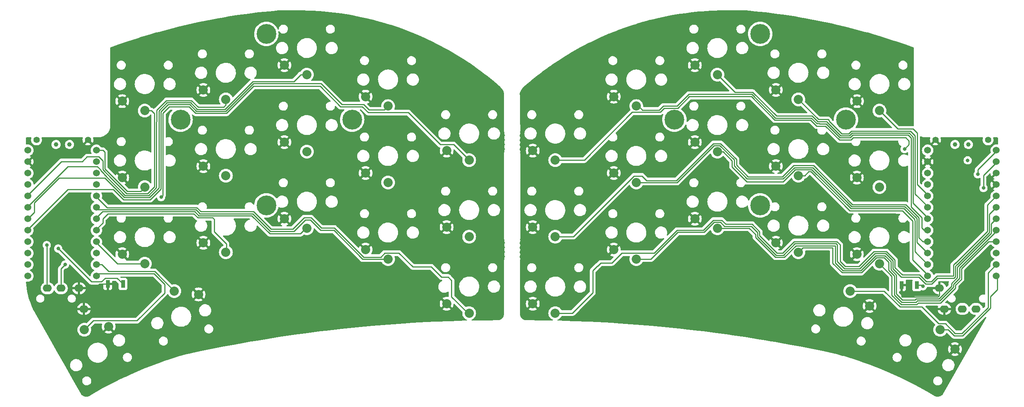
<source format=gbr>
%TF.GenerationSoftware,KiCad,Pcbnew,(6.0.4-0)*%
%TF.CreationDate,2022-05-14T15:15:58+02:00*%
%TF.ProjectId,sweepv2.1,73776565-7076-4322-9e31-2e6b69636164,rev?*%
%TF.SameCoordinates,Original*%
%TF.FileFunction,Copper,L1,Top*%
%TF.FilePolarity,Positive*%
%FSLAX46Y46*%
G04 Gerber Fmt 4.6, Leading zero omitted, Abs format (unit mm)*
G04 Created by KiCad (PCBNEW (6.0.4-0)) date 2022-05-14 15:15:58*
%MOMM*%
%LPD*%
G01*
G04 APERTURE LIST*
%TA.AperFunction,ComponentPad*%
%ADD10C,2.032000*%
%TD*%
%TA.AperFunction,ComponentPad*%
%ADD11C,1.524000*%
%TD*%
%TA.AperFunction,ComponentPad*%
%ADD12O,2.000000X1.600000*%
%TD*%
%TA.AperFunction,WasherPad*%
%ADD13C,1.000000*%
%TD*%
%TA.AperFunction,SMDPad,CuDef*%
%ADD14R,0.900000X1.700000*%
%TD*%
%TA.AperFunction,ComponentPad*%
%ADD15C,4.400000*%
%TD*%
%TA.AperFunction,ComponentPad*%
%ADD16C,1.397000*%
%TD*%
%TA.AperFunction,ViaPad*%
%ADD17C,0.800000*%
%TD*%
%TA.AperFunction,Conductor*%
%ADD18C,0.250000*%
%TD*%
G04 APERTURE END LIST*
D10*
%TO.P,SW10,2*%
%TO.N,gnd*%
X170856000Y-51298000D03*
%TO.P,SW10,1*%
%TO.N,Switch8*%
X175856000Y-53398000D03*
%TD*%
D11*
%TO.P,U1,1*%
%TO.N,Switch10*%
X237789400Y-53086000D03*
%TO.P,U1,2*%
%TO.N,Switch18*%
X237789400Y-55626000D03*
%TO.P,U1,3*%
%TO.N,gnd*%
X237789400Y-58166000D03*
%TO.P,U1,4*%
X237789400Y-60706000D03*
%TO.P,U1,5*%
%TO.N,Switch11*%
X237789400Y-63246000D03*
%TO.P,U1,6*%
%TO.N,Switch12*%
X237789400Y-65786000D03*
%TO.P,U1,7*%
%TO.N,Switch13*%
X237789400Y-68326000D03*
%TO.P,U1,8*%
%TO.N,Switch14*%
X237789400Y-70866000D03*
%TO.P,U1,9*%
%TO.N,Switch15*%
X237789400Y-73406000D03*
%TO.P,U1,10*%
%TO.N,Switch1*%
X237789400Y-75946000D03*
%TO.P,U1,11*%
%TO.N,Switch16*%
X237789400Y-78486000D03*
%TO.P,U1,12*%
%TO.N,Switch17*%
X237789400Y-81026000D03*
%TO.P,U1,13*%
%TO.N,Switch9*%
X222569400Y-81026000D03*
%TO.P,U1,14*%
%TO.N,Switch8*%
X222569400Y-78486000D03*
%TO.P,U1,15*%
%TO.N,Switch7*%
X222569400Y-75946000D03*
%TO.P,U1,16*%
%TO.N,Switch6*%
X222569400Y-73406000D03*
%TO.P,U1,17*%
%TO.N,Switch2*%
X222569400Y-70866000D03*
%TO.P,U1,18*%
%TO.N,Switch3*%
X222569400Y-68326000D03*
%TO.P,U1,19*%
%TO.N,Switch4*%
X222569400Y-65786000D03*
%TO.P,U1,20*%
%TO.N,Switch5*%
X222569400Y-63246000D03*
%TO.P,U1,21*%
%TO.N,vcc*%
X222569400Y-60706000D03*
%TO.P,U1,22*%
%TO.N,reset*%
X222569400Y-58166000D03*
%TO.P,U1,23*%
%TO.N,gnd*%
X222569400Y-55626000D03*
%TO.P,U1,24*%
%TO.N,raw*%
X222569400Y-53086000D03*
%TD*%
%TO.P,U2,1*%
%TO.N,Switch10_r*%
X37937400Y-53086000D03*
%TO.P,U2,2*%
%TO.N,Switch18_r*%
X37937400Y-55626000D03*
%TO.P,U2,3*%
%TO.N,gnd*%
X37937400Y-58166000D03*
%TO.P,U2,4*%
X37937400Y-60706000D03*
%TO.P,U2,5*%
%TO.N,Switch11_r*%
X37937400Y-63246000D03*
%TO.P,U2,6*%
%TO.N,Switch12_r*%
X37937400Y-65786000D03*
%TO.P,U2,7*%
%TO.N,Switch13_r*%
X37937400Y-68326000D03*
%TO.P,U2,8*%
%TO.N,Switch14_r*%
X37937400Y-70866000D03*
%TO.P,U2,9*%
%TO.N,Switch15_r*%
X37937400Y-73406000D03*
%TO.P,U2,10*%
%TO.N,Switch1_r*%
X37937400Y-75946000D03*
%TO.P,U2,11*%
%TO.N,Switch16_r*%
X37937400Y-78486000D03*
%TO.P,U2,12*%
%TO.N,Switch17_r*%
X37937400Y-81026000D03*
%TO.P,U2,13*%
%TO.N,Switch9_r*%
X22717400Y-81026000D03*
%TO.P,U2,14*%
%TO.N,Switch8_r*%
X22717400Y-78486000D03*
%TO.P,U2,15*%
%TO.N,Switch7_r*%
X22717400Y-75946000D03*
%TO.P,U2,16*%
%TO.N,Switch6_r*%
X22717400Y-73406000D03*
%TO.P,U2,17*%
%TO.N,Switch2_r*%
X22717400Y-70866000D03*
%TO.P,U2,18*%
%TO.N,Switch3_r*%
X22717400Y-68326000D03*
%TO.P,U2,19*%
%TO.N,Switch4_r*%
X22717400Y-65786000D03*
%TO.P,U2,20*%
%TO.N,Switch5_r*%
X22717400Y-63246000D03*
%TO.P,U2,21*%
%TO.N,vcc*%
X22717400Y-60706000D03*
%TO.P,U2,22*%
%TO.N,reset_r*%
X22717400Y-58166000D03*
%TO.P,U2,23*%
%TO.N,gnd*%
X22717400Y-55626000D03*
%TO.P,U2,24*%
%TO.N,raw*%
X22717400Y-53086000D03*
%TD*%
D12*
%TO.P,J1,R1*%
%TO.N,Switch18_r*%
X30076000Y-83752000D03*
%TO.P,J1,R2*%
%TO.N,vcc*%
X27076000Y-83752000D03*
%TO.P,J1,T*%
%TO.N,gnd*%
X34076000Y-83752000D03*
%TO.P,J1,S*%
X35176000Y-88352000D03*
%TD*%
%TO.P,J2,R1*%
%TO.N,Switch18*%
X230274000Y-88352000D03*
%TO.P,J2,R2*%
%TO.N,vcc*%
X233274000Y-88352000D03*
%TO.P,J2,T*%
%TO.N,gnd*%
X226274000Y-88352000D03*
%TO.P,J2,S*%
X225174000Y-83752000D03*
%TD*%
D13*
%TO.P,SW_POWERR1,*%
%TO.N,*%
X231624000Y-51816000D03*
X228624000Y-51816000D03*
%TD*%
%TO.P,SW_POWER1,*%
%TO.N,*%
X31980000Y-51816000D03*
X28980000Y-51816000D03*
%TD*%
D10*
%TO.P,SW2,2*%
%TO.N,gnd*%
X134856000Y-53182000D03*
%TO.P,SW2,1*%
%TO.N,Switch1*%
X139856000Y-55282000D03*
%TD*%
%TO.P,SW3,2*%
%TO.N,gnd*%
X152856000Y-41182000D03*
%TO.P,SW3,1*%
%TO.N,Switch2*%
X157856000Y-43282000D03*
%TD*%
%TO.P,SW4,2*%
%TO.N,gnd*%
X170856000Y-34182000D03*
%TO.P,SW4,1*%
%TO.N,Switch3*%
X175856000Y-36282000D03*
%TD*%
%TO.P,SW5,2*%
%TO.N,gnd*%
X188856000Y-39682000D03*
%TO.P,SW5,1*%
%TO.N,Switch4*%
X193856000Y-41782000D03*
%TD*%
%TO.P,SW6,2*%
%TO.N,gnd*%
X206856000Y-42182000D03*
%TO.P,SW6,1*%
%TO.N,Switch5*%
X211856000Y-44282000D03*
%TD*%
%TO.P,SW8,2*%
%TO.N,gnd*%
X134856000Y-70182000D03*
%TO.P,SW8,1*%
%TO.N,Switch6*%
X139856000Y-72282000D03*
%TD*%
%TO.P,SW9,2*%
%TO.N,gnd*%
X152856000Y-58156000D03*
%TO.P,SW9,1*%
%TO.N,Switch7*%
X157856000Y-60256000D03*
%TD*%
%TO.P,SW11,2*%
%TO.N,gnd*%
X188856000Y-56632000D03*
%TO.P,SW11,1*%
%TO.N,Switch9*%
X193856000Y-58732000D03*
%TD*%
%TO.P,SW12,2*%
%TO.N,gnd*%
X206836000Y-59172000D03*
%TO.P,SW12,1*%
%TO.N,Switch10*%
X211836000Y-61272000D03*
%TD*%
%TO.P,SW14,2*%
%TO.N,gnd*%
X134856000Y-87182000D03*
%TO.P,SW14,1*%
%TO.N,Switch11*%
X139856000Y-89282000D03*
%TD*%
%TO.P,SW15,2*%
%TO.N,gnd*%
X152856000Y-75174000D03*
%TO.P,SW15,1*%
%TO.N,Switch12*%
X157856000Y-77274000D03*
%TD*%
%TO.P,SW16,2*%
%TO.N,gnd*%
X170856000Y-68316000D03*
%TO.P,SW16,1*%
%TO.N,Switch13*%
X175856000Y-70416000D03*
%TD*%
%TO.P,SW17,2*%
%TO.N,gnd*%
X188856000Y-73650000D03*
%TO.P,SW17,1*%
%TO.N,Switch14*%
X193856000Y-75750000D03*
%TD*%
%TO.P,SW18,2*%
%TO.N,gnd*%
X206836000Y-76190000D03*
%TO.P,SW18,1*%
%TO.N,Switch15*%
X211836000Y-78290000D03*
%TD*%
%TO.P,SW20,2*%
%TO.N,gnd*%
X228616127Y-97291103D03*
%TO.P,SW20,1*%
%TO.N,Switch17*%
X225336000Y-92972450D03*
%TD*%
%TO.P,SW21,2*%
%TO.N,gnd*%
X209639142Y-87705577D03*
%TO.P,SW21,1*%
%TO.N,Switch16*%
X205353032Y-84383038D03*
%TD*%
%TO.P,SW11_r1,2*%
%TO.N,gnd*%
X61700000Y-56632000D03*
%TO.P,SW11_r1,1*%
%TO.N,Switch9_r*%
X66700000Y-58732000D03*
%TD*%
%TO.P,SW12_r1,2*%
%TO.N,gnd*%
X43686000Y-59172000D03*
%TO.P,SW12_r1,1*%
%TO.N,Switch10_r*%
X48686000Y-61272000D03*
%TD*%
%TO.P,SW13_r1,2*%
%TO.N,gnd*%
X115732000Y-87182000D03*
%TO.P,SW13_r1,1*%
%TO.N,Switch11_r*%
X120732000Y-89282000D03*
%TD*%
%TO.P,SW15_r1,2*%
%TO.N,gnd*%
X79688000Y-68316000D03*
%TO.P,SW15_r1,1*%
%TO.N,Switch13_r*%
X84688000Y-70416000D03*
%TD*%
%TO.P,SW16_r1,2*%
%TO.N,gnd*%
X61700000Y-73650000D03*
%TO.P,SW16_r1,1*%
%TO.N,Switch14_r*%
X66700000Y-75750000D03*
%TD*%
%TO.P,SW17_r1,2*%
%TO.N,gnd*%
X43686000Y-76190000D03*
%TO.P,SW17_r1,1*%
%TO.N,Switch15_r*%
X48686000Y-78290000D03*
%TD*%
%TO.P,SW18_r1,2*%
%TO.N,gnd*%
X97714000Y-75174000D03*
%TO.P,SW18_r1,1*%
%TO.N,Switch12_r*%
X102714000Y-77274000D03*
%TD*%
%TO.P,SW2_r1,2*%
%TO.N,gnd*%
X115732000Y-53182000D03*
%TO.P,SW2_r1,1*%
%TO.N,Switch1_r*%
X120732000Y-55282000D03*
%TD*%
%TO.P,SW3_r1,2*%
%TO.N,gnd*%
X97714000Y-41182000D03*
%TO.P,SW3_r1,1*%
%TO.N,Switch2_r*%
X102714000Y-43282000D03*
%TD*%
%TO.P,SW4_r1,2*%
%TO.N,gnd*%
X79688000Y-34182000D03*
%TO.P,SW4_r1,1*%
%TO.N,Switch3_r*%
X84688000Y-36282000D03*
%TD*%
%TO.P,SW5_r1,2*%
%TO.N,gnd*%
X61700000Y-39682000D03*
%TO.P,SW5_r1,1*%
%TO.N,Switch4_r*%
X66700000Y-41782000D03*
%TD*%
%TO.P,SW6_r1,2*%
%TO.N,gnd*%
X43686000Y-42182000D03*
%TO.P,SW6_r1,1*%
%TO.N,Switch5_r*%
X48686000Y-44282000D03*
%TD*%
%TO.P,SW7_r1,2*%
%TO.N,gnd*%
X115732000Y-70182000D03*
%TO.P,SW7_r1,1*%
%TO.N,Switch6_r*%
X120732000Y-72282000D03*
%TD*%
%TO.P,SW8_r1,2*%
%TO.N,gnd*%
X97714000Y-58156000D03*
%TO.P,SW8_r1,1*%
%TO.N,Switch7_r*%
X102714000Y-60256000D03*
%TD*%
%TO.P,SW9_r1,2*%
%TO.N,gnd*%
X79688000Y-51298000D03*
%TO.P,SW9_r1,1*%
%TO.N,Switch8_r*%
X84688000Y-53398000D03*
%TD*%
%TO.P,SW20_r1,2*%
%TO.N,gnd*%
X40648127Y-92291103D03*
%TO.P,SW20_r1,1*%
%TO.N,Switch17_r*%
X35268000Y-92972450D03*
%TD*%
%TO.P,SW21_r1,2*%
%TO.N,gnd*%
X60624117Y-85117387D03*
%TO.P,SW21_r1,1*%
%TO.N,Switch16_r*%
X55250968Y-84383038D03*
%TD*%
D14*
%TO.P,RSW2,1*%
%TO.N,gnd*%
X40464000Y-82804000D03*
%TO.P,RSW2,2*%
%TO.N,reset_r*%
X43864000Y-82804000D03*
%TD*%
%TO.P,RSW1,1*%
%TO.N,gnd*%
X216740000Y-83058000D03*
%TO.P,RSW1,2*%
%TO.N,reset*%
X220140000Y-83058000D03*
%TD*%
D15*
%TO.P,REF\u002A\u002A,1*%
%TO.N,N/C*%
X56642000Y-46282000D03*
X75692000Y-65332000D03*
X94742000Y-46282000D03*
X75692000Y-27232000D03*
%TD*%
%TO.P,REF\u002A\u002A,1*%
%TO.N,N/C*%
X185356000Y-27232000D03*
X204406000Y-46282000D03*
X185356000Y-65332000D03*
X166306000Y-46282000D03*
%TD*%
D16*
%TO.P,BatGND4,1*%
%TO.N,gnd*%
X36068000Y-50800000D03*
%TD*%
%TO.P,BatGND1,1*%
%TO.N,gnd*%
X224282000Y-50800000D03*
%TD*%
%TO.P,Bat+r1,1*%
%TO.N,BT+_r*%
X235966000Y-50800000D03*
%TD*%
%TO.P,Bat+1,1*%
%TO.N,BT+*%
X24638000Y-50800000D03*
%TD*%
D17*
%TO.N,vcc*%
X26924000Y-74168000D03*
%TO.N,Switch18*%
X234950000Y-61468000D03*
%TO.N,reset*%
X221488000Y-83312000D03*
%TO.N,Switch1*%
X217424000Y-52832000D03*
%TO.N,Switch10*%
X233680000Y-58420000D03*
%TO.N,BT+_r*%
X231437000Y-55329000D03*
%TO.N,Switch18_r*%
X30988000Y-78486000D03*
%TO.N,reset_r*%
X29464000Y-74930000D03*
%TO.N,Switch1_r*%
X52324000Y-63500000D03*
%TD*%
D18*
%TO.N,gnd*%
X225204000Y-83522000D02*
X225174000Y-83552000D01*
X216740000Y-83058000D02*
X216740000Y-84758000D01*
X216848400Y-85653170D02*
X224857600Y-85653170D01*
X216740000Y-85544770D02*
X216848400Y-85653170D01*
X225174000Y-85336770D02*
X225174000Y-83552000D01*
X224857600Y-85653170D02*
X225174000Y-85336770D01*
X34076000Y-83552000D02*
X37802010Y-83552000D01*
X40406010Y-82746010D02*
X40464000Y-82804000D01*
X38608000Y-82746010D02*
X40406010Y-82746010D01*
X37802010Y-83552000D02*
X38608000Y-82746010D01*
X216740000Y-84758000D02*
X216740000Y-85544770D01*
%TO.N,vcc*%
X26924000Y-83400000D02*
X27076000Y-83552000D01*
X26924000Y-74168000D02*
X26924000Y-83400000D01*
%TO.N,Switch18*%
X234950000Y-58665400D02*
X234950000Y-61468000D01*
X237989400Y-55626000D02*
X234950000Y-58665400D01*
%TO.N,reset*%
X221234000Y-83058000D02*
X221488000Y-83312000D01*
X220140000Y-83058000D02*
X221234000Y-83058000D01*
%TO.N,Switch1*%
X217424000Y-52832000D02*
X217424000Y-52832000D01*
X218417960Y-51838040D02*
X217424000Y-52832000D01*
X205486000Y-50800000D02*
X205994000Y-50292000D01*
X139856000Y-55282000D02*
X146295954Y-55282000D01*
X188603200Y-46366020D02*
X196530790Y-46366020D01*
X202946000Y-50800000D02*
X205486000Y-50800000D01*
X146295954Y-55282000D02*
X156954953Y-44623001D01*
X163148999Y-44623001D02*
X164039990Y-43732010D01*
X164039990Y-43732010D02*
X167057719Y-43732009D01*
X167057719Y-43732009D02*
X169641728Y-41148000D01*
X156954953Y-44623001D02*
X163148999Y-44623001D01*
X196530790Y-46366020D02*
X197858780Y-47694010D01*
X169641728Y-41148000D02*
X183385180Y-41148000D01*
X183385180Y-41148000D02*
X188603200Y-46366020D01*
X199840010Y-47694010D02*
X202946000Y-50800000D01*
X197858780Y-47694010D02*
X199840010Y-47694010D01*
X218417960Y-51031960D02*
X218417960Y-51838040D01*
X217678000Y-50292000D02*
X218417960Y-51031960D01*
X205994000Y-50292000D02*
X217678000Y-50292000D01*
X237675495Y-76259905D02*
X237989400Y-75946000D01*
%TO.N,Switch2*%
X218243991Y-49716401D02*
X218867970Y-50340380D01*
X218867970Y-50340380D02*
X218867970Y-65705970D01*
X205933189Y-49716401D02*
X218243991Y-49716401D01*
X203074410Y-50292000D02*
X205357590Y-50292000D01*
X200026411Y-47244001D02*
X203074410Y-50292000D01*
X163853591Y-43282001D02*
X166871317Y-43282001D01*
X158344000Y-43282000D02*
X159234991Y-44172991D01*
X162962599Y-44172991D02*
X163853591Y-43282001D01*
X159234991Y-44172991D02*
X162962599Y-44172991D01*
X166871317Y-43282001D02*
X169513318Y-40640000D01*
X205357590Y-50292000D02*
X205933189Y-49716401D01*
X169513318Y-40640000D02*
X183513590Y-40640000D01*
X157856000Y-43282000D02*
X158344000Y-43282000D01*
X188789600Y-45916010D02*
X196717190Y-45916010D01*
X183513590Y-40640000D02*
X188789600Y-45916010D01*
X196717190Y-45916010D02*
X197955590Y-47154410D01*
X197955590Y-47154410D02*
X198463590Y-47154410D01*
X198463590Y-47154410D02*
X198553180Y-47244000D01*
X198553180Y-47244000D02*
X200026411Y-47244001D01*
X218867970Y-65705970D02*
X221234000Y-68072000D01*
X221742000Y-70866000D02*
X222569400Y-70866000D01*
X221234000Y-70358000D02*
X221742000Y-70866000D01*
X221234000Y-68072000D02*
X221234000Y-70358000D01*
%TO.N,Switch3*%
X219317980Y-64874580D02*
X222769400Y-68326000D01*
X175856000Y-36282000D02*
X179763990Y-40189990D01*
X179763990Y-40189990D02*
X183699990Y-40189990D01*
X200209990Y-46791170D02*
X203260810Y-49841990D01*
X218430392Y-49266392D02*
X219317980Y-50153980D01*
X183699990Y-40189990D02*
X188976000Y-45466000D01*
X200209990Y-46678010D02*
X200209990Y-46791170D01*
X188976000Y-45466000D02*
X196903590Y-45466000D01*
X205171190Y-49841990D02*
X205746788Y-49266392D01*
X196903590Y-45466000D02*
X198115600Y-46678010D01*
X198115600Y-46678010D02*
X200209990Y-46678010D01*
X205746788Y-49266392D02*
X218430392Y-49266392D01*
X203260810Y-49841990D02*
X205171190Y-49841990D01*
X219317980Y-50153980D02*
X219317980Y-64874580D01*
%TO.N,Switch4*%
X219767990Y-49841990D02*
X219767990Y-62784590D01*
X205560388Y-48816382D02*
X218742382Y-48816382D01*
X203447210Y-49391980D02*
X204984790Y-49391980D01*
X219767990Y-62784590D02*
X222769400Y-65786000D01*
X218742382Y-48816382D02*
X219767990Y-49841990D01*
X200660000Y-46604770D02*
X203447210Y-49391980D01*
X200660000Y-46491610D02*
X200660000Y-46604770D01*
X204984790Y-49391980D02*
X205560388Y-48816382D01*
X200396391Y-46228001D02*
X200660000Y-46491610D01*
X198302000Y-46228000D02*
X200396391Y-46228001D01*
X193856000Y-41782000D02*
X198302000Y-46228000D01*
%TO.N,Switch5*%
X220218000Y-60694600D02*
X222769400Y-63246000D01*
X220218000Y-49276000D02*
X220218000Y-60694600D01*
X215940372Y-48366372D02*
X219308372Y-48366372D01*
X219308372Y-48366372D02*
X220218000Y-49276000D01*
X211856000Y-44282000D02*
X215940372Y-48366372D01*
%TO.N,Switch6*%
X205858801Y-65139981D02*
X217665571Y-65139981D01*
X197209801Y-56490981D02*
X205858801Y-65139981D01*
X139856000Y-72282000D02*
X143845318Y-72282000D01*
X143845318Y-72282000D02*
X157339659Y-58787659D01*
X174937919Y-51606989D02*
X176598082Y-51606990D01*
X157339659Y-58787659D02*
X159117659Y-58787659D01*
X159117659Y-58787659D02*
X160135990Y-59805990D01*
X160135990Y-59805990D02*
X166738918Y-59805990D01*
X176598082Y-51606990D02*
X180097546Y-55106454D01*
X180097546Y-55106454D02*
X180097546Y-56399546D01*
X190290508Y-58985990D02*
X192785520Y-56490980D01*
X180097546Y-56399546D02*
X182683990Y-58985990D01*
X166738918Y-59805990D02*
X174937919Y-51606989D01*
X182683990Y-58985990D02*
X190290508Y-58985990D01*
X192785520Y-56490980D02*
X197209801Y-56490981D01*
X220534795Y-68009205D02*
X220610020Y-68084430D01*
X217665571Y-65139981D02*
X220534795Y-68009205D01*
X220610020Y-68084430D02*
X220610020Y-72528020D01*
X221488000Y-73406000D02*
X222569400Y-73406000D01*
X220610020Y-72528020D02*
X221488000Y-73406000D01*
%TO.N,Switch7*%
X175124319Y-52056999D02*
X176411681Y-52056999D01*
X176411681Y-52056999D02*
X179578000Y-55223318D01*
X179578000Y-56571590D02*
X182442410Y-59436000D01*
X182442410Y-59436000D02*
X190476908Y-59436000D01*
X157856000Y-60256000D02*
X166925318Y-60256000D01*
X190476908Y-59436000D02*
X192971919Y-56940989D01*
X192971919Y-56940989D02*
X197023400Y-56940990D01*
X166925318Y-60256000D02*
X175124319Y-52056999D01*
X197023400Y-56940990D02*
X205672400Y-65589990D01*
X179578000Y-55223318D02*
X179578000Y-56571590D01*
X205672400Y-65589990D02*
X217479171Y-65589991D01*
X219962590Y-68073410D02*
X220160010Y-68270830D01*
X217479171Y-65589991D02*
X219962590Y-68073410D01*
X220160010Y-73536610D02*
X222569400Y-75946000D01*
X220160010Y-68270830D02*
X220160010Y-73536610D01*
%TO.N,Switch8*%
X205486000Y-66040000D02*
X217292770Y-66040000D01*
X193158319Y-57390999D02*
X196836999Y-57390999D01*
X196836999Y-57390999D02*
X205486000Y-66040000D01*
X190476317Y-60073001D02*
X193158319Y-57390999D01*
X182443001Y-60073001D02*
X190476317Y-60073001D01*
X179127990Y-56757990D02*
X182443001Y-60073001D01*
X179127990Y-55409718D02*
X179127990Y-56757990D01*
X177116272Y-53398000D02*
X179127990Y-55409718D01*
X175768000Y-53398000D02*
X177116272Y-53398000D01*
X219644385Y-68639975D02*
X219710000Y-68705590D01*
X219644385Y-68391615D02*
X219644385Y-68639975D01*
X217292770Y-66040000D02*
X219644385Y-68391615D01*
X219710000Y-75626600D02*
X222569400Y-78486000D01*
X219710000Y-68705590D02*
X219710000Y-75626600D01*
%TO.N,Switch9*%
X221747700Y-80004300D02*
X222769400Y-81026000D01*
X219202000Y-77458600D02*
X221747700Y-80004300D01*
X219202000Y-68834000D02*
X219202000Y-77458600D01*
X215646000Y-66548000D02*
X216916000Y-66548000D01*
X215588010Y-66490010D02*
X215646000Y-66548000D01*
X205299600Y-66490010D02*
X215588010Y-66490010D01*
X196650599Y-57841009D02*
X205299600Y-66490010D01*
X196129831Y-57841009D02*
X196650599Y-57841009D01*
X216916000Y-66548000D02*
X219202000Y-68834000D01*
X195238840Y-58732000D02*
X196129831Y-57841009D01*
X193802000Y-58732000D02*
X195238840Y-58732000D01*
%TO.N,Switch10*%
X233680000Y-57395400D02*
X233680000Y-58420000D01*
X237989400Y-53086000D02*
X233680000Y-57395400D01*
%TO.N,Switch11*%
X148180420Y-84737580D02*
X143636000Y-89282000D01*
X148180420Y-79854420D02*
X148180420Y-84737580D01*
X149253580Y-78781260D02*
X148180420Y-79854420D01*
X149958420Y-78133580D02*
X149310740Y-78781260D01*
X152441260Y-78133580D02*
X149958420Y-78133580D01*
X161811001Y-75932999D02*
X154641841Y-75932999D01*
X166889546Y-70854454D02*
X161811001Y-75932999D01*
X172708454Y-70854454D02*
X166889546Y-70854454D01*
X174937919Y-68624989D02*
X172708454Y-70854454D01*
X176828989Y-68624989D02*
X174937919Y-68624989D01*
X228256865Y-80986725D02*
X228217590Y-81026000D01*
X228922887Y-78023283D02*
X228808717Y-78023283D01*
X192910526Y-73383972D02*
X190348498Y-75946000D01*
X185234659Y-71188659D02*
X183561978Y-69515978D01*
X203142010Y-74107190D02*
X202418793Y-73383973D01*
X183561978Y-69515978D02*
X177719978Y-69515978D01*
X149310740Y-78781260D02*
X149253580Y-78781260D01*
X177719978Y-69515978D02*
X176828989Y-68624989D01*
X228256865Y-78575135D02*
X228256865Y-80986725D01*
X220726000Y-80772000D02*
X216916000Y-80772000D01*
X224636176Y-81026000D02*
X223366176Y-82296000D01*
X213424204Y-75598972D02*
X210633118Y-75598972D01*
X216916000Y-80772000D02*
X215276020Y-79132020D01*
X204264380Y-78913970D02*
X203142010Y-77791600D01*
X215276020Y-79132020D02*
X215276020Y-77450788D01*
X228217590Y-81026000D02*
X224636176Y-81026000D01*
X215276020Y-77450788D02*
X213424204Y-75598972D01*
X223366176Y-82296000D02*
X222250000Y-82296000D01*
X222250000Y-82296000D02*
X220726000Y-80772000D01*
X210633118Y-75598972D02*
X207318120Y-78913970D01*
X143636000Y-89282000D02*
X139856000Y-89282000D01*
X207318120Y-78913970D02*
X204264380Y-78913970D01*
X203142010Y-77791600D02*
X203142010Y-74107190D01*
X202418793Y-73383973D02*
X192910526Y-73383972D01*
X190348498Y-75946000D02*
X189113318Y-75946000D01*
X154641841Y-75932999D02*
X152441260Y-78133580D01*
X189113318Y-75946000D02*
X185234659Y-72067341D01*
X185234659Y-72067341D02*
X185234659Y-71188659D01*
X235802379Y-65233021D02*
X237789400Y-63246000D01*
X235802379Y-71124571D02*
X235802379Y-65233021D01*
X228694950Y-78232000D02*
X235802379Y-71124571D01*
X228600000Y-78232000D02*
X228694950Y-78232000D01*
X228808717Y-78023283D02*
X228600000Y-78232000D01*
X228600000Y-78232000D02*
X228256865Y-78575135D01*
%TO.N,Switch12*%
X202496002Y-74363998D02*
X202496002Y-74480002D01*
X202496002Y-74097592D02*
X202496002Y-74480002D01*
X202232392Y-73833982D02*
X202496002Y-74097592D01*
X190534898Y-76396010D02*
X193096926Y-73833982D01*
X188926918Y-76396010D02*
X190534898Y-76396010D01*
X184784649Y-72253741D02*
X188926918Y-76396010D01*
X157856000Y-77274000D02*
X161106410Y-77274000D01*
X172894854Y-71304464D02*
X175124319Y-69074999D01*
X193096926Y-73833982D02*
X202232392Y-73833982D01*
X176543001Y-69101001D02*
X177407990Y-69965990D01*
X175124319Y-69074999D02*
X176543001Y-69074999D01*
X161106410Y-77274000D02*
X167075946Y-71304464D01*
X176543001Y-69074999D02*
X176543001Y-69101001D01*
X178298401Y-69965991D02*
X183272009Y-69965991D01*
X177407990Y-69965990D02*
X178298401Y-69965991D01*
X167075946Y-71304464D02*
X172894854Y-71304464D01*
X183272009Y-69965991D02*
X183272012Y-69965988D01*
X183272012Y-69965988D02*
X183375578Y-69965988D01*
X183375578Y-69965988D02*
X184784649Y-71375059D01*
X184784649Y-71375059D02*
X184784649Y-72253741D01*
X228706875Y-78856485D02*
X229090067Y-78473293D01*
X202496002Y-74480002D02*
X202496002Y-77782002D01*
X220560975Y-81243385D02*
X222108883Y-82791293D01*
X202496002Y-77782002D02*
X204077980Y-79363980D01*
X214826010Y-79370780D02*
X216698615Y-81243385D01*
X204077980Y-79363980D02*
X207504520Y-79363980D01*
X224764586Y-81534000D02*
X228346000Y-81534000D01*
X207504520Y-79363980D02*
X210819520Y-76048980D01*
X228346000Y-81534000D02*
X228706875Y-81173125D01*
X210819520Y-76048980D02*
X213237803Y-76048981D01*
X216698615Y-81243385D02*
X220560975Y-81243385D01*
X228706875Y-81173125D02*
X228706875Y-78856485D01*
X213237803Y-76048981D02*
X214826010Y-77637188D01*
X223507293Y-82791293D02*
X224764586Y-81534000D01*
X214826010Y-77637188D02*
X214826010Y-79370780D01*
X222108883Y-82791293D02*
X223507293Y-82791293D01*
X236252389Y-71330191D02*
X236252389Y-67323011D01*
X229109287Y-78473293D02*
X236252389Y-71330191D01*
X236252389Y-67323011D02*
X237789400Y-65786000D01*
X229090067Y-78473293D02*
X229109287Y-78473293D01*
%TO.N,Switch13*%
X237714572Y-68326000D02*
X237989400Y-68326000D01*
X184334639Y-71812639D02*
X182938000Y-70416000D01*
X184334640Y-72440142D02*
X184334639Y-71812639D01*
X182938000Y-70416000D02*
X175768000Y-70416000D01*
X188740518Y-76846020D02*
X184334640Y-72440142D01*
X216918820Y-86360000D02*
X215588010Y-85029190D01*
X219710000Y-86360000D02*
X216918820Y-86360000D01*
X229156884Y-81359526D02*
X227831210Y-82685200D01*
X229156885Y-79042885D02*
X229156884Y-81359526D01*
X213051402Y-76498990D02*
X211005919Y-76498989D01*
X229176105Y-79042885D02*
X229156885Y-79042885D01*
X236702399Y-69413001D02*
X236702399Y-71516591D01*
X215588010Y-82607990D02*
X215623215Y-82572785D01*
X190721298Y-76846020D02*
X188740518Y-76846020D01*
X219966820Y-86103180D02*
X219710000Y-86360000D01*
X236702399Y-71516591D02*
X229176105Y-79042885D01*
X215623215Y-82572785D02*
X215623215Y-80804395D01*
X211005919Y-76498989D02*
X207690918Y-79813990D01*
X237789400Y-68326000D02*
X236702399Y-69413001D01*
X214376000Y-77823588D02*
X213051402Y-76498990D01*
X215588010Y-85029190D02*
X215588010Y-82607990D01*
X207690918Y-79813990D02*
X203765990Y-79813990D01*
X215623215Y-80804395D02*
X214376000Y-79557180D01*
X203765990Y-79813990D02*
X202045992Y-78093992D01*
X214376000Y-79557180D02*
X214376000Y-77823588D01*
X202045992Y-78093992D02*
X202045992Y-74283992D01*
X202045992Y-74283992D02*
X193283326Y-74283992D01*
X225044000Y-86103180D02*
X219966820Y-86103180D01*
X193283326Y-74283992D02*
X190721298Y-76846020D01*
X227831210Y-82685200D02*
X227831210Y-83315970D01*
X227831210Y-83315970D02*
X225677590Y-85469590D01*
X225677590Y-85469590D02*
X225044000Y-86103180D01*
X225804590Y-85342590D02*
X225677590Y-85469590D01*
%TO.N,Switch14*%
X237989400Y-70866000D02*
X229606895Y-79248505D01*
X229606895Y-79248505D02*
X229606893Y-81545927D01*
X229606895Y-79248505D02*
X229606895Y-81289105D01*
X229606893Y-81289107D02*
X229606895Y-81289105D01*
X229606893Y-81545927D02*
X229606893Y-81289107D01*
X220278810Y-86553190D02*
X225230400Y-86553190D01*
X225230400Y-86553190D02*
X228281220Y-83502370D01*
X219964000Y-86868000D02*
X220278810Y-86553190D01*
X216790410Y-86868000D02*
X219964000Y-86868000D01*
X215138000Y-85215590D02*
X216790410Y-86868000D01*
X194817999Y-74734001D02*
X201480001Y-74734001D01*
X228281220Y-82871600D02*
X229606893Y-81545927D01*
X228281220Y-83502370D02*
X228281220Y-82871600D01*
X201480001Y-74734001D02*
X201480001Y-78173999D01*
X201480001Y-78173999D02*
X203570002Y-80264000D01*
X215138000Y-82296000D02*
X215138000Y-85215590D01*
X207877318Y-80264000D02*
X211192319Y-76948999D01*
X193802000Y-75750000D02*
X194817999Y-74734001D01*
X211192319Y-76948999D02*
X212865001Y-76948999D01*
X203570002Y-80264000D02*
X207877318Y-80264000D01*
X215173205Y-82260795D02*
X215138000Y-82296000D01*
X212865001Y-76948999D02*
X213903205Y-77987203D01*
X215173205Y-80990795D02*
X215173205Y-82260795D01*
X213903205Y-77987203D02*
X213903205Y-79720795D01*
X213903205Y-79720795D02*
X215173205Y-80990795D01*
%TO.N,Switch15*%
X236085810Y-73406000D02*
X233104905Y-76386905D01*
X237989400Y-73406000D02*
X236085810Y-73406000D01*
X233104905Y-76386905D02*
X233231905Y-76259905D01*
X214601000Y-81055000D02*
X211836000Y-78290000D01*
X216662000Y-87376000D02*
X214601000Y-85315000D01*
X214601000Y-85315000D02*
X214601000Y-81055000D01*
X233104905Y-76386905D02*
X230056905Y-79434905D01*
X230056905Y-79434905D02*
X230056905Y-81601095D01*
X230056905Y-81601095D02*
X230056902Y-81732328D01*
X220092410Y-87376000D02*
X216662000Y-87376000D01*
X230056902Y-81732328D02*
X228731230Y-83058000D01*
X225933000Y-86487000D02*
X225416801Y-87003199D01*
X225416801Y-87003199D02*
X220465211Y-87003199D01*
X220465211Y-87003199D02*
X220092410Y-87376000D01*
X225941460Y-86487000D02*
X228731230Y-83697230D01*
X225933000Y-86487000D02*
X225941460Y-86487000D01*
X228731230Y-83058000D02*
X228731230Y-83697230D01*
%TO.N,Switch16*%
X205353032Y-84383038D02*
X212907038Y-84383038D01*
X212907038Y-84383038D02*
X216408000Y-87884000D01*
X216408000Y-87884000D02*
X221234000Y-87884000D01*
X224981449Y-91631449D02*
X226505449Y-91631449D01*
X221234000Y-87884000D02*
X224981449Y-91631449D01*
X228662795Y-93788795D02*
X230186795Y-93788795D01*
X226505449Y-91631449D02*
X228662795Y-93788795D01*
X230186795Y-93788795D02*
X235966000Y-88009590D01*
X235966000Y-80309400D02*
X235966000Y-85598000D01*
X237789400Y-78486000D02*
X235966000Y-80309400D01*
X235966000Y-85598000D02*
X235966000Y-85469590D01*
X235966000Y-88009590D02*
X235966000Y-85598000D01*
%TO.N,Switch17*%
X225336000Y-92972450D02*
X225336000Y-93002000D01*
X237989400Y-84082600D02*
X237989400Y-81026000D01*
X236474000Y-85598000D02*
X237989400Y-84082600D01*
X236474000Y-88138000D02*
X236474000Y-85598000D01*
X230298549Y-94313451D02*
X236474000Y-88138000D01*
X225336000Y-92972450D02*
X227084450Y-92972450D01*
X228425451Y-94313451D02*
X228520549Y-94313451D01*
X227084450Y-92972450D02*
X228425451Y-94313451D01*
X228520549Y-94313451D02*
X230298549Y-94313451D01*
%TO.N,Switch18_r*%
X30076000Y-79398000D02*
X30988000Y-78486000D01*
X30076000Y-83552000D02*
X30076000Y-79398000D01*
%TO.N,reset_r*%
X39086998Y-82296000D02*
X39906988Y-81476010D01*
X29464000Y-74930000D02*
X36830000Y-82296000D01*
X36830000Y-82296000D02*
X39086998Y-82296000D01*
X42536010Y-81476010D02*
X43864000Y-82804000D01*
X39906988Y-81476010D02*
X41713990Y-81476010D01*
X41713990Y-81476010D02*
X42536010Y-81476010D01*
%TO.N,Switch10_r*%
X47796990Y-62243010D02*
X48768000Y-61272000D01*
X44854328Y-62243010D02*
X47796990Y-62243010D01*
X37937400Y-53086000D02*
X39370000Y-53086000D01*
X39819659Y-53535659D02*
X39819659Y-57208341D01*
X39370000Y-53086000D02*
X39819659Y-53535659D01*
X39819659Y-57208341D02*
X44854328Y-62243010D01*
%TO.N,Switch11_r*%
X40331700Y-65840300D02*
X60252300Y-65840300D01*
X37737400Y-63246000D02*
X40331700Y-65840300D01*
X60252300Y-65840300D02*
X61136301Y-66724301D01*
X72415745Y-66724301D02*
X72419047Y-66720999D01*
X72415745Y-66724301D02*
X72823123Y-66724303D01*
X71804301Y-66724301D02*
X72415745Y-66724301D01*
X61136301Y-66724301D02*
X71804301Y-66724301D01*
X81534000Y-70612000D02*
X76710820Y-70612000D01*
X84074000Y-68072000D02*
X81534000Y-70612000D01*
X87884000Y-70358000D02*
X85598000Y-68072000D01*
X90806410Y-70358000D02*
X87884000Y-70358000D01*
X120650000Y-89466000D02*
X116814833Y-85630833D01*
X76710820Y-70612000D02*
X72823121Y-66724301D01*
X112318334Y-78994000D02*
X108204000Y-78994000D01*
X85598000Y-68072000D02*
X84074000Y-68072000D01*
X91127659Y-70670341D02*
X91118751Y-70670341D01*
X116103167Y-81305167D02*
X116103167Y-81254833D01*
X108204000Y-78994000D02*
X105142999Y-75932999D01*
X116814833Y-82016833D02*
X116103167Y-81305167D01*
X114579167Y-81254833D02*
X112318334Y-78994000D01*
X91118751Y-70670341D02*
X90806410Y-70358000D01*
X116814833Y-85630833D02*
X116814833Y-82016833D01*
X101972319Y-75932999D02*
X101081328Y-76823990D01*
X72823121Y-66724301D02*
X71804301Y-66724301D01*
X116103167Y-81254833D02*
X114579167Y-81254833D01*
X101081328Y-76823990D02*
X97281308Y-76823990D01*
X105142999Y-75932999D02*
X101972319Y-75932999D01*
X97281308Y-76823990D02*
X91127659Y-70670341D01*
%TO.N,Switch12_r*%
X90678000Y-70866000D02*
X97086000Y-77274000D01*
X84328000Y-68580000D02*
X85469590Y-68580000D01*
X85469590Y-68580000D02*
X87755590Y-70866000D01*
X76582410Y-71120000D02*
X81788000Y-71120000D01*
X81788000Y-71120000D02*
X84328000Y-68580000D01*
X60841689Y-67174311D02*
X72636722Y-67174312D01*
X87755590Y-70866000D02*
X90678000Y-70866000D01*
X72636722Y-67174312D02*
X76582410Y-71120000D01*
X60841689Y-67066099D02*
X60841689Y-67174311D01*
X97086000Y-77274000D02*
X102616000Y-77274000D01*
X60065900Y-66290310D02*
X60841689Y-67066099D01*
X38241710Y-66290310D02*
X60065900Y-66290310D01*
X37737400Y-65786000D02*
X38241710Y-66290310D01*
%TO.N,Switch13_r*%
X76454000Y-71628000D02*
X83270000Y-71628000D01*
X72450321Y-67624321D02*
X76454000Y-71628000D01*
X60645679Y-67624321D02*
X72450321Y-67624321D01*
X60645679Y-67614711D02*
X60645679Y-67624321D01*
X59771288Y-66740320D02*
X60645679Y-67614711D01*
X83270000Y-71628000D02*
X84736000Y-70162000D01*
X39323080Y-66740320D02*
X59771288Y-66740320D01*
X37737400Y-68326000D02*
X39323080Y-66740320D01*
%TO.N,Switch14_r*%
X64160167Y-71221833D02*
X66802000Y-73863666D01*
X66802000Y-73863666D02*
X66802000Y-76004000D01*
X63756331Y-68074331D02*
X64160167Y-68478167D01*
X60459279Y-68074331D02*
X63756331Y-68074331D01*
X64160167Y-68478167D02*
X64160167Y-71221833D01*
X59584888Y-67199940D02*
X60459279Y-68074331D01*
X59584888Y-67190330D02*
X59584888Y-67199940D01*
X39370000Y-68326000D02*
X40505670Y-67190330D01*
X40505670Y-67190330D02*
X59584888Y-67190330D01*
X39370000Y-69233400D02*
X39370000Y-68326000D01*
X37737400Y-70866000D02*
X39370000Y-69233400D01*
%TO.N,Switch15_r*%
X42621400Y-78290000D02*
X48686000Y-78290000D01*
X37737400Y-73406000D02*
X42621400Y-78290000D01*
%TO.N,Switch16_r*%
X51385930Y-80518000D02*
X55250968Y-84383038D01*
X37737400Y-78486000D02*
X39116000Y-78486000D01*
X39116000Y-78486000D02*
X40640000Y-80010000D01*
X50877930Y-80010000D02*
X51385930Y-80518000D01*
X40640000Y-80010000D02*
X50877930Y-80010000D01*
%TO.N,Switch17_r*%
X37290348Y-90950102D02*
X46971898Y-90950102D01*
X35268000Y-92972450D02*
X37290348Y-90950102D01*
X53086000Y-84836000D02*
X53086000Y-82854480D01*
X46971898Y-90950102D02*
X53086000Y-84836000D01*
X53086000Y-82854480D02*
X50749520Y-80518000D01*
X38245400Y-80518000D02*
X37737400Y-81026000D01*
X50749520Y-80518000D02*
X38245400Y-80518000D01*
%TO.N,Switch1_r*%
X38354000Y-75946000D02*
X37737400Y-75946000D01*
X52324000Y-63500000D02*
X52324000Y-63500000D01*
X52716020Y-63107980D02*
X52324000Y-63500000D01*
X52716020Y-44819980D02*
X52716020Y-63107980D01*
X92144010Y-43376010D02*
X87630000Y-38862000D01*
X117290999Y-51840999D02*
X114324999Y-51840999D01*
X87630000Y-38862000D02*
X72877502Y-38862000D01*
X114324999Y-51840999D02*
X107188000Y-44704000D01*
X120732000Y-55282000D02*
X117290999Y-51840999D01*
X107188000Y-44704000D02*
X98298000Y-44704000D01*
X72877502Y-38862000D02*
X66870050Y-44869450D01*
X66870050Y-44869450D02*
X59981040Y-44869450D01*
X96970010Y-43376010D02*
X92144010Y-43376010D01*
X59981040Y-44869450D02*
X58545590Y-43434000D01*
X58545590Y-43434000D02*
X54102000Y-43434000D01*
X98298000Y-44704000D02*
X96970010Y-43376010D01*
X54102000Y-43434000D02*
X52716020Y-44819980D01*
%TO.N,Switch2_r*%
X101877699Y-44118301D02*
X102714000Y-43282000D01*
X98474301Y-44118301D02*
X101877699Y-44118301D01*
X97282000Y-42926000D02*
X98474301Y-44118301D01*
X22517400Y-70866000D02*
X31590399Y-61793001D01*
X31590399Y-61793001D02*
X41700343Y-61793001D01*
X52266010Y-44510810D02*
X53850820Y-42926000D01*
X58674000Y-42926000D02*
X60167442Y-44419442D01*
X49890865Y-64043047D02*
X52266010Y-61667902D01*
X92456000Y-42926000D02*
X97282000Y-42926000D01*
X87809546Y-38279546D02*
X92456000Y-42926000D01*
X52266010Y-61667902D02*
X52266010Y-44510810D01*
X53850820Y-42926000D02*
X58674000Y-42926000D01*
X41700343Y-61793001D02*
X43950392Y-64043048D01*
X43950392Y-64043048D02*
X49890865Y-64043047D01*
X60167442Y-44419442D02*
X66683651Y-44419441D01*
X66683651Y-44419441D02*
X72823546Y-38279546D01*
X72823546Y-38279546D02*
X87809546Y-38279546D01*
%TO.N,Switch3_r*%
X84688000Y-36282000D02*
X83272000Y-36282000D01*
X51816000Y-44324410D02*
X51816000Y-61481502D01*
X83272000Y-36282000D02*
X83272000Y-36362000D01*
X83272000Y-36362000D02*
X81804464Y-37829536D01*
X81804464Y-37829536D02*
X72637146Y-37829536D01*
X44136791Y-63593039D02*
X39796753Y-59253001D01*
X72637146Y-37829536D02*
X66497250Y-43969432D01*
X60353842Y-43969432D02*
X58860400Y-42475990D01*
X39796753Y-59253001D02*
X29686809Y-59253001D01*
X66497250Y-43969432D02*
X60353842Y-43969432D01*
X58860400Y-42475990D02*
X53664420Y-42475990D01*
X53664420Y-42475990D02*
X51816000Y-44324410D01*
X51816000Y-61481502D02*
X49704464Y-63593038D01*
X49704464Y-63593038D02*
X44136791Y-63593039D01*
X24149905Y-66893495D02*
X22717400Y-68326000D01*
X24149905Y-64789905D02*
X24149905Y-66893495D01*
X29686809Y-59253001D02*
X24149905Y-64789905D01*
%TO.N,Switch4_r*%
X38862000Y-57532410D02*
X38862000Y-57404000D01*
X39612081Y-58282491D02*
X38862000Y-57532410D01*
X51365991Y-44138009D02*
X51365990Y-46678010D01*
X38171001Y-56713001D02*
X31590399Y-56713001D01*
X66700000Y-43028000D02*
X66208576Y-43519424D01*
X60540244Y-43519424D02*
X59046800Y-42025980D01*
X51257511Y-61403581D02*
X49518063Y-63143029D01*
X66208576Y-43519424D02*
X60540244Y-43519424D01*
X31590399Y-56713001D02*
X22517400Y-65786000D01*
X66700000Y-41782000D02*
X66700000Y-43028000D01*
X51365990Y-46678010D02*
X51257511Y-46786489D01*
X59046800Y-42025980D02*
X53478020Y-42025980D01*
X38862000Y-57404000D02*
X38171001Y-56713001D01*
X51257511Y-46786489D02*
X51257511Y-61403581D01*
X53478020Y-42025980D02*
X51365991Y-44138009D01*
X39612081Y-58431919D02*
X39612081Y-58282491D01*
X49518063Y-63143029D02*
X44323191Y-63143029D01*
X44323191Y-63143029D02*
X39612081Y-58431919D01*
%TO.N,Switch5_r*%
X30181700Y-55581700D02*
X22517400Y-63246000D01*
X35885001Y-54538999D02*
X34842300Y-55581700D01*
X48686000Y-44282000D02*
X50124000Y-44282000D01*
X34842300Y-55581700D02*
X30181700Y-55581700D01*
X49331662Y-62693020D02*
X44667928Y-62693020D01*
X50807501Y-44965501D02*
X50807501Y-61217181D01*
X50807501Y-61217181D02*
X49331662Y-62693020D01*
X44667928Y-62693020D02*
X41127333Y-59152425D01*
X41118425Y-59152425D02*
X39624000Y-57658000D01*
X39624000Y-57658000D02*
X39624000Y-57649092D01*
X41127333Y-59152425D02*
X41118425Y-59152425D01*
X39624000Y-57649092D02*
X39369649Y-57394741D01*
X39369649Y-57394741D02*
X39369649Y-55449487D01*
X39369649Y-55449487D02*
X38459161Y-54538999D01*
X50124000Y-44282000D02*
X50807501Y-44965501D01*
X38459161Y-54538999D02*
X35885001Y-54538999D01*
%TD*%
%TA.AperFunction,Conductor*%
%TO.N,gnd*%
G36*
X174344314Y-70855074D02*
G01*
X174401150Y-70897621D01*
X174416691Y-70924912D01*
X174491566Y-71105677D01*
X174493460Y-71110249D01*
X174618840Y-71314849D01*
X174622057Y-71318616D01*
X174622058Y-71318617D01*
X174714851Y-71427264D01*
X174774682Y-71497318D01*
X174778444Y-71500531D01*
X174910358Y-71613195D01*
X174957151Y-71653160D01*
X175161751Y-71778540D01*
X175166321Y-71780433D01*
X175166323Y-71780434D01*
X175378874Y-71868475D01*
X175383447Y-71870369D01*
X175465037Y-71889957D01*
X175611965Y-71925232D01*
X175611971Y-71925233D01*
X175616778Y-71926387D01*
X175856000Y-71945214D01*
X176095222Y-71926387D01*
X176100029Y-71925233D01*
X176100035Y-71925232D01*
X176246963Y-71889957D01*
X176328553Y-71870369D01*
X176333126Y-71868475D01*
X176545677Y-71780434D01*
X176545679Y-71780433D01*
X176550249Y-71778540D01*
X176754849Y-71653160D01*
X176801643Y-71613195D01*
X176933556Y-71500531D01*
X176937318Y-71497318D01*
X176997149Y-71427264D01*
X177089942Y-71318617D01*
X177089943Y-71318616D01*
X177093160Y-71314849D01*
X177218540Y-71110249D01*
X177220468Y-71111430D01*
X177262816Y-71066644D01*
X177326270Y-71049500D01*
X182623406Y-71049500D01*
X182691527Y-71069502D01*
X182712497Y-71086401D01*
X183664236Y-72038141D01*
X183698260Y-72100451D01*
X183701139Y-72127233D01*
X183701140Y-72361373D01*
X183700613Y-72372560D01*
X183698938Y-72380051D01*
X183699187Y-72387976D01*
X183699187Y-72387977D01*
X183701078Y-72448127D01*
X183701140Y-72452086D01*
X183701140Y-72479999D01*
X183701636Y-72483924D01*
X183701636Y-72483928D01*
X183701646Y-72484004D01*
X183702578Y-72495836D01*
X183703967Y-72540031D01*
X183706179Y-72547643D01*
X183706179Y-72547646D01*
X183709618Y-72559482D01*
X183713627Y-72578842D01*
X183716166Y-72598940D01*
X183719083Y-72606306D01*
X183719084Y-72606312D01*
X183732445Y-72640058D01*
X183736289Y-72651285D01*
X183748622Y-72693735D01*
X183758933Y-72711170D01*
X183767628Y-72728920D01*
X183772167Y-72740385D01*
X183772171Y-72740393D01*
X183775088Y-72747760D01*
X183791578Y-72770457D01*
X183801080Y-72783535D01*
X183807594Y-72793452D01*
X183830098Y-72831504D01*
X183844420Y-72845826D01*
X183857260Y-72860859D01*
X183869169Y-72877250D01*
X183901814Y-72904256D01*
X183903246Y-72905441D01*
X183912025Y-72913431D01*
X188236861Y-77238267D01*
X188244405Y-77246557D01*
X188248518Y-77253038D01*
X188254295Y-77258463D01*
X188298185Y-77299678D01*
X188301027Y-77302433D01*
X188320748Y-77322154D01*
X188323943Y-77324632D01*
X188332965Y-77332338D01*
X188365197Y-77362606D01*
X188372146Y-77366426D01*
X188382950Y-77372366D01*
X188399474Y-77383219D01*
X188415477Y-77395633D01*
X188456061Y-77413196D01*
X188466691Y-77418403D01*
X188505458Y-77439715D01*
X188513135Y-77441686D01*
X188513140Y-77441688D01*
X188525076Y-77444752D01*
X188543784Y-77451157D01*
X188562373Y-77459201D01*
X188570198Y-77460440D01*
X188570200Y-77460441D01*
X188606037Y-77466117D01*
X188617658Y-77468524D01*
X188652807Y-77477548D01*
X188660488Y-77479520D01*
X188680749Y-77479520D01*
X188700458Y-77481071D01*
X188720461Y-77484239D01*
X188728353Y-77483493D01*
X188733580Y-77482999D01*
X188764472Y-77480079D01*
X188776329Y-77479520D01*
X190642531Y-77479520D01*
X190653714Y-77480047D01*
X190661207Y-77481722D01*
X190669133Y-77481473D01*
X190669134Y-77481473D01*
X190729284Y-77479582D01*
X190733243Y-77479520D01*
X190761154Y-77479520D01*
X190765089Y-77479023D01*
X190765154Y-77479015D01*
X190776991Y-77478082D01*
X190811295Y-77477004D01*
X190813268Y-77476942D01*
X190821187Y-77476693D01*
X190840641Y-77471041D01*
X190859998Y-77467033D01*
X190872228Y-77465488D01*
X190872229Y-77465488D01*
X190880095Y-77464494D01*
X190887466Y-77461575D01*
X190887468Y-77461575D01*
X190921210Y-77448216D01*
X190932440Y-77444371D01*
X190967281Y-77434249D01*
X190967282Y-77434249D01*
X190974891Y-77432038D01*
X190981710Y-77428005D01*
X190981715Y-77428003D01*
X190992326Y-77421727D01*
X191010074Y-77413032D01*
X191028915Y-77405572D01*
X191049285Y-77390773D01*
X191064685Y-77379584D01*
X191074605Y-77373068D01*
X191105833Y-77354600D01*
X191105836Y-77354598D01*
X191112660Y-77350562D01*
X191126981Y-77336241D01*
X191142015Y-77323400D01*
X191144045Y-77321925D01*
X191158405Y-77311492D01*
X191186596Y-77277415D01*
X191194586Y-77268636D01*
X192221146Y-76242077D01*
X192283458Y-76208051D01*
X192354274Y-76213116D01*
X192411109Y-76255663D01*
X192426650Y-76282954D01*
X192489197Y-76433956D01*
X192493460Y-76444249D01*
X192618840Y-76648849D01*
X192622057Y-76652616D01*
X192622058Y-76652617D01*
X192675615Y-76715325D01*
X192774682Y-76831318D01*
X192788726Y-76843313D01*
X192885701Y-76926136D01*
X192957151Y-76987160D01*
X193161751Y-77112540D01*
X193166321Y-77114433D01*
X193166323Y-77114434D01*
X193378874Y-77202475D01*
X193383447Y-77204369D01*
X193436055Y-77216999D01*
X193611965Y-77259232D01*
X193611971Y-77259233D01*
X193616778Y-77260387D01*
X193856000Y-77279214D01*
X194095222Y-77260387D01*
X194100029Y-77259233D01*
X194100035Y-77259232D01*
X194275945Y-77216999D01*
X194328553Y-77204369D01*
X194333126Y-77202475D01*
X194545677Y-77114434D01*
X194545679Y-77114433D01*
X194550249Y-77112540D01*
X194754849Y-76987160D01*
X194826300Y-76926136D01*
X194923274Y-76843313D01*
X194937318Y-76831318D01*
X195036385Y-76715325D01*
X195089942Y-76652617D01*
X195089943Y-76652616D01*
X195093160Y-76648849D01*
X195218540Y-76444249D01*
X195222804Y-76433956D01*
X195308475Y-76227126D01*
X195308476Y-76227124D01*
X195310369Y-76222553D01*
X195329957Y-76140963D01*
X195365232Y-75994035D01*
X195365233Y-75994029D01*
X195366387Y-75989222D01*
X195385214Y-75750000D01*
X195366387Y-75510778D01*
X195366698Y-75510753D01*
X195375476Y-75442806D01*
X195421195Y-75388490D01*
X195490828Y-75367501D01*
X200720501Y-75367501D01*
X200788622Y-75387503D01*
X200835115Y-75441159D01*
X200846501Y-75493501D01*
X200846501Y-78095232D01*
X200845974Y-78106415D01*
X200844299Y-78113908D01*
X200844548Y-78121834D01*
X200844548Y-78121835D01*
X200846439Y-78181985D01*
X200846501Y-78185944D01*
X200846501Y-78213855D01*
X200846998Y-78217789D01*
X200846998Y-78217790D01*
X200847006Y-78217855D01*
X200847939Y-78229692D01*
X200849328Y-78273888D01*
X200854312Y-78291042D01*
X200854979Y-78293338D01*
X200858988Y-78312699D01*
X200860365Y-78323595D01*
X200861527Y-78332796D01*
X200864446Y-78340167D01*
X200864446Y-78340169D01*
X200877805Y-78373911D01*
X200881650Y-78385141D01*
X200887164Y-78404121D01*
X200893983Y-78427592D01*
X200898016Y-78434411D01*
X200898018Y-78434416D01*
X200904294Y-78445027D01*
X200912989Y-78462775D01*
X200920449Y-78481616D01*
X200925111Y-78488032D01*
X200925111Y-78488033D01*
X200946437Y-78517386D01*
X200952953Y-78527306D01*
X200970039Y-78556196D01*
X200975459Y-78565361D01*
X200989780Y-78579682D01*
X201002620Y-78594715D01*
X201014529Y-78611106D01*
X201029875Y-78623801D01*
X201048606Y-78639297D01*
X201057385Y-78647287D01*
X203066350Y-80656253D01*
X203073890Y-80664539D01*
X203078002Y-80671018D01*
X203083779Y-80676443D01*
X203127653Y-80717643D01*
X203130495Y-80720398D01*
X203150232Y-80740135D01*
X203153429Y-80742615D01*
X203162449Y-80750318D01*
X203194681Y-80780586D01*
X203201627Y-80784405D01*
X203201630Y-80784407D01*
X203212436Y-80790348D01*
X203228955Y-80801199D01*
X203244961Y-80813614D01*
X203252230Y-80816759D01*
X203252234Y-80816762D01*
X203285539Y-80831174D01*
X203296189Y-80836391D01*
X203334942Y-80857695D01*
X203342617Y-80859666D01*
X203342618Y-80859666D01*
X203354564Y-80862733D01*
X203373269Y-80869137D01*
X203391857Y-80877181D01*
X203399680Y-80878420D01*
X203399690Y-80878423D01*
X203435526Y-80884099D01*
X203447146Y-80886505D01*
X203478961Y-80894673D01*
X203489972Y-80897500D01*
X203510226Y-80897500D01*
X203529936Y-80899051D01*
X203549945Y-80902220D01*
X203557837Y-80901474D01*
X203576582Y-80899702D01*
X203593964Y-80898059D01*
X203605821Y-80897500D01*
X207798551Y-80897500D01*
X207809734Y-80898027D01*
X207817227Y-80899702D01*
X207825153Y-80899453D01*
X207825154Y-80899453D01*
X207885304Y-80897562D01*
X207889263Y-80897500D01*
X207917174Y-80897500D01*
X207921109Y-80897003D01*
X207921174Y-80896995D01*
X207933011Y-80896062D01*
X207965269Y-80895048D01*
X207969288Y-80894922D01*
X207977207Y-80894673D01*
X207996661Y-80889021D01*
X208016018Y-80885013D01*
X208028248Y-80883468D01*
X208028249Y-80883468D01*
X208036115Y-80882474D01*
X208043486Y-80879555D01*
X208043488Y-80879555D01*
X208077230Y-80866196D01*
X208088460Y-80862351D01*
X208123301Y-80852229D01*
X208123302Y-80852229D01*
X208130911Y-80850018D01*
X208137730Y-80845985D01*
X208137735Y-80845983D01*
X208148346Y-80839707D01*
X208166094Y-80831012D01*
X208184935Y-80823552D01*
X208220705Y-80797564D01*
X208230625Y-80791048D01*
X208261853Y-80772580D01*
X208261856Y-80772578D01*
X208268680Y-80768542D01*
X208283001Y-80754221D01*
X208298035Y-80741380D01*
X208308012Y-80734131D01*
X208314425Y-80729472D01*
X208342616Y-80695395D01*
X208350606Y-80686616D01*
X210216962Y-78820260D01*
X210279274Y-78786234D01*
X210350089Y-78791299D01*
X210406925Y-78833846D01*
X210422465Y-78861135D01*
X210447480Y-78921528D01*
X210462792Y-78958493D01*
X210473460Y-78984249D01*
X210598840Y-79188849D01*
X210602057Y-79192616D01*
X210602058Y-79192617D01*
X210619108Y-79212580D01*
X210754682Y-79371318D01*
X210758444Y-79374531D01*
X210932420Y-79523119D01*
X210937151Y-79527160D01*
X211141751Y-79652540D01*
X211146321Y-79654433D01*
X211146323Y-79654434D01*
X211358874Y-79742475D01*
X211363447Y-79744369D01*
X211416055Y-79756999D01*
X211591965Y-79799232D01*
X211591971Y-79799233D01*
X211596778Y-79800387D01*
X211836000Y-79819214D01*
X212075222Y-79800387D01*
X212080029Y-79799233D01*
X212080035Y-79799232D01*
X212308553Y-79744369D01*
X212309087Y-79746592D01*
X212370578Y-79744813D01*
X212427686Y-79777590D01*
X213930595Y-81280499D01*
X213964621Y-81342811D01*
X213967500Y-81369594D01*
X213967500Y-84243405D01*
X213947498Y-84311526D01*
X213893842Y-84358019D01*
X213823568Y-84368123D01*
X213758988Y-84338629D01*
X213752405Y-84332500D01*
X213410690Y-83990785D01*
X213403150Y-83982499D01*
X213399038Y-83976020D01*
X213349386Y-83929394D01*
X213346545Y-83926640D01*
X213326808Y-83906903D01*
X213323611Y-83904423D01*
X213314589Y-83896718D01*
X213309881Y-83892297D01*
X213282359Y-83866452D01*
X213275413Y-83862633D01*
X213275410Y-83862631D01*
X213264604Y-83856690D01*
X213248085Y-83845839D01*
X213244716Y-83843226D01*
X213232079Y-83833424D01*
X213224810Y-83830279D01*
X213224806Y-83830276D01*
X213191501Y-83815864D01*
X213180851Y-83810647D01*
X213142098Y-83789343D01*
X213122475Y-83784305D01*
X213103772Y-83777901D01*
X213092458Y-83773005D01*
X213092457Y-83773005D01*
X213085183Y-83769857D01*
X213077360Y-83768618D01*
X213077350Y-83768615D01*
X213041514Y-83762939D01*
X213029894Y-83760533D01*
X212994749Y-83751510D01*
X212994748Y-83751510D01*
X212987068Y-83749538D01*
X212966814Y-83749538D01*
X212947103Y-83747987D01*
X212937873Y-83746525D01*
X212927095Y-83744818D01*
X212919203Y-83745564D01*
X212883077Y-83748979D01*
X212871219Y-83749538D01*
X206823302Y-83749538D01*
X206755181Y-83729536D01*
X206717323Y-83687716D01*
X206715572Y-83688789D01*
X206607146Y-83511856D01*
X206590192Y-83484189D01*
X206562319Y-83451553D01*
X206437563Y-83305482D01*
X206434350Y-83301720D01*
X206251881Y-83145878D01*
X206047281Y-83020498D01*
X206042711Y-83018605D01*
X206042709Y-83018604D01*
X205830158Y-82930563D01*
X205830156Y-82930562D01*
X205825585Y-82928669D01*
X205731300Y-82906033D01*
X205597067Y-82873806D01*
X205597061Y-82873805D01*
X205592254Y-82872651D01*
X205353032Y-82853824D01*
X205113810Y-82872651D01*
X205109003Y-82873805D01*
X205108997Y-82873806D01*
X204974764Y-82906033D01*
X204880479Y-82928669D01*
X204875908Y-82930562D01*
X204875906Y-82930563D01*
X204663355Y-83018604D01*
X204663353Y-83018605D01*
X204658783Y-83020498D01*
X204454183Y-83145878D01*
X204271714Y-83301720D01*
X204268501Y-83305482D01*
X204143746Y-83451553D01*
X204115872Y-83484189D01*
X203990492Y-83688789D01*
X203988599Y-83693359D01*
X203988598Y-83693361D01*
X203901737Y-83903064D01*
X203898663Y-83910485D01*
X203888535Y-83952672D01*
X203843800Y-84139003D01*
X203843799Y-84139009D01*
X203842645Y-84143816D01*
X203823818Y-84383038D01*
X203842645Y-84622260D01*
X203843799Y-84627067D01*
X203843800Y-84627073D01*
X203874028Y-84752979D01*
X203898663Y-84855591D01*
X203900556Y-84860162D01*
X203900557Y-84860164D01*
X203987913Y-85071060D01*
X203990492Y-85077287D01*
X204115872Y-85281887D01*
X204119089Y-85285654D01*
X204119090Y-85285655D01*
X204173349Y-85349185D01*
X204271714Y-85464356D01*
X204275476Y-85467569D01*
X204445711Y-85612962D01*
X204454183Y-85620198D01*
X204658783Y-85745578D01*
X204663353Y-85747471D01*
X204663355Y-85747472D01*
X204875906Y-85835513D01*
X204880479Y-85837407D01*
X204962069Y-85856995D01*
X205108997Y-85892270D01*
X205109003Y-85892271D01*
X205113810Y-85893425D01*
X205353032Y-85912252D01*
X205592254Y-85893425D01*
X205597061Y-85892271D01*
X205597067Y-85892270D01*
X205743995Y-85856995D01*
X205825585Y-85837407D01*
X205830158Y-85835513D01*
X206042709Y-85747472D01*
X206042711Y-85747471D01*
X206047281Y-85745578D01*
X206251881Y-85620198D01*
X206260354Y-85612962D01*
X206430588Y-85467569D01*
X206434350Y-85464356D01*
X206532715Y-85349185D01*
X206586974Y-85285655D01*
X206586975Y-85285654D01*
X206590192Y-85281887D01*
X206715572Y-85077287D01*
X206717500Y-85078468D01*
X206759848Y-85033682D01*
X206823302Y-85016538D01*
X212592444Y-85016538D01*
X212660565Y-85036540D01*
X212681539Y-85053443D01*
X214295770Y-86667675D01*
X215904348Y-88276253D01*
X215911888Y-88284539D01*
X215916000Y-88291018D01*
X215921777Y-88296443D01*
X215965651Y-88337643D01*
X215968493Y-88340398D01*
X215988230Y-88360135D01*
X215991427Y-88362615D01*
X216000447Y-88370318D01*
X216032679Y-88400586D01*
X216039625Y-88404405D01*
X216039628Y-88404407D01*
X216050434Y-88410348D01*
X216066953Y-88421199D01*
X216082959Y-88433614D01*
X216090228Y-88436759D01*
X216090232Y-88436762D01*
X216123537Y-88451174D01*
X216134187Y-88456391D01*
X216172940Y-88477695D01*
X216180615Y-88479666D01*
X216180616Y-88479666D01*
X216192562Y-88482733D01*
X216211267Y-88489137D01*
X216229855Y-88497181D01*
X216237678Y-88498420D01*
X216237688Y-88498423D01*
X216273524Y-88504099D01*
X216285144Y-88506505D01*
X216320289Y-88515528D01*
X216327970Y-88517500D01*
X216348224Y-88517500D01*
X216367934Y-88519051D01*
X216387943Y-88522220D01*
X216395835Y-88521474D01*
X216431961Y-88518059D01*
X216443819Y-88517500D01*
X220919406Y-88517500D01*
X220987527Y-88537502D01*
X221008501Y-88554405D01*
X224214033Y-91759937D01*
X224248059Y-91822249D01*
X224242994Y-91893064D01*
X224220751Y-91930861D01*
X224098840Y-92073601D01*
X223973460Y-92278201D01*
X223971567Y-92282771D01*
X223971566Y-92282773D01*
X223886980Y-92486984D01*
X223881631Y-92499897D01*
X223873189Y-92535059D01*
X223826768Y-92728415D01*
X223826767Y-92728421D01*
X223825613Y-92733228D01*
X223806786Y-92972450D01*
X223825613Y-93211672D01*
X223826767Y-93216479D01*
X223826768Y-93216485D01*
X223828613Y-93224169D01*
X223881631Y-93445003D01*
X223883524Y-93449574D01*
X223883525Y-93449576D01*
X223947353Y-93603670D01*
X223973460Y-93666699D01*
X224098840Y-93871299D01*
X224102057Y-93875066D01*
X224102058Y-93875067D01*
X224185418Y-93972670D01*
X224254682Y-94053768D01*
X224258444Y-94056981D01*
X224411320Y-94187548D01*
X224437151Y-94209610D01*
X224641751Y-94334990D01*
X224646321Y-94336883D01*
X224646323Y-94336884D01*
X224858874Y-94424925D01*
X224863447Y-94426819D01*
X224945037Y-94446407D01*
X225091965Y-94481682D01*
X225091971Y-94481683D01*
X225096778Y-94482837D01*
X225336000Y-94501664D01*
X225575222Y-94482837D01*
X225580029Y-94481683D01*
X225580035Y-94481682D01*
X225726963Y-94446407D01*
X225808553Y-94426819D01*
X225813126Y-94424925D01*
X226025677Y-94336884D01*
X226025679Y-94336883D01*
X226030249Y-94334990D01*
X226234849Y-94209610D01*
X226260681Y-94187548D01*
X226413556Y-94056981D01*
X226417318Y-94053768D01*
X226486582Y-93972670D01*
X226569942Y-93875067D01*
X226569943Y-93875066D01*
X226573160Y-93871299D01*
X226685041Y-93688727D01*
X226737686Y-93641099D01*
X226807728Y-93629492D01*
X226872925Y-93657595D01*
X226881566Y-93665470D01*
X227921799Y-94705704D01*
X227929339Y-94713990D01*
X227933451Y-94720469D01*
X227939228Y-94725894D01*
X227983102Y-94767094D01*
X227985944Y-94769849D01*
X228005681Y-94789586D01*
X228008878Y-94792066D01*
X228017898Y-94799769D01*
X228050130Y-94830037D01*
X228057076Y-94833856D01*
X228057079Y-94833858D01*
X228067885Y-94839799D01*
X228084404Y-94850650D01*
X228100410Y-94863065D01*
X228107679Y-94866210D01*
X228107683Y-94866213D01*
X228140988Y-94880625D01*
X228151638Y-94885842D01*
X228190391Y-94907146D01*
X228198066Y-94909117D01*
X228198067Y-94909117D01*
X228210013Y-94912184D01*
X228228718Y-94918588D01*
X228247306Y-94926632D01*
X228255129Y-94927871D01*
X228255139Y-94927874D01*
X228290975Y-94933550D01*
X228302595Y-94935956D01*
X228334410Y-94944124D01*
X228345421Y-94946951D01*
X228365675Y-94946951D01*
X228385385Y-94948502D01*
X228405394Y-94951671D01*
X228413286Y-94950925D01*
X228432031Y-94949153D01*
X228449413Y-94947510D01*
X228461270Y-94946951D01*
X230219782Y-94946951D01*
X230230965Y-94947478D01*
X230238458Y-94949153D01*
X230246384Y-94948904D01*
X230246385Y-94948904D01*
X230306535Y-94947013D01*
X230310494Y-94946951D01*
X230338405Y-94946951D01*
X230342340Y-94946454D01*
X230342405Y-94946446D01*
X230354242Y-94945513D01*
X230386500Y-94944499D01*
X230390519Y-94944373D01*
X230398438Y-94944124D01*
X230417892Y-94938472D01*
X230437249Y-94934464D01*
X230449479Y-94932919D01*
X230449480Y-94932919D01*
X230457346Y-94931925D01*
X230464717Y-94929006D01*
X230464719Y-94929006D01*
X230498461Y-94915647D01*
X230509691Y-94911802D01*
X230544532Y-94901680D01*
X230544533Y-94901680D01*
X230552142Y-94899469D01*
X230558961Y-94895436D01*
X230558966Y-94895434D01*
X230569577Y-94889158D01*
X230587325Y-94880463D01*
X230606166Y-94873003D01*
X230641936Y-94847015D01*
X230651856Y-94840499D01*
X230683084Y-94822031D01*
X230683087Y-94822029D01*
X230689911Y-94817993D01*
X230704232Y-94803672D01*
X230719266Y-94790831D01*
X230729243Y-94783582D01*
X230735656Y-94778923D01*
X230763847Y-94744846D01*
X230771837Y-94736067D01*
X235351236Y-90156668D01*
X235413548Y-90122642D01*
X235484363Y-90127707D01*
X235541199Y-90170254D01*
X235566010Y-90236774D01*
X235550027Y-90307754D01*
X231816394Y-96914573D01*
X226035362Y-107144351D01*
X226022396Y-107162652D01*
X226021132Y-107164598D01*
X226015221Y-107171358D01*
X226011446Y-107179504D01*
X226008788Y-107185239D01*
X225995841Y-107207088D01*
X225991626Y-107212799D01*
X225897203Y-107340708D01*
X225885430Y-107354465D01*
X225750874Y-107490553D01*
X225737251Y-107502481D01*
X225584575Y-107617879D01*
X225569384Y-107627730D01*
X225401751Y-107720051D01*
X225385304Y-107727624D01*
X225206162Y-107794967D01*
X225188798Y-107800104D01*
X225001859Y-107841072D01*
X224983940Y-107843667D01*
X224873736Y-107851607D01*
X224793055Y-107857419D01*
X224774954Y-107857419D01*
X224666210Y-107849585D01*
X224584069Y-107843668D01*
X224566151Y-107841073D01*
X224443301Y-107814151D01*
X224379204Y-107800104D01*
X224361850Y-107794970D01*
X224182711Y-107727631D01*
X224166264Y-107720059D01*
X224166260Y-107720057D01*
X224027000Y-107643364D01*
X224012700Y-107633227D01*
X224005451Y-107628399D01*
X223998762Y-107622416D01*
X223993703Y-107620001D01*
X223992235Y-107618934D01*
X223988530Y-107615775D01*
X223977838Y-107609198D01*
X223973347Y-107607314D01*
X223969025Y-107605096D01*
X223969143Y-107604866D01*
X223962790Y-107601689D01*
X223224943Y-107169740D01*
X222521376Y-106757859D01*
X221246026Y-106044158D01*
X221049728Y-105934307D01*
X221049701Y-105934292D01*
X221049202Y-105934013D01*
X219561295Y-105138933D01*
X218423669Y-104559165D01*
X218069354Y-104378595D01*
X223798881Y-104378595D01*
X223829375Y-104580229D01*
X223899790Y-104771613D01*
X224007251Y-104944929D01*
X224147367Y-105093098D01*
X224152597Y-105096760D01*
X224152598Y-105096761D01*
X224309181Y-105206401D01*
X224314414Y-105210065D01*
X224501569Y-105291054D01*
X224507817Y-105292359D01*
X224507816Y-105292359D01*
X224696441Y-105331766D01*
X224696445Y-105331766D01*
X224701186Y-105332757D01*
X224706023Y-105333010D01*
X224706027Y-105333011D01*
X224706093Y-105333014D01*
X224707865Y-105333107D01*
X224857620Y-105333107D01*
X224930266Y-105325728D01*
X225003187Y-105318321D01*
X225003188Y-105318321D01*
X225009536Y-105317676D01*
X225204131Y-105256693D01*
X225382490Y-105157828D01*
X225537326Y-105025117D01*
X225662314Y-104863983D01*
X225752349Y-104681008D01*
X225753959Y-104674828D01*
X225802143Y-104489848D01*
X225802143Y-104489845D01*
X225803753Y-104483666D01*
X225814425Y-104280019D01*
X225783931Y-104078385D01*
X225713516Y-103887001D01*
X225606055Y-103713685D01*
X225465939Y-103565516D01*
X225369078Y-103497693D01*
X225304125Y-103452213D01*
X225304124Y-103452212D01*
X225298892Y-103448549D01*
X225111737Y-103367560D01*
X225061280Y-103357019D01*
X224916865Y-103326848D01*
X224916861Y-103326848D01*
X224912120Y-103325857D01*
X224907283Y-103325604D01*
X224907279Y-103325603D01*
X224907213Y-103325600D01*
X224905441Y-103325507D01*
X224755686Y-103325507D01*
X224683040Y-103332886D01*
X224610119Y-103340293D01*
X224610118Y-103340293D01*
X224603770Y-103340938D01*
X224409175Y-103401921D01*
X224230816Y-103500786D01*
X224075980Y-103633497D01*
X223950992Y-103794631D01*
X223860957Y-103977606D01*
X223859348Y-103983784D01*
X223859347Y-103983786D01*
X223836268Y-104072389D01*
X223809553Y-104174948D01*
X223798881Y-104378595D01*
X218069354Y-104378595D01*
X218058799Y-104373216D01*
X218058789Y-104373211D01*
X218058216Y-104372919D01*
X218056762Y-104372213D01*
X217057114Y-103887001D01*
X216540535Y-103636262D01*
X215576563Y-103191301D01*
X215009345Y-102929478D01*
X215009305Y-102929460D01*
X215008824Y-102929238D01*
X215008279Y-102928999D01*
X215008277Y-102928998D01*
X213464227Y-102252363D01*
X213464176Y-102252341D01*
X213463662Y-102252116D01*
X213463131Y-102251896D01*
X213463097Y-102251881D01*
X211906214Y-101605392D01*
X211906157Y-101605369D01*
X211905632Y-101605151D01*
X211905036Y-101604917D01*
X211905034Y-101604916D01*
X210335927Y-100988825D01*
X210335913Y-100988820D01*
X210335323Y-100988588D01*
X210334737Y-100988371D01*
X210334724Y-100988366D01*
X209739017Y-100767732D01*
X225786340Y-100767732D01*
X225786540Y-100773062D01*
X225786540Y-100773063D01*
X225790667Y-100883000D01*
X225794994Y-100998268D01*
X225842368Y-101224050D01*
X225927107Y-101438622D01*
X226046787Y-101635849D01*
X226050284Y-101639879D01*
X226136908Y-101739704D01*
X226197987Y-101810092D01*
X226202118Y-101813479D01*
X226372255Y-101952984D01*
X226372261Y-101952988D01*
X226376383Y-101956368D01*
X226576875Y-102070494D01*
X226581891Y-102072315D01*
X226581896Y-102072317D01*
X226788715Y-102147389D01*
X226788719Y-102147390D01*
X226793730Y-102149209D01*
X226798979Y-102150158D01*
X226798982Y-102150159D01*
X227016663Y-102189522D01*
X227016670Y-102189523D01*
X227020747Y-102190260D01*
X227038484Y-102191096D01*
X227043432Y-102191330D01*
X227043439Y-102191330D01*
X227044920Y-102191400D01*
X227207065Y-102191400D01*
X227274021Y-102185719D01*
X227373702Y-102177261D01*
X227373706Y-102177260D01*
X227379013Y-102176810D01*
X227384168Y-102175472D01*
X227384174Y-102175471D01*
X227597143Y-102120195D01*
X227597147Y-102120194D01*
X227602312Y-102118853D01*
X227607178Y-102116661D01*
X227607181Y-102116660D01*
X227807789Y-102026293D01*
X227812655Y-102024101D01*
X227817075Y-102021125D01*
X227817079Y-102021123D01*
X227933658Y-101942636D01*
X228004025Y-101895262D01*
X228170952Y-101736022D01*
X228248878Y-101631286D01*
X228305477Y-101555214D01*
X228305479Y-101555211D01*
X228308661Y-101550934D01*
X228363445Y-101443183D01*
X228410798Y-101350046D01*
X228410798Y-101350045D01*
X228413217Y-101345288D01*
X228452483Y-101218831D01*
X228480045Y-101130070D01*
X228480046Y-101130064D01*
X228481629Y-101124967D01*
X228511940Y-100896268D01*
X228503286Y-100665732D01*
X228455912Y-100439950D01*
X228441186Y-100402660D01*
X228408033Y-100318712D01*
X228371173Y-100225378D01*
X228264257Y-100049185D01*
X228254262Y-100032714D01*
X228254261Y-100032713D01*
X228251493Y-100028151D01*
X228164568Y-99927978D01*
X228103793Y-99857941D01*
X228103791Y-99857939D01*
X228100293Y-99853908D01*
X228047067Y-99810265D01*
X227926025Y-99711016D01*
X227926019Y-99711012D01*
X227921897Y-99707632D01*
X227721405Y-99593506D01*
X227716389Y-99591685D01*
X227716384Y-99591683D01*
X227509565Y-99516611D01*
X227509561Y-99516610D01*
X227504550Y-99514791D01*
X227499301Y-99513842D01*
X227499298Y-99513841D01*
X227281617Y-99474478D01*
X227281610Y-99474477D01*
X227277533Y-99473740D01*
X227259796Y-99472904D01*
X227254848Y-99472670D01*
X227254841Y-99472670D01*
X227253360Y-99472600D01*
X227091215Y-99472600D01*
X227024259Y-99478281D01*
X226924578Y-99486739D01*
X226924574Y-99486740D01*
X226919267Y-99487190D01*
X226914112Y-99488528D01*
X226914106Y-99488529D01*
X226701137Y-99543805D01*
X226701133Y-99543806D01*
X226695968Y-99545147D01*
X226691102Y-99547339D01*
X226691099Y-99547340D01*
X226669575Y-99557036D01*
X226485625Y-99639899D01*
X226481205Y-99642875D01*
X226481201Y-99642877D01*
X226472074Y-99649022D01*
X226294255Y-99768738D01*
X226127328Y-99927978D01*
X226117698Y-99940921D01*
X226000590Y-100098321D01*
X225989619Y-100113066D01*
X225987204Y-100117816D01*
X225892035Y-100305000D01*
X225885063Y-100318712D01*
X225858929Y-100402876D01*
X225818235Y-100533930D01*
X225818234Y-100533936D01*
X225816651Y-100539033D01*
X225786340Y-100767732D01*
X209739017Y-100767732D01*
X208753912Y-100402875D01*
X208753886Y-100402866D01*
X208753328Y-100402659D01*
X207991586Y-100137247D01*
X207160803Y-99847779D01*
X207160763Y-99847765D01*
X207160245Y-99847585D01*
X207159760Y-99847426D01*
X207159720Y-99847413D01*
X206377133Y-99591683D01*
X205556675Y-99323577D01*
X205556135Y-99323412D01*
X205556132Y-99323411D01*
X205016455Y-99158595D01*
X214757575Y-99158595D01*
X214788069Y-99360229D01*
X214790275Y-99366224D01*
X214790275Y-99366225D01*
X214829833Y-99473740D01*
X214858484Y-99551613D01*
X214936685Y-99677737D01*
X214957319Y-99711016D01*
X214965945Y-99724929D01*
X215106061Y-99873098D01*
X215111291Y-99876760D01*
X215111292Y-99876761D01*
X215267875Y-99986401D01*
X215273108Y-99990065D01*
X215460263Y-100071054D01*
X215466511Y-100072359D01*
X215466510Y-100072359D01*
X215655135Y-100111766D01*
X215655139Y-100111766D01*
X215659880Y-100112757D01*
X215664717Y-100113010D01*
X215664721Y-100113011D01*
X215664787Y-100113014D01*
X215666559Y-100113107D01*
X215816314Y-100113107D01*
X215888960Y-100105728D01*
X215961881Y-100098321D01*
X215961882Y-100098321D01*
X215968230Y-100097676D01*
X216162825Y-100036693D01*
X216341184Y-99937828D01*
X216496020Y-99805117D01*
X216621008Y-99643983D01*
X216711043Y-99461008D01*
X216722608Y-99416610D01*
X216760837Y-99269848D01*
X216760837Y-99269845D01*
X216762447Y-99263666D01*
X216773119Y-99060019D01*
X216742625Y-98858385D01*
X216672210Y-98667001D01*
X216564749Y-98493685D01*
X216452377Y-98374854D01*
X216429018Y-98350153D01*
X216424633Y-98345516D01*
X216397013Y-98326176D01*
X216262819Y-98232213D01*
X216262818Y-98232212D01*
X216257586Y-98228549D01*
X216110391Y-98164852D01*
X216076287Y-98150094D01*
X216076286Y-98150094D01*
X216070431Y-98147560D01*
X215979959Y-98128659D01*
X220158514Y-98128659D01*
X220158877Y-98132807D01*
X220158877Y-98132811D01*
X220179493Y-98368454D01*
X220184252Y-98422849D01*
X220185162Y-98426921D01*
X220185163Y-98426926D01*
X220240165Y-98672991D01*
X220248672Y-98711050D01*
X220350644Y-98988199D01*
X220488374Y-99249427D01*
X220529830Y-99307761D01*
X220657019Y-99486735D01*
X220657022Y-99486739D01*
X220659443Y-99490145D01*
X220662287Y-99493195D01*
X220662292Y-99493201D01*
X220754128Y-99591683D01*
X220860846Y-99706124D01*
X221089045Y-99893568D01*
X221340029Y-100049185D01*
X221343846Y-100050901D01*
X221343849Y-100050902D01*
X221391593Y-100072359D01*
X221609390Y-100170241D01*
X221892395Y-100254608D01*
X221896515Y-100255261D01*
X221896517Y-100255261D01*
X222180592Y-100300255D01*
X222180598Y-100300256D01*
X222184073Y-100300806D01*
X222208632Y-100301921D01*
X222275017Y-100304936D01*
X222275038Y-100304936D01*
X222276437Y-100305000D01*
X222460901Y-100305000D01*
X222680664Y-100290403D01*
X222684763Y-100289577D01*
X222684767Y-100289576D01*
X222858190Y-100254608D01*
X222970151Y-100232033D01*
X223249375Y-100135888D01*
X223419089Y-100050902D01*
X223509695Y-100005530D01*
X223509697Y-100005529D01*
X223513431Y-100003659D01*
X223757678Y-99837668D01*
X223977827Y-99640832D01*
X224016125Y-99596149D01*
X224167289Y-99419784D01*
X224167292Y-99419780D01*
X224170009Y-99416610D01*
X224172283Y-99413108D01*
X224172287Y-99413103D01*
X224328570Y-99172449D01*
X224328573Y-99172444D01*
X224330849Y-99168939D01*
X224457519Y-98902172D01*
X224469550Y-98864702D01*
X224546515Y-98624983D01*
X224546515Y-98624982D01*
X224547795Y-98620996D01*
X224563195Y-98535409D01*
X227736651Y-98535409D01*
X227742378Y-98543059D01*
X227917886Y-98650610D01*
X227926680Y-98655091D01*
X228139156Y-98743101D01*
X228148541Y-98746150D01*
X228372171Y-98799840D01*
X228381918Y-98801383D01*
X228611197Y-98819428D01*
X228621057Y-98819428D01*
X228850336Y-98801383D01*
X228860083Y-98799840D01*
X229083713Y-98746150D01*
X229093098Y-98743101D01*
X229305574Y-98655091D01*
X229314368Y-98650610D01*
X229486210Y-98545306D01*
X229495670Y-98534850D01*
X229491886Y-98526072D01*
X228628939Y-97663125D01*
X228614995Y-97655511D01*
X228613162Y-97655642D01*
X228606547Y-97659893D01*
X227743411Y-98523029D01*
X227736651Y-98535409D01*
X224563195Y-98535409D01*
X224570702Y-98493685D01*
X224599351Y-98334459D01*
X224599352Y-98334454D01*
X224600090Y-98330350D01*
X224602153Y-98284937D01*
X224613297Y-98039511D01*
X224613297Y-98039506D01*
X224613486Y-98035341D01*
X224608693Y-97980550D01*
X224588112Y-97745312D01*
X224587748Y-97741151D01*
X224586837Y-97737074D01*
X224524240Y-97457028D01*
X224524238Y-97457021D01*
X224523328Y-97452950D01*
X224465593Y-97296033D01*
X227087802Y-97296033D01*
X227105847Y-97525312D01*
X227107390Y-97535059D01*
X227161080Y-97758689D01*
X227164129Y-97768074D01*
X227252139Y-97980550D01*
X227256620Y-97989344D01*
X227361924Y-98161186D01*
X227372380Y-98170646D01*
X227381158Y-98166862D01*
X228244105Y-97303915D01*
X228250483Y-97292235D01*
X228980535Y-97292235D01*
X228980666Y-97294068D01*
X228984917Y-97300683D01*
X229848053Y-98163819D01*
X229860433Y-98170579D01*
X229868083Y-98164852D01*
X229975634Y-97989344D01*
X229980115Y-97980550D01*
X230068125Y-97768074D01*
X230071174Y-97758689D01*
X230124864Y-97535059D01*
X230126407Y-97525312D01*
X230144452Y-97296033D01*
X230144452Y-97286173D01*
X230126407Y-97056894D01*
X230124864Y-97047147D01*
X230071174Y-96823517D01*
X230068125Y-96814132D01*
X229980115Y-96601656D01*
X229975634Y-96592862D01*
X229870330Y-96421020D01*
X229859874Y-96411560D01*
X229851096Y-96415344D01*
X228988149Y-97278291D01*
X228980535Y-97292235D01*
X228250483Y-97292235D01*
X228251719Y-97289971D01*
X228251588Y-97288138D01*
X228247337Y-97281523D01*
X227384201Y-96418387D01*
X227371821Y-96411627D01*
X227364171Y-96417354D01*
X227256620Y-96592862D01*
X227252139Y-96601656D01*
X227164129Y-96814132D01*
X227161080Y-96823517D01*
X227107390Y-97047147D01*
X227105847Y-97056894D01*
X227087802Y-97286173D01*
X227087802Y-97296033D01*
X224465593Y-97296033D01*
X224421356Y-97175801D01*
X224283626Y-96914573D01*
X224218916Y-96823517D01*
X224114981Y-96677265D01*
X224114976Y-96677259D01*
X224112557Y-96673855D01*
X224109713Y-96670805D01*
X224109708Y-96670799D01*
X223914000Y-96460928D01*
X223911154Y-96457876D01*
X223682955Y-96270432D01*
X223431971Y-96114815D01*
X223281868Y-96047356D01*
X227736584Y-96047356D01*
X227740368Y-96056134D01*
X228603315Y-96919081D01*
X228617259Y-96926695D01*
X228619092Y-96926564D01*
X228625707Y-96922313D01*
X229488843Y-96059177D01*
X229495603Y-96046797D01*
X229489876Y-96039147D01*
X229314368Y-95931596D01*
X229305574Y-95927115D01*
X229093098Y-95839105D01*
X229083713Y-95836056D01*
X228860083Y-95782366D01*
X228850336Y-95780823D01*
X228621057Y-95762778D01*
X228611197Y-95762778D01*
X228381918Y-95780823D01*
X228372171Y-95782366D01*
X228148541Y-95836056D01*
X228139156Y-95839105D01*
X227926680Y-95927115D01*
X227917886Y-95931596D01*
X227746044Y-96036900D01*
X227736584Y-96047356D01*
X223281868Y-96047356D01*
X223162610Y-95993759D01*
X222879605Y-95909392D01*
X222875485Y-95908739D01*
X222875483Y-95908739D01*
X222591408Y-95863745D01*
X222591402Y-95863744D01*
X222587927Y-95863194D01*
X222563368Y-95862079D01*
X222496983Y-95859064D01*
X222496962Y-95859064D01*
X222495563Y-95859000D01*
X222311099Y-95859000D01*
X222091336Y-95873597D01*
X222087237Y-95874423D01*
X222087233Y-95874424D01*
X221944639Y-95903176D01*
X221801849Y-95931967D01*
X221522625Y-96028112D01*
X221388147Y-96095453D01*
X221307479Y-96135849D01*
X221258569Y-96160341D01*
X221014322Y-96326332D01*
X220794173Y-96523168D01*
X220791456Y-96526338D01*
X220791455Y-96526339D01*
X220644233Y-96698106D01*
X220601991Y-96747390D01*
X220599717Y-96750892D01*
X220599713Y-96750897D01*
X220467420Y-96954610D01*
X220441151Y-96995061D01*
X220314481Y-97261828D01*
X220313202Y-97265811D01*
X220313201Y-97265814D01*
X220306034Y-97288138D01*
X220224205Y-97543004D01*
X220223464Y-97547123D01*
X220189287Y-97737074D01*
X220171910Y-97833650D01*
X220171721Y-97837817D01*
X220171720Y-97837824D01*
X220158778Y-98122847D01*
X220158514Y-98128659D01*
X215979959Y-98128659D01*
X215959999Y-98124489D01*
X215875559Y-98106848D01*
X215875555Y-98106848D01*
X215870814Y-98105857D01*
X215865977Y-98105604D01*
X215865973Y-98105603D01*
X215865907Y-98105600D01*
X215864135Y-98105507D01*
X215714380Y-98105507D01*
X215641734Y-98112886D01*
X215568813Y-98120293D01*
X215568812Y-98120293D01*
X215562464Y-98120938D01*
X215367869Y-98181921D01*
X215189510Y-98280786D01*
X215034674Y-98413497D01*
X214909686Y-98574631D01*
X214819651Y-98757606D01*
X214818042Y-98763784D01*
X214818041Y-98763786D01*
X214794962Y-98852389D01*
X214768247Y-98954948D01*
X214757575Y-99158595D01*
X205016455Y-99158595D01*
X203943748Y-98830993D01*
X203943745Y-98830992D01*
X203943224Y-98830833D01*
X203665484Y-98751879D01*
X202346009Y-98376788D01*
X202337016Y-98373840D01*
X202332865Y-98371916D01*
X202320799Y-98368454D01*
X202317647Y-98368058D01*
X202310084Y-98366098D01*
X202307131Y-98364912D01*
X202302386Y-98363814D01*
X202302384Y-98363813D01*
X202299641Y-98363178D01*
X202299638Y-98363178D01*
X202294901Y-98362081D01*
X202291433Y-98361827D01*
X202287576Y-98361124D01*
X198906467Y-97640504D01*
X195510643Y-96954568D01*
X194131745Y-96691330D01*
X192107937Y-96304975D01*
X192107848Y-96304959D01*
X192107688Y-96304928D01*
X192107466Y-96304888D01*
X192107434Y-96304882D01*
X189004806Y-95746842D01*
X188697991Y-95691658D01*
X188697763Y-95691620D01*
X188697703Y-95691609D01*
X187795189Y-95539212D01*
X206773321Y-95539212D01*
X206803815Y-95740846D01*
X206806021Y-95746841D01*
X206806021Y-95746842D01*
X206852556Y-95873320D01*
X206874230Y-95932230D01*
X206981691Y-96105546D01*
X206986072Y-96110179D01*
X206986073Y-96110180D01*
X207105076Y-96236022D01*
X207121807Y-96253715D01*
X207127037Y-96257377D01*
X207127038Y-96257378D01*
X207283621Y-96367018D01*
X207288854Y-96370682D01*
X207476009Y-96451671D01*
X207498492Y-96456368D01*
X207670881Y-96492383D01*
X207670885Y-96492383D01*
X207675626Y-96493374D01*
X207680463Y-96493627D01*
X207680467Y-96493628D01*
X207680533Y-96493631D01*
X207682305Y-96493724D01*
X207832060Y-96493724D01*
X207904706Y-96486345D01*
X207977627Y-96478938D01*
X207977628Y-96478938D01*
X207983976Y-96478293D01*
X208178571Y-96417310D01*
X208356930Y-96318445D01*
X208511766Y-96185734D01*
X208636754Y-96024600D01*
X208726789Y-95841625D01*
X208747327Y-95762778D01*
X208776583Y-95650465D01*
X208776583Y-95650462D01*
X208778193Y-95644283D01*
X208784034Y-95532830D01*
X208788531Y-95447018D01*
X208788531Y-95447014D01*
X208788865Y-95440636D01*
X208762716Y-95267732D01*
X216260060Y-95267732D01*
X216268714Y-95498268D01*
X216316088Y-95724050D01*
X216318046Y-95729009D01*
X216318047Y-95729011D01*
X216338509Y-95780823D01*
X216400827Y-95938622D01*
X216471577Y-96055214D01*
X216512770Y-96123098D01*
X216520507Y-96135849D01*
X216524004Y-96139879D01*
X216667267Y-96304975D01*
X216671707Y-96310092D01*
X216691513Y-96326332D01*
X216845975Y-96452984D01*
X216845981Y-96452988D01*
X216850103Y-96456368D01*
X217050595Y-96570494D01*
X217055611Y-96572315D01*
X217055616Y-96572317D01*
X217262435Y-96647389D01*
X217262439Y-96647390D01*
X217267450Y-96649209D01*
X217272699Y-96650158D01*
X217272702Y-96650159D01*
X217490383Y-96689522D01*
X217490390Y-96689523D01*
X217494467Y-96690260D01*
X217512204Y-96691096D01*
X217517152Y-96691330D01*
X217517159Y-96691330D01*
X217518640Y-96691400D01*
X217680785Y-96691400D01*
X217747741Y-96685719D01*
X217847422Y-96677261D01*
X217847426Y-96677260D01*
X217852733Y-96676810D01*
X217857888Y-96675472D01*
X217857894Y-96675471D01*
X218070863Y-96620195D01*
X218070867Y-96620194D01*
X218076032Y-96618853D01*
X218080898Y-96616661D01*
X218080901Y-96616660D01*
X218281509Y-96526293D01*
X218286375Y-96524101D01*
X218290795Y-96521125D01*
X218290799Y-96521123D01*
X218397722Y-96449137D01*
X218477745Y-96395262D01*
X218644672Y-96236022D01*
X218728690Y-96123098D01*
X218779197Y-96055214D01*
X218779199Y-96055211D01*
X218782381Y-96050934D01*
X218837165Y-95943183D01*
X218884518Y-95850046D01*
X218884518Y-95850045D01*
X218886937Y-95845288D01*
X218947432Y-95650465D01*
X218953765Y-95630070D01*
X218953766Y-95630064D01*
X218955349Y-95624967D01*
X218985660Y-95396268D01*
X218977006Y-95165732D01*
X218929632Y-94939950D01*
X218927466Y-94934464D01*
X218881469Y-94817993D01*
X218844893Y-94725378D01*
X218747959Y-94565636D01*
X218727982Y-94532714D01*
X218727981Y-94532713D01*
X218725213Y-94528151D01*
X218635638Y-94424925D01*
X218577513Y-94357941D01*
X218577511Y-94357939D01*
X218574013Y-94353908D01*
X218531878Y-94319360D01*
X218399745Y-94211016D01*
X218399739Y-94211012D01*
X218395617Y-94207632D01*
X218195125Y-94093506D01*
X218190109Y-94091685D01*
X218190104Y-94091683D01*
X217983285Y-94016611D01*
X217983281Y-94016610D01*
X217978270Y-94014791D01*
X217973021Y-94013842D01*
X217973018Y-94013841D01*
X217755337Y-93974478D01*
X217755330Y-93974477D01*
X217751253Y-93973740D01*
X217733516Y-93972904D01*
X217728568Y-93972670D01*
X217728561Y-93972670D01*
X217727080Y-93972600D01*
X217564935Y-93972600D01*
X217497979Y-93978281D01*
X217398298Y-93986739D01*
X217398294Y-93986740D01*
X217392987Y-93987190D01*
X217387832Y-93988528D01*
X217387826Y-93988529D01*
X217174857Y-94043805D01*
X217174853Y-94043806D01*
X217169688Y-94045147D01*
X217164822Y-94047339D01*
X217164819Y-94047340D01*
X217112753Y-94070794D01*
X216959345Y-94139899D01*
X216954925Y-94142875D01*
X216954921Y-94142877D01*
X216888576Y-94187544D01*
X216767975Y-94268738D01*
X216601048Y-94427978D01*
X216597860Y-94432263D01*
X216468128Y-94606630D01*
X216463339Y-94613066D01*
X216460924Y-94617816D01*
X216406237Y-94725378D01*
X216358783Y-94818712D01*
X216328993Y-94914650D01*
X216291955Y-95033930D01*
X216291954Y-95033936D01*
X216290371Y-95039033D01*
X216280333Y-95114772D01*
X216263031Y-95245319D01*
X216260060Y-95267732D01*
X208762716Y-95267732D01*
X208758371Y-95239002D01*
X208712709Y-95114896D01*
X208690160Y-95053608D01*
X208690159Y-95053607D01*
X208687956Y-95047618D01*
X208596099Y-94899469D01*
X208583857Y-94879724D01*
X208583856Y-94879723D01*
X208580495Y-94874302D01*
X208558129Y-94850650D01*
X208444764Y-94730770D01*
X208440379Y-94726133D01*
X208411204Y-94705704D01*
X208278565Y-94612830D01*
X208278564Y-94612829D01*
X208273332Y-94609166D01*
X208142565Y-94552578D01*
X208092033Y-94530711D01*
X208092032Y-94530711D01*
X208086177Y-94528177D01*
X208035720Y-94517636D01*
X207891305Y-94487465D01*
X207891301Y-94487465D01*
X207886560Y-94486474D01*
X207881723Y-94486221D01*
X207881719Y-94486220D01*
X207881653Y-94486217D01*
X207879881Y-94486124D01*
X207730126Y-94486124D01*
X207657480Y-94493503D01*
X207584559Y-94500910D01*
X207584558Y-94500910D01*
X207578210Y-94501555D01*
X207383615Y-94562538D01*
X207205256Y-94661403D01*
X207050420Y-94794114D01*
X206925432Y-94955248D01*
X206835397Y-95138223D01*
X206833788Y-95144401D01*
X206833787Y-95144403D01*
X206800274Y-95273063D01*
X206783993Y-95335565D01*
X206783659Y-95341944D01*
X206775467Y-95498268D01*
X206773321Y-95539212D01*
X187795189Y-95539212D01*
X186589165Y-95335565D01*
X185281940Y-95114829D01*
X185281579Y-95114772D01*
X185281549Y-95114767D01*
X181860175Y-94574544D01*
X181860101Y-94574533D01*
X181859925Y-94574505D01*
X179227040Y-94187548D01*
X178432596Y-94070788D01*
X178432583Y-94070786D01*
X178432337Y-94070750D01*
X178432117Y-94070720D01*
X178432039Y-94070709D01*
X174999941Y-93603670D01*
X174999911Y-93603666D01*
X174999565Y-93603619D01*
X172709115Y-93316808D01*
X171562258Y-93173198D01*
X171562225Y-93173194D01*
X171562001Y-93173166D01*
X171561767Y-93173139D01*
X171561740Y-93173136D01*
X168624454Y-92837141D01*
X196689055Y-92837141D01*
X196719549Y-93038775D01*
X196721755Y-93044770D01*
X196721755Y-93044771D01*
X196769007Y-93173198D01*
X196789964Y-93230159D01*
X196897425Y-93403475D01*
X196901806Y-93408108D01*
X196901807Y-93408109D01*
X196932145Y-93440191D01*
X197037541Y-93551644D01*
X197042771Y-93555306D01*
X197042772Y-93555307D01*
X197178880Y-93650610D01*
X197204588Y-93668611D01*
X197305180Y-93712141D01*
X197383771Y-93746150D01*
X197391743Y-93749600D01*
X197397991Y-93750905D01*
X197397990Y-93750905D01*
X197586615Y-93790312D01*
X197586619Y-93790312D01*
X197591360Y-93791303D01*
X197596197Y-93791556D01*
X197596201Y-93791557D01*
X197596267Y-93791560D01*
X197598039Y-93791653D01*
X197747794Y-93791653D01*
X197820440Y-93784274D01*
X197893361Y-93776867D01*
X197893362Y-93776867D01*
X197899710Y-93776222D01*
X198094305Y-93715239D01*
X198272664Y-93616374D01*
X198427500Y-93483663D01*
X198552488Y-93322529D01*
X198642523Y-93139554D01*
X198644133Y-93133374D01*
X198692317Y-92948394D01*
X198692317Y-92948391D01*
X198693927Y-92942212D01*
X198699768Y-92830759D01*
X198704265Y-92744947D01*
X198704265Y-92744943D01*
X198704599Y-92738565D01*
X198674105Y-92536931D01*
X198625653Y-92405242D01*
X198605894Y-92351537D01*
X198605893Y-92351536D01*
X198603690Y-92345547D01*
X198496229Y-92172231D01*
X198356113Y-92024062D01*
X198341301Y-92013690D01*
X198194299Y-91910759D01*
X198194298Y-91910758D01*
X198189066Y-91907095D01*
X198001911Y-91826106D01*
X197944572Y-91814127D01*
X197807039Y-91785394D01*
X197807035Y-91785394D01*
X197802294Y-91784403D01*
X197797457Y-91784150D01*
X197797453Y-91784149D01*
X197797387Y-91784146D01*
X197795615Y-91784053D01*
X197645860Y-91784053D01*
X197573214Y-91791432D01*
X197500293Y-91798839D01*
X197500292Y-91798839D01*
X197493944Y-91799484D01*
X197299349Y-91860467D01*
X197120990Y-91959332D01*
X196966154Y-92092043D01*
X196841166Y-92253177D01*
X196822849Y-92290403D01*
X196757855Y-92422488D01*
X196751131Y-92436152D01*
X196749522Y-92442330D01*
X196749521Y-92442332D01*
X196701552Y-92626489D01*
X196699727Y-92633494D01*
X196698344Y-92659893D01*
X196691517Y-92790165D01*
X196689055Y-92837141D01*
X168624454Y-92837141D01*
X168120413Y-92779484D01*
X168120411Y-92779484D01*
X168120037Y-92779441D01*
X164674066Y-92422488D01*
X164673821Y-92422465D01*
X164673758Y-92422459D01*
X161224728Y-92102371D01*
X161224710Y-92102369D01*
X161224479Y-92102348D01*
X157771672Y-91819057D01*
X157771369Y-91819035D01*
X157771351Y-91819034D01*
X154316306Y-91572667D01*
X154316267Y-91572664D01*
X154316036Y-91572648D01*
X152368218Y-91454644D01*
X150858365Y-91363173D01*
X150858340Y-91363172D01*
X150857967Y-91363149D01*
X150857699Y-91363136D01*
X150857652Y-91363133D01*
X147398205Y-91190601D01*
X147398159Y-91190599D01*
X147397858Y-91190584D01*
X143936103Y-91054972D01*
X140473098Y-90956329D01*
X140472743Y-90956323D01*
X140472673Y-90956321D01*
X140443412Y-90955801D01*
X140430507Y-90955571D01*
X140362754Y-90934360D01*
X140317223Y-90879886D01*
X140308371Y-90809443D01*
X140339009Y-90745397D01*
X140384532Y-90713182D01*
X140545677Y-90646434D01*
X140545679Y-90646433D01*
X140550249Y-90644540D01*
X140754849Y-90519160D01*
X140788130Y-90490736D01*
X140933556Y-90366531D01*
X140937318Y-90363318D01*
X141045396Y-90236774D01*
X141089942Y-90184617D01*
X141089943Y-90184616D01*
X141093160Y-90180849D01*
X141125142Y-90128659D01*
X201598514Y-90128659D01*
X201598877Y-90132807D01*
X201598877Y-90132811D01*
X201616519Y-90334459D01*
X201624252Y-90422849D01*
X201625162Y-90426921D01*
X201625163Y-90426926D01*
X201684422Y-90692035D01*
X201688672Y-90711050D01*
X201690115Y-90714973D01*
X201690116Y-90714975D01*
X201705169Y-90755886D01*
X201790644Y-90988199D01*
X201792591Y-90991892D01*
X201792592Y-90991894D01*
X201808157Y-91021416D01*
X201928374Y-91249427D01*
X201930794Y-91252832D01*
X202097019Y-91486735D01*
X202097024Y-91486741D01*
X202099443Y-91490145D01*
X202102287Y-91493195D01*
X202102292Y-91493201D01*
X202237003Y-91637661D01*
X202300846Y-91706124D01*
X202529045Y-91893568D01*
X202780029Y-92049185D01*
X202783846Y-92050901D01*
X202783849Y-92050902D01*
X202834357Y-92073601D01*
X203049390Y-92170241D01*
X203186802Y-92211205D01*
X203327595Y-92253177D01*
X203332395Y-92254608D01*
X203336515Y-92255261D01*
X203336517Y-92255261D01*
X203620592Y-92300255D01*
X203620598Y-92300256D01*
X203624073Y-92300806D01*
X203648632Y-92301921D01*
X203715017Y-92304936D01*
X203715038Y-92304936D01*
X203716437Y-92305000D01*
X203900901Y-92305000D01*
X204120664Y-92290403D01*
X204124763Y-92289577D01*
X204124767Y-92289576D01*
X204267361Y-92260824D01*
X204410151Y-92232033D01*
X204689375Y-92135888D01*
X204859089Y-92050902D01*
X204949695Y-92005530D01*
X204949697Y-92005529D01*
X204953431Y-92003659D01*
X205197678Y-91837668D01*
X205210610Y-91826106D01*
X205414712Y-91643617D01*
X205417827Y-91640832D01*
X205442112Y-91612498D01*
X205588901Y-91441237D01*
X207775792Y-91441237D01*
X207775992Y-91446567D01*
X207775992Y-91446568D01*
X207777500Y-91486735D01*
X207784446Y-91671773D01*
X207831820Y-91897555D01*
X207833778Y-91902514D01*
X207833779Y-91902516D01*
X207856217Y-91959332D01*
X207916559Y-92112127D01*
X208036239Y-92309354D01*
X208039736Y-92313384D01*
X208134444Y-92422525D01*
X208187439Y-92483597D01*
X208191570Y-92486984D01*
X208361707Y-92626489D01*
X208361713Y-92626493D01*
X208365835Y-92629873D01*
X208566327Y-92743999D01*
X208571343Y-92745820D01*
X208571348Y-92745822D01*
X208778167Y-92820894D01*
X208778171Y-92820895D01*
X208783182Y-92822714D01*
X208788431Y-92823663D01*
X208788434Y-92823664D01*
X209006115Y-92863027D01*
X209006122Y-92863028D01*
X209010199Y-92863765D01*
X209027936Y-92864601D01*
X209032884Y-92864835D01*
X209032891Y-92864835D01*
X209034372Y-92864905D01*
X209196517Y-92864905D01*
X209263473Y-92859224D01*
X209363154Y-92850766D01*
X209363158Y-92850765D01*
X209368465Y-92850315D01*
X209373620Y-92848977D01*
X209373626Y-92848976D01*
X209586595Y-92793700D01*
X209586599Y-92793699D01*
X209591764Y-92792358D01*
X209596630Y-92790166D01*
X209596633Y-92790165D01*
X209797241Y-92699798D01*
X209802107Y-92697606D01*
X209806527Y-92694630D01*
X209806531Y-92694628D01*
X209907740Y-92626489D01*
X209993477Y-92568767D01*
X210160404Y-92409527D01*
X210238222Y-92304936D01*
X210294929Y-92228719D01*
X210294931Y-92228716D01*
X210298113Y-92224439D01*
X210352897Y-92116688D01*
X210400250Y-92023551D01*
X210400250Y-92023550D01*
X210402669Y-92018793D01*
X210451831Y-91860467D01*
X210469497Y-91803575D01*
X210469498Y-91803569D01*
X210471081Y-91798472D01*
X210491974Y-91640832D01*
X210500692Y-91575058D01*
X210500692Y-91575053D01*
X210501392Y-91569773D01*
X210499481Y-91518852D01*
X210493637Y-91363175D01*
X210492738Y-91339237D01*
X210445364Y-91113455D01*
X210431634Y-91078687D01*
X210395898Y-90988199D01*
X210360625Y-90898883D01*
X210246820Y-90711338D01*
X210243714Y-90706219D01*
X210243713Y-90706218D01*
X210240945Y-90701656D01*
X210193026Y-90646434D01*
X210093245Y-90531446D01*
X210093243Y-90531444D01*
X210089745Y-90527413D01*
X210042556Y-90488720D01*
X209915477Y-90384521D01*
X209915471Y-90384517D01*
X209911349Y-90381137D01*
X209710857Y-90267011D01*
X209705841Y-90265190D01*
X209705836Y-90265188D01*
X209499017Y-90190116D01*
X209499013Y-90190115D01*
X209494002Y-90188296D01*
X209488753Y-90187347D01*
X209488750Y-90187346D01*
X209271069Y-90147983D01*
X209271062Y-90147982D01*
X209266985Y-90147245D01*
X209249248Y-90146409D01*
X209244300Y-90146175D01*
X209244293Y-90146175D01*
X209242812Y-90146105D01*
X209080667Y-90146105D01*
X209013711Y-90151786D01*
X208914030Y-90160244D01*
X208914026Y-90160245D01*
X208908719Y-90160695D01*
X208903564Y-90162033D01*
X208903558Y-90162034D01*
X208690589Y-90217310D01*
X208690585Y-90217311D01*
X208685420Y-90218652D01*
X208680554Y-90220844D01*
X208680551Y-90220845D01*
X208645190Y-90236774D01*
X208475077Y-90313404D01*
X208470657Y-90316380D01*
X208470653Y-90316382D01*
X208384484Y-90374395D01*
X208283707Y-90442243D01*
X208116780Y-90601483D01*
X208097155Y-90627860D01*
X208009408Y-90745797D01*
X207979071Y-90786571D01*
X207976656Y-90791321D01*
X207900851Y-90940419D01*
X207874515Y-90992217D01*
X207855029Y-91054972D01*
X207807687Y-91207435D01*
X207807686Y-91207441D01*
X207806103Y-91212538D01*
X207801214Y-91249427D01*
X207776843Y-91433309D01*
X207775792Y-91441237D01*
X205588901Y-91441237D01*
X205607289Y-91419784D01*
X205607292Y-91419780D01*
X205610009Y-91416610D01*
X205612283Y-91413108D01*
X205612287Y-91413103D01*
X205768570Y-91172449D01*
X205768573Y-91172444D01*
X205770849Y-91168939D01*
X205798341Y-91111042D01*
X205852306Y-90997390D01*
X205897519Y-90902172D01*
X205899928Y-90894671D01*
X205986515Y-90624983D01*
X205986515Y-90624982D01*
X205987795Y-90620996D01*
X206013169Y-90479971D01*
X206039351Y-90334459D01*
X206039352Y-90334454D01*
X206040090Y-90330350D01*
X206040312Y-90325481D01*
X206053297Y-90039511D01*
X206053297Y-90039506D01*
X206053486Y-90035341D01*
X206051796Y-90016017D01*
X206029321Y-89759126D01*
X206027748Y-89741151D01*
X206026185Y-89734158D01*
X205964240Y-89457028D01*
X205964238Y-89457021D01*
X205963328Y-89452950D01*
X205861356Y-89175801D01*
X205742243Y-88949883D01*
X208759666Y-88949883D01*
X208765393Y-88957533D01*
X208940901Y-89065084D01*
X208949695Y-89069565D01*
X209162171Y-89157575D01*
X209171556Y-89160624D01*
X209395186Y-89214314D01*
X209404933Y-89215857D01*
X209634212Y-89233902D01*
X209644072Y-89233902D01*
X209873351Y-89215857D01*
X209883098Y-89214314D01*
X210106728Y-89160624D01*
X210116113Y-89157575D01*
X210328589Y-89069565D01*
X210337383Y-89065084D01*
X210509225Y-88959780D01*
X210518685Y-88949324D01*
X210514901Y-88940546D01*
X209651954Y-88077599D01*
X209638010Y-88069985D01*
X209636177Y-88070116D01*
X209629562Y-88074367D01*
X208766426Y-88937503D01*
X208759666Y-88949883D01*
X205742243Y-88949883D01*
X205723626Y-88914573D01*
X205663510Y-88829981D01*
X205554981Y-88677265D01*
X205554976Y-88677259D01*
X205552557Y-88673855D01*
X205549713Y-88670805D01*
X205549708Y-88670799D01*
X205395123Y-88505027D01*
X205351154Y-88457876D01*
X205122955Y-88270432D01*
X204871971Y-88114815D01*
X204826989Y-88094599D01*
X204781970Y-88074367D01*
X204602610Y-87993759D01*
X204420805Y-87939561D01*
X204323604Y-87910584D01*
X204323602Y-87910584D01*
X204319605Y-87909392D01*
X204315485Y-87908739D01*
X204315483Y-87908739D01*
X204031408Y-87863745D01*
X204031402Y-87863744D01*
X204027927Y-87863194D01*
X204003368Y-87862079D01*
X203936983Y-87859064D01*
X203936962Y-87859064D01*
X203935563Y-87859000D01*
X203751099Y-87859000D01*
X203531336Y-87873597D01*
X203527237Y-87874423D01*
X203527233Y-87874424D01*
X203386716Y-87902757D01*
X203241849Y-87931967D01*
X202962625Y-88028112D01*
X202859236Y-88079885D01*
X202718601Y-88150310D01*
X202698569Y-88160341D01*
X202454322Y-88326332D01*
X202451208Y-88329116D01*
X202451207Y-88329117D01*
X202405124Y-88370320D01*
X202234173Y-88523168D01*
X202231456Y-88526338D01*
X202231455Y-88526339D01*
X202073760Y-88710325D01*
X202041991Y-88747390D01*
X202039717Y-88750892D01*
X202039713Y-88750897D01*
X201883430Y-88991551D01*
X201881151Y-88995061D01*
X201879357Y-88998839D01*
X201879356Y-88998841D01*
X201854805Y-89050545D01*
X201754481Y-89261828D01*
X201753202Y-89265811D01*
X201753201Y-89265814D01*
X201666566Y-89535651D01*
X201664205Y-89543004D01*
X201656162Y-89587707D01*
X201616337Y-89809048D01*
X201611910Y-89833650D01*
X201611721Y-89837817D01*
X201611720Y-89837824D01*
X201602940Y-90031189D01*
X201598514Y-90128659D01*
X141125142Y-90128659D01*
X141218540Y-89976249D01*
X141220468Y-89977430D01*
X141262816Y-89932644D01*
X141326270Y-89915500D01*
X143557233Y-89915500D01*
X143568416Y-89916027D01*
X143575909Y-89917702D01*
X143583835Y-89917453D01*
X143583836Y-89917453D01*
X143643986Y-89915562D01*
X143647945Y-89915500D01*
X143675856Y-89915500D01*
X143679791Y-89915003D01*
X143679856Y-89914995D01*
X143691693Y-89914062D01*
X143723951Y-89913048D01*
X143727970Y-89912922D01*
X143735889Y-89912673D01*
X143755343Y-89907021D01*
X143774700Y-89903013D01*
X143786930Y-89901468D01*
X143786931Y-89901468D01*
X143794797Y-89900474D01*
X143802168Y-89897555D01*
X143802170Y-89897555D01*
X143835912Y-89884196D01*
X143847142Y-89880351D01*
X143881983Y-89870229D01*
X143881984Y-89870229D01*
X143889593Y-89868018D01*
X143896412Y-89863985D01*
X143896417Y-89863983D01*
X143907028Y-89857707D01*
X143924776Y-89849012D01*
X143943617Y-89841552D01*
X143954494Y-89833650D01*
X143979387Y-89815564D01*
X143989307Y-89809048D01*
X144020535Y-89790580D01*
X144020538Y-89790578D01*
X144027362Y-89786542D01*
X144041683Y-89772221D01*
X144056717Y-89759380D01*
X144066694Y-89752131D01*
X144073107Y-89747472D01*
X144101298Y-89713395D01*
X144109288Y-89704616D01*
X145219677Y-88594227D01*
X197150608Y-88594227D01*
X197150808Y-88599557D01*
X197150808Y-88599558D01*
X197151707Y-88623497D01*
X197159262Y-88824763D01*
X197206636Y-89050545D01*
X197208594Y-89055504D01*
X197208595Y-89055506D01*
X197220810Y-89086436D01*
X197291375Y-89265117D01*
X197362125Y-89381709D01*
X197405355Y-89452950D01*
X197411055Y-89462344D01*
X197414552Y-89466374D01*
X197516589Y-89583961D01*
X197562255Y-89636587D01*
X197587302Y-89657124D01*
X197736523Y-89779479D01*
X197736529Y-89779483D01*
X197740651Y-89782863D01*
X197941143Y-89896989D01*
X197946159Y-89898810D01*
X197946164Y-89898812D01*
X198152983Y-89973884D01*
X198152987Y-89973885D01*
X198157998Y-89975704D01*
X198163247Y-89976653D01*
X198163250Y-89976654D01*
X198380931Y-90016017D01*
X198380938Y-90016018D01*
X198385015Y-90016755D01*
X198402752Y-90017591D01*
X198407700Y-90017825D01*
X198407707Y-90017825D01*
X198409188Y-90017895D01*
X198571333Y-90017895D01*
X198638289Y-90012214D01*
X198737970Y-90003756D01*
X198737974Y-90003755D01*
X198743281Y-90003305D01*
X198748436Y-90001967D01*
X198748442Y-90001966D01*
X198961411Y-89946690D01*
X198961415Y-89946689D01*
X198966580Y-89945348D01*
X198971446Y-89943156D01*
X198971449Y-89943155D01*
X199172057Y-89852788D01*
X199176923Y-89850596D01*
X199181343Y-89847620D01*
X199181347Y-89847618D01*
X199312787Y-89759126D01*
X199368293Y-89721757D01*
X199535220Y-89562517D01*
X199576847Y-89506568D01*
X199669745Y-89381709D01*
X199669747Y-89381706D01*
X199672929Y-89377429D01*
X199729677Y-89265814D01*
X199775066Y-89176541D01*
X199775066Y-89176540D01*
X199777485Y-89171783D01*
X199816751Y-89045326D01*
X199844313Y-88956565D01*
X199844314Y-88956559D01*
X199845897Y-88951462D01*
X199863396Y-88819432D01*
X199875508Y-88728048D01*
X199875508Y-88728043D01*
X199876208Y-88722763D01*
X199867554Y-88492227D01*
X199820180Y-88266445D01*
X199795695Y-88204444D01*
X199772301Y-88145207D01*
X199735441Y-88051873D01*
X199615761Y-87854646D01*
X199591316Y-87826476D01*
X199490684Y-87710507D01*
X208110817Y-87710507D01*
X208128862Y-87939786D01*
X208130405Y-87949533D01*
X208184095Y-88173163D01*
X208187144Y-88182548D01*
X208275154Y-88395024D01*
X208279635Y-88403818D01*
X208384939Y-88575660D01*
X208395395Y-88585120D01*
X208404173Y-88581336D01*
X209267120Y-87718389D01*
X209273498Y-87706709D01*
X210003550Y-87706709D01*
X210003681Y-87708542D01*
X210007932Y-87715157D01*
X210871068Y-88578293D01*
X210883448Y-88585053D01*
X210891098Y-88579326D01*
X210998649Y-88403818D01*
X211003130Y-88395024D01*
X211091140Y-88182548D01*
X211094189Y-88173163D01*
X211147879Y-87949533D01*
X211149422Y-87939786D01*
X211167467Y-87710507D01*
X211167467Y-87700647D01*
X211149422Y-87471368D01*
X211147879Y-87461621D01*
X211094189Y-87237991D01*
X211091140Y-87228606D01*
X211003130Y-87016130D01*
X210998649Y-87007336D01*
X210893345Y-86835494D01*
X210882889Y-86826034D01*
X210874111Y-86829818D01*
X210011164Y-87692765D01*
X210003550Y-87706709D01*
X209273498Y-87706709D01*
X209274734Y-87704445D01*
X209274603Y-87702612D01*
X209270352Y-87695997D01*
X208407216Y-86832861D01*
X208394836Y-86826101D01*
X208387186Y-86831828D01*
X208279635Y-87007336D01*
X208275154Y-87016130D01*
X208187144Y-87228606D01*
X208184095Y-87237991D01*
X208130405Y-87461621D01*
X208128862Y-87471368D01*
X208110817Y-87700647D01*
X208110817Y-87710507D01*
X199490684Y-87710507D01*
X199468061Y-87684436D01*
X199468059Y-87684434D01*
X199464561Y-87680403D01*
X199409735Y-87635448D01*
X199290293Y-87537511D01*
X199290287Y-87537507D01*
X199286165Y-87534127D01*
X199085673Y-87420001D01*
X199080657Y-87418180D01*
X199080652Y-87418178D01*
X198873833Y-87343106D01*
X198873829Y-87343105D01*
X198868818Y-87341286D01*
X198863569Y-87340337D01*
X198863566Y-87340336D01*
X198645885Y-87300973D01*
X198645878Y-87300972D01*
X198641801Y-87300235D01*
X198624064Y-87299399D01*
X198619116Y-87299165D01*
X198619109Y-87299165D01*
X198617628Y-87299095D01*
X198455483Y-87299095D01*
X198388527Y-87304776D01*
X198288846Y-87313234D01*
X198288842Y-87313235D01*
X198283535Y-87313685D01*
X198278380Y-87315023D01*
X198278374Y-87315024D01*
X198065405Y-87370300D01*
X198065401Y-87370301D01*
X198060236Y-87371642D01*
X198055370Y-87373834D01*
X198055367Y-87373835D01*
X197930627Y-87430026D01*
X197849893Y-87466394D01*
X197845473Y-87469370D01*
X197845469Y-87469372D01*
X197781839Y-87512211D01*
X197658523Y-87595233D01*
X197491596Y-87754473D01*
X197488408Y-87758758D01*
X197360152Y-87931141D01*
X197353887Y-87939561D01*
X197351472Y-87944311D01*
X197274795Y-88095124D01*
X197249331Y-88145207D01*
X197215125Y-88255367D01*
X197182503Y-88360425D01*
X197182502Y-88360431D01*
X197180919Y-88365528D01*
X197174346Y-88415121D01*
X197151609Y-88586678D01*
X197150608Y-88594227D01*
X145219677Y-88594227D01*
X147352074Y-86461830D01*
X208759599Y-86461830D01*
X208763383Y-86470608D01*
X209626330Y-87333555D01*
X209640274Y-87341169D01*
X209642107Y-87341038D01*
X209648722Y-87336787D01*
X210511858Y-86473651D01*
X210518618Y-86461271D01*
X210512891Y-86453621D01*
X210337383Y-86346070D01*
X210328589Y-86341589D01*
X210116113Y-86253579D01*
X210106728Y-86250530D01*
X209883098Y-86196840D01*
X209873351Y-86195297D01*
X209644072Y-86177252D01*
X209634212Y-86177252D01*
X209404933Y-86195297D01*
X209395186Y-86196840D01*
X209171556Y-86250530D01*
X209162171Y-86253579D01*
X208949695Y-86341589D01*
X208940901Y-86346070D01*
X208769059Y-86451374D01*
X208759599Y-86461830D01*
X147352074Y-86461830D01*
X148572667Y-85241237D01*
X148580957Y-85233693D01*
X148587438Y-85229580D01*
X148595705Y-85220777D01*
X148634078Y-85179913D01*
X148636833Y-85177071D01*
X148656554Y-85157350D01*
X148659032Y-85154155D01*
X148666738Y-85145133D01*
X148691578Y-85118681D01*
X148697006Y-85112901D01*
X148706766Y-85095148D01*
X148717619Y-85078625D01*
X148725173Y-85068886D01*
X148730033Y-85062621D01*
X148747596Y-85022037D01*
X148752803Y-85011407D01*
X148774115Y-84972640D01*
X148776086Y-84964963D01*
X148776088Y-84964958D01*
X148779152Y-84953022D01*
X148785558Y-84934310D01*
X148790454Y-84922997D01*
X148793601Y-84915725D01*
X148800517Y-84872061D01*
X148802924Y-84860440D01*
X148811948Y-84825291D01*
X148811948Y-84825290D01*
X148813920Y-84817610D01*
X148813920Y-84797349D01*
X148815471Y-84777638D01*
X148817399Y-84765465D01*
X148818639Y-84757637D01*
X148814479Y-84713626D01*
X148813920Y-84701769D01*
X148813920Y-80169014D01*
X148833922Y-80100893D01*
X148850825Y-80079919D01*
X149550954Y-79379790D01*
X149575904Y-79360435D01*
X149581764Y-79356969D01*
X149599516Y-79348272D01*
X149618357Y-79340812D01*
X149630313Y-79332126D01*
X149654127Y-79314824D01*
X149664047Y-79308308D01*
X149695275Y-79289840D01*
X149695278Y-79289838D01*
X149702102Y-79285802D01*
X149716423Y-79271481D01*
X149731457Y-79258640D01*
X149741433Y-79251392D01*
X149747847Y-79246732D01*
X149776028Y-79212667D01*
X149784018Y-79203886D01*
X150183921Y-78803984D01*
X150246233Y-78769959D01*
X150273016Y-78767080D01*
X152362493Y-78767080D01*
X152373676Y-78767607D01*
X152381169Y-78769282D01*
X152389095Y-78769033D01*
X152389096Y-78769033D01*
X152449246Y-78767142D01*
X152453205Y-78767080D01*
X152481116Y-78767080D01*
X152485051Y-78766583D01*
X152485116Y-78766575D01*
X152496953Y-78765642D01*
X152529211Y-78764628D01*
X152533230Y-78764502D01*
X152541149Y-78764253D01*
X152560603Y-78758601D01*
X152579960Y-78754593D01*
X152592190Y-78753048D01*
X152592191Y-78753048D01*
X152600057Y-78752054D01*
X152607428Y-78749135D01*
X152607430Y-78749135D01*
X152641172Y-78735776D01*
X152652402Y-78731931D01*
X152687243Y-78721809D01*
X152687244Y-78721809D01*
X152694853Y-78719598D01*
X152701672Y-78715565D01*
X152701677Y-78715563D01*
X152712288Y-78709287D01*
X152730036Y-78700592D01*
X152748877Y-78693132D01*
X152784647Y-78667144D01*
X152794567Y-78660628D01*
X152825795Y-78642160D01*
X152825798Y-78642158D01*
X152832622Y-78638122D01*
X152846943Y-78623801D01*
X152861977Y-78610960D01*
X152861985Y-78610954D01*
X152878367Y-78599052D01*
X152906558Y-78564975D01*
X152914548Y-78556196D01*
X154867340Y-76603404D01*
X154929652Y-76569378D01*
X154956435Y-76566499D01*
X156310377Y-76566499D01*
X156378498Y-76586501D01*
X156424991Y-76640157D01*
X156435095Y-76710431D01*
X156426786Y-76740717D01*
X156410836Y-76779225D01*
X156401631Y-76801447D01*
X156392956Y-76837580D01*
X156346768Y-77029965D01*
X156346767Y-77029971D01*
X156345613Y-77034778D01*
X156326786Y-77274000D01*
X156345613Y-77513222D01*
X156346766Y-77518024D01*
X156346768Y-77518035D01*
X156380494Y-77658512D01*
X156401631Y-77746553D01*
X156403524Y-77751124D01*
X156403525Y-77751126D01*
X156487879Y-77954774D01*
X156493460Y-77968249D01*
X156618840Y-78172849D01*
X156622057Y-78176616D01*
X156622058Y-78176617D01*
X156723106Y-78294930D01*
X156774682Y-78355318D01*
X156778444Y-78358531D01*
X156947637Y-78503034D01*
X156957151Y-78511160D01*
X157161751Y-78636540D01*
X157166321Y-78638433D01*
X157166323Y-78638434D01*
X157378874Y-78726475D01*
X157383447Y-78728369D01*
X157465037Y-78747957D01*
X157611965Y-78783232D01*
X157611971Y-78783233D01*
X157616778Y-78784387D01*
X157856000Y-78803214D01*
X158095222Y-78784387D01*
X158100029Y-78783233D01*
X158100035Y-78783232D01*
X158246963Y-78747957D01*
X158328553Y-78728369D01*
X158333126Y-78726475D01*
X158545677Y-78638434D01*
X158545679Y-78638433D01*
X158550249Y-78636540D01*
X158754849Y-78511160D01*
X158764364Y-78503034D01*
X158933556Y-78358531D01*
X158937318Y-78355318D01*
X158988894Y-78294930D01*
X159089942Y-78176617D01*
X159089943Y-78176616D01*
X159093160Y-78172849D01*
X159218540Y-77968249D01*
X159220468Y-77969430D01*
X159262816Y-77924644D01*
X159326270Y-77907500D01*
X161027643Y-77907500D01*
X161038826Y-77908027D01*
X161046319Y-77909702D01*
X161054245Y-77909453D01*
X161054246Y-77909453D01*
X161114396Y-77907562D01*
X161118355Y-77907500D01*
X161146266Y-77907500D01*
X161150201Y-77907003D01*
X161150266Y-77906995D01*
X161162103Y-77906062D01*
X161194361Y-77905048D01*
X161198380Y-77904922D01*
X161206299Y-77904673D01*
X161225753Y-77899021D01*
X161245110Y-77895013D01*
X161257340Y-77893468D01*
X161257341Y-77893468D01*
X161265207Y-77892474D01*
X161272578Y-77889555D01*
X161272580Y-77889555D01*
X161306322Y-77876196D01*
X161317552Y-77872351D01*
X161352393Y-77862229D01*
X161352394Y-77862229D01*
X161360003Y-77860018D01*
X161366822Y-77855985D01*
X161366827Y-77855983D01*
X161377438Y-77849707D01*
X161395186Y-77841012D01*
X161414027Y-77833552D01*
X161449797Y-77807564D01*
X161459717Y-77801048D01*
X161490945Y-77782580D01*
X161490948Y-77782578D01*
X161497772Y-77778542D01*
X161512093Y-77764221D01*
X161527127Y-77751380D01*
X161528841Y-77750135D01*
X161543517Y-77739472D01*
X161571708Y-77705395D01*
X161579698Y-77696616D01*
X167301446Y-71974869D01*
X167363758Y-71940843D01*
X167390541Y-71937964D01*
X172816087Y-71937964D01*
X172827270Y-71938491D01*
X172834763Y-71940166D01*
X172842689Y-71939917D01*
X172842690Y-71939917D01*
X172902840Y-71938026D01*
X172906799Y-71937964D01*
X172934710Y-71937964D01*
X172938645Y-71937467D01*
X172938710Y-71937459D01*
X172950547Y-71936526D01*
X172982805Y-71935512D01*
X172986824Y-71935386D01*
X172994743Y-71935137D01*
X173014197Y-71929485D01*
X173033554Y-71925477D01*
X173045784Y-71923932D01*
X173045785Y-71923932D01*
X173053651Y-71922938D01*
X173061022Y-71920019D01*
X173061024Y-71920019D01*
X173094766Y-71906660D01*
X173105996Y-71902815D01*
X173140837Y-71892693D01*
X173140838Y-71892693D01*
X173148447Y-71890482D01*
X173155266Y-71886449D01*
X173155271Y-71886447D01*
X173165882Y-71880171D01*
X173183630Y-71871476D01*
X173202471Y-71864016D01*
X173214712Y-71855123D01*
X173238241Y-71838028D01*
X173248161Y-71831512D01*
X173279389Y-71813044D01*
X173279392Y-71813042D01*
X173286216Y-71809006D01*
X173300537Y-71794685D01*
X173315571Y-71781844D01*
X173319737Y-71778817D01*
X173331961Y-71769936D01*
X173360152Y-71735859D01*
X173368142Y-71727080D01*
X174211187Y-70884035D01*
X174273499Y-70850009D01*
X174344314Y-70855074D01*
G37*
%TD.AperFunction*%
%TA.AperFunction,Conductor*%
G36*
X36788324Y-62446503D02*
G01*
X36834817Y-62500159D01*
X36844921Y-62570433D01*
X36831957Y-62607879D01*
X36832912Y-62608324D01*
X36742966Y-62801214D01*
X36738960Y-62809804D01*
X36737538Y-62815112D01*
X36737537Y-62815114D01*
X36722089Y-62872766D01*
X36681422Y-63024537D01*
X36662047Y-63246000D01*
X36681422Y-63467463D01*
X36738960Y-63682196D01*
X36741282Y-63687177D01*
X36741283Y-63687178D01*
X36830586Y-63878689D01*
X36830589Y-63878694D01*
X36832912Y-63883676D01*
X36836068Y-63888183D01*
X36836069Y-63888185D01*
X36951866Y-64053560D01*
X36960423Y-64065781D01*
X37117619Y-64222977D01*
X37122127Y-64226134D01*
X37122130Y-64226136D01*
X37197895Y-64279187D01*
X37299723Y-64350488D01*
X37304705Y-64352811D01*
X37304710Y-64352814D01*
X37409773Y-64401805D01*
X37463058Y-64448722D01*
X37482519Y-64516999D01*
X37461977Y-64584959D01*
X37409773Y-64630195D01*
X37304711Y-64679186D01*
X37304706Y-64679189D01*
X37299724Y-64681512D01*
X37295217Y-64684668D01*
X37295215Y-64684669D01*
X37122130Y-64805864D01*
X37122127Y-64805866D01*
X37117619Y-64809023D01*
X36960423Y-64966219D01*
X36957266Y-64970727D01*
X36957264Y-64970730D01*
X36836069Y-65143815D01*
X36832912Y-65148324D01*
X36830589Y-65153306D01*
X36830586Y-65153311D01*
X36756310Y-65312597D01*
X36738960Y-65349804D01*
X36681422Y-65564537D01*
X36662047Y-65786000D01*
X36681422Y-66007463D01*
X36719897Y-66151051D01*
X36728990Y-66184986D01*
X36738960Y-66222196D01*
X36741282Y-66227177D01*
X36741283Y-66227178D01*
X36830586Y-66418689D01*
X36830589Y-66418694D01*
X36832912Y-66423676D01*
X36836068Y-66428183D01*
X36836069Y-66428185D01*
X36941879Y-66579297D01*
X36960423Y-66605781D01*
X37117619Y-66762977D01*
X37122127Y-66766134D01*
X37122130Y-66766136D01*
X37152891Y-66787675D01*
X37299723Y-66890488D01*
X37304705Y-66892811D01*
X37304710Y-66892814D01*
X37409773Y-66941805D01*
X37463058Y-66988722D01*
X37482519Y-67056999D01*
X37461977Y-67124959D01*
X37409773Y-67170195D01*
X37304711Y-67219186D01*
X37304706Y-67219189D01*
X37299724Y-67221512D01*
X37295217Y-67224668D01*
X37295215Y-67224669D01*
X37122130Y-67345864D01*
X37122127Y-67345866D01*
X37117619Y-67349023D01*
X36960423Y-67506219D01*
X36957266Y-67510727D01*
X36957264Y-67510730D01*
X36836069Y-67683815D01*
X36832912Y-67688324D01*
X36830589Y-67693306D01*
X36830586Y-67693311D01*
X36741283Y-67884822D01*
X36738960Y-67889804D01*
X36737538Y-67895112D01*
X36737537Y-67895114D01*
X36729135Y-67926470D01*
X36681422Y-68104537D01*
X36662047Y-68326000D01*
X36681422Y-68547463D01*
X36713727Y-68668026D01*
X36733166Y-68740571D01*
X36738960Y-68762196D01*
X36741282Y-68767177D01*
X36741283Y-68767178D01*
X36830586Y-68958689D01*
X36830589Y-68958694D01*
X36832912Y-68963676D01*
X36836068Y-68968183D01*
X36836069Y-68968185D01*
X36947123Y-69126786D01*
X36960423Y-69145781D01*
X37117619Y-69302977D01*
X37122127Y-69306134D01*
X37122130Y-69306136D01*
X37159002Y-69331954D01*
X37299723Y-69430488D01*
X37304705Y-69432811D01*
X37304710Y-69432814D01*
X37409773Y-69481805D01*
X37463058Y-69528722D01*
X37482519Y-69596999D01*
X37461977Y-69664959D01*
X37409773Y-69710195D01*
X37304711Y-69759186D01*
X37304706Y-69759189D01*
X37299724Y-69761512D01*
X37295217Y-69764668D01*
X37295215Y-69764669D01*
X37122130Y-69885864D01*
X37122127Y-69885866D01*
X37117619Y-69889023D01*
X36960423Y-70046219D01*
X36957266Y-70050727D01*
X36957264Y-70050730D01*
X36836267Y-70223532D01*
X36832912Y-70228324D01*
X36830589Y-70233306D01*
X36830586Y-70233311D01*
X36745397Y-70416000D01*
X36738960Y-70429804D01*
X36737538Y-70435112D01*
X36737537Y-70435114D01*
X36734151Y-70447750D01*
X36681422Y-70644537D01*
X36662047Y-70866000D01*
X36681422Y-71087463D01*
X36738960Y-71302196D01*
X36741282Y-71307177D01*
X36741283Y-71307178D01*
X36830586Y-71498689D01*
X36830589Y-71498694D01*
X36832912Y-71503676D01*
X36836068Y-71508183D01*
X36836069Y-71508185D01*
X36947123Y-71666786D01*
X36960423Y-71685781D01*
X37117619Y-71842977D01*
X37122127Y-71846134D01*
X37122130Y-71846136D01*
X37179700Y-71886447D01*
X37299723Y-71970488D01*
X37304705Y-71972811D01*
X37304710Y-71972814D01*
X37409773Y-72021805D01*
X37463058Y-72068722D01*
X37482519Y-72136999D01*
X37461977Y-72204959D01*
X37409773Y-72250195D01*
X37304711Y-72299186D01*
X37304706Y-72299189D01*
X37299724Y-72301512D01*
X37295217Y-72304668D01*
X37295215Y-72304669D01*
X37122130Y-72425864D01*
X37122127Y-72425866D01*
X37117619Y-72429023D01*
X36960423Y-72586219D01*
X36957266Y-72590727D01*
X36957264Y-72590730D01*
X36836668Y-72762960D01*
X36832912Y-72768324D01*
X36830589Y-72773306D01*
X36830586Y-72773311D01*
X36746993Y-72952577D01*
X36738960Y-72969804D01*
X36737538Y-72975112D01*
X36737537Y-72975114D01*
X36726857Y-73014972D01*
X36681422Y-73184537D01*
X36662047Y-73406000D01*
X36681422Y-73627463D01*
X36710186Y-73734810D01*
X36735096Y-73827774D01*
X36738960Y-73842196D01*
X36741282Y-73847177D01*
X36741283Y-73847178D01*
X36830586Y-74038689D01*
X36830589Y-74038694D01*
X36832912Y-74043676D01*
X36836068Y-74048183D01*
X36836069Y-74048185D01*
X36953936Y-74216516D01*
X36960423Y-74225781D01*
X37117619Y-74382977D01*
X37122127Y-74386134D01*
X37122130Y-74386136D01*
X37127717Y-74390048D01*
X37299723Y-74510488D01*
X37304705Y-74512811D01*
X37304710Y-74512814D01*
X37409773Y-74561805D01*
X37463058Y-74608722D01*
X37482519Y-74676999D01*
X37461977Y-74744959D01*
X37409773Y-74790195D01*
X37304711Y-74839186D01*
X37304706Y-74839189D01*
X37299724Y-74841512D01*
X37295217Y-74844668D01*
X37295215Y-74844669D01*
X37122130Y-74965864D01*
X37122127Y-74965866D01*
X37117619Y-74969023D01*
X36960423Y-75126219D01*
X36957266Y-75130727D01*
X36957264Y-75130730D01*
X36837112Y-75302326D01*
X36832912Y-75308324D01*
X36830589Y-75313306D01*
X36830586Y-75313311D01*
X36746562Y-75493501D01*
X36738960Y-75509804D01*
X36681422Y-75724537D01*
X36662047Y-75946000D01*
X36681422Y-76167463D01*
X36738960Y-76382196D01*
X36741282Y-76387177D01*
X36741283Y-76387178D01*
X36830586Y-76578689D01*
X36830589Y-76578694D01*
X36832912Y-76583676D01*
X36836068Y-76588183D01*
X36836069Y-76588185D01*
X36955358Y-76758547D01*
X36960423Y-76765781D01*
X37117619Y-76922977D01*
X37122127Y-76926134D01*
X37122130Y-76926136D01*
X37124021Y-76927460D01*
X37299723Y-77050488D01*
X37304705Y-77052811D01*
X37304710Y-77052814D01*
X37409773Y-77101805D01*
X37463058Y-77148722D01*
X37482519Y-77216999D01*
X37461977Y-77284959D01*
X37409773Y-77330195D01*
X37304711Y-77379186D01*
X37304706Y-77379189D01*
X37299724Y-77381512D01*
X37295217Y-77384668D01*
X37295215Y-77384669D01*
X37122130Y-77505864D01*
X37122127Y-77505866D01*
X37117619Y-77509023D01*
X36960423Y-77666219D01*
X36957266Y-77670727D01*
X36957264Y-77670730D01*
X36858905Y-77811202D01*
X36832912Y-77848324D01*
X36830589Y-77853306D01*
X36830586Y-77853311D01*
X36773916Y-77974841D01*
X36738960Y-78049804D01*
X36737538Y-78055112D01*
X36737537Y-78055114D01*
X36726492Y-78096333D01*
X36681422Y-78264537D01*
X36662047Y-78486000D01*
X36681422Y-78707463D01*
X36715531Y-78834758D01*
X36735719Y-78910099D01*
X36738960Y-78922196D01*
X36741282Y-78927177D01*
X36741283Y-78927178D01*
X36830586Y-79118689D01*
X36830589Y-79118694D01*
X36832912Y-79123676D01*
X36836068Y-79128183D01*
X36836069Y-79128185D01*
X36955045Y-79298100D01*
X36960423Y-79305781D01*
X37117619Y-79462977D01*
X37122127Y-79466134D01*
X37122130Y-79466136D01*
X37155630Y-79489593D01*
X37299723Y-79590488D01*
X37304705Y-79592811D01*
X37304710Y-79592814D01*
X37409773Y-79641805D01*
X37463058Y-79688722D01*
X37482519Y-79756999D01*
X37461977Y-79824959D01*
X37409773Y-79870195D01*
X37304711Y-79919186D01*
X37304706Y-79919189D01*
X37299724Y-79921512D01*
X37295217Y-79924668D01*
X37295215Y-79924669D01*
X37122130Y-80045864D01*
X37122127Y-80045866D01*
X37117619Y-80049023D01*
X36960423Y-80206219D01*
X36957266Y-80210727D01*
X36957264Y-80210730D01*
X36907701Y-80281514D01*
X36832912Y-80388324D01*
X36830589Y-80393306D01*
X36830586Y-80393311D01*
X36749763Y-80566637D01*
X36738960Y-80589804D01*
X36681422Y-80804537D01*
X36669501Y-80940802D01*
X36669013Y-80946379D01*
X36643150Y-81012497D01*
X36585646Y-81054137D01*
X36514759Y-81058078D01*
X36454397Y-81024493D01*
X33526238Y-78096333D01*
X30411122Y-74981217D01*
X30377096Y-74918905D01*
X30374907Y-74905292D01*
X30358232Y-74746635D01*
X30358232Y-74746633D01*
X30357542Y-74740072D01*
X30298527Y-74558444D01*
X30287898Y-74540033D01*
X30252911Y-74479435D01*
X30203040Y-74393056D01*
X30198002Y-74387460D01*
X30079675Y-74256045D01*
X30079674Y-74256044D01*
X30075253Y-74251134D01*
X29959840Y-74167281D01*
X29926094Y-74142763D01*
X29926093Y-74142762D01*
X29920752Y-74138882D01*
X29914724Y-74136198D01*
X29914722Y-74136197D01*
X29752319Y-74063891D01*
X29752318Y-74063891D01*
X29746288Y-74061206D01*
X29644170Y-74039500D01*
X29565944Y-74022872D01*
X29565939Y-74022872D01*
X29559487Y-74021500D01*
X29368513Y-74021500D01*
X29362061Y-74022872D01*
X29362056Y-74022872D01*
X29283830Y-74039500D01*
X29181712Y-74061206D01*
X29175682Y-74063891D01*
X29175681Y-74063891D01*
X29013278Y-74136197D01*
X29013276Y-74136198D01*
X29007248Y-74138882D01*
X29001907Y-74142762D01*
X29001906Y-74142763D01*
X28968160Y-74167281D01*
X28852747Y-74251134D01*
X28848326Y-74256044D01*
X28848325Y-74256045D01*
X28729999Y-74387460D01*
X28724960Y-74393056D01*
X28675089Y-74479435D01*
X28640103Y-74540033D01*
X28629473Y-74558444D01*
X28570458Y-74740072D01*
X28569768Y-74746633D01*
X28569768Y-74746635D01*
X28553207Y-74904203D01*
X28550496Y-74930000D01*
X28551186Y-74936565D01*
X28568783Y-75103988D01*
X28570458Y-75119928D01*
X28629473Y-75301556D01*
X28632776Y-75307278D01*
X28632777Y-75307279D01*
X28647620Y-75332988D01*
X28724960Y-75466944D01*
X28729378Y-75471851D01*
X28729379Y-75471852D01*
X28816187Y-75568262D01*
X28852747Y-75608866D01*
X28951843Y-75680864D01*
X28963627Y-75689425D01*
X29007248Y-75721118D01*
X29013276Y-75723802D01*
X29013278Y-75723803D01*
X29175681Y-75796109D01*
X29181712Y-75798794D01*
X29261427Y-75815738D01*
X29362056Y-75837128D01*
X29362061Y-75837128D01*
X29368513Y-75838500D01*
X29424406Y-75838500D01*
X29492527Y-75858502D01*
X29513501Y-75875405D01*
X31000500Y-77362405D01*
X31034526Y-77424717D01*
X31029461Y-77495533D01*
X30986914Y-77552368D01*
X30920394Y-77577179D01*
X30911405Y-77577500D01*
X30892513Y-77577500D01*
X30886061Y-77578872D01*
X30886056Y-77578872D01*
X30812205Y-77594570D01*
X30705712Y-77617206D01*
X30699682Y-77619891D01*
X30699681Y-77619891D01*
X30537278Y-77692197D01*
X30537276Y-77692198D01*
X30531248Y-77694882D01*
X30525907Y-77698762D01*
X30525906Y-77698763D01*
X30498029Y-77719017D01*
X30376747Y-77807134D01*
X30372326Y-77812044D01*
X30372325Y-77812045D01*
X30262723Y-77933771D01*
X30248960Y-77949056D01*
X30153473Y-78114444D01*
X30094458Y-78296072D01*
X30093768Y-78302633D01*
X30093768Y-78302635D01*
X30088104Y-78356526D01*
X30079262Y-78440659D01*
X30077093Y-78461292D01*
X30050080Y-78526949D01*
X30040879Y-78537217D01*
X29858497Y-78719598D01*
X29683742Y-78894353D01*
X29675463Y-78901887D01*
X29668982Y-78906000D01*
X29633766Y-78943502D01*
X29622357Y-78955651D01*
X29619602Y-78958493D01*
X29599865Y-78978230D01*
X29597385Y-78981427D01*
X29589682Y-78990447D01*
X29559414Y-79022679D01*
X29555595Y-79029625D01*
X29555593Y-79029628D01*
X29549652Y-79040434D01*
X29538801Y-79056953D01*
X29526386Y-79072959D01*
X29523241Y-79080228D01*
X29523238Y-79080232D01*
X29508826Y-79113537D01*
X29503609Y-79124187D01*
X29482305Y-79162940D01*
X29480334Y-79170615D01*
X29480334Y-79170616D01*
X29477267Y-79182562D01*
X29470863Y-79201266D01*
X29462819Y-79219855D01*
X29461580Y-79227678D01*
X29461577Y-79227688D01*
X29455901Y-79263524D01*
X29453495Y-79275144D01*
X29446788Y-79301270D01*
X29442500Y-79317970D01*
X29442500Y-79338224D01*
X29440949Y-79357934D01*
X29437780Y-79377943D01*
X29438526Y-79385835D01*
X29441941Y-79421961D01*
X29442500Y-79433819D01*
X29442500Y-82430104D01*
X29422498Y-82498225D01*
X29369749Y-82544299D01*
X29224242Y-82612149D01*
X29224239Y-82612151D01*
X29219251Y-82614477D01*
X29149859Y-82663066D01*
X29036211Y-82742643D01*
X29036208Y-82742645D01*
X29031700Y-82745802D01*
X28869802Y-82907700D01*
X28866645Y-82912208D01*
X28866643Y-82912211D01*
X28812210Y-82989950D01*
X28738477Y-83095251D01*
X28713369Y-83149096D01*
X28690195Y-83198793D01*
X28643278Y-83252078D01*
X28575001Y-83271539D01*
X28507041Y-83250997D01*
X28461805Y-83198793D01*
X28438631Y-83149096D01*
X28413523Y-83095251D01*
X28339790Y-82989950D01*
X28285357Y-82912211D01*
X28285355Y-82912208D01*
X28282198Y-82907700D01*
X28120300Y-82745802D01*
X28115792Y-82742645D01*
X28115789Y-82742643D01*
X28002141Y-82663066D01*
X27932749Y-82614477D01*
X27927767Y-82612154D01*
X27927762Y-82612151D01*
X27730225Y-82520039D01*
X27730224Y-82520039D01*
X27725243Y-82517716D01*
X27719935Y-82516294D01*
X27719933Y-82516293D01*
X27685456Y-82507055D01*
X27650888Y-82497793D01*
X27590266Y-82460841D01*
X27559245Y-82396981D01*
X27557500Y-82376086D01*
X27557500Y-74870524D01*
X27577502Y-74802403D01*
X27589858Y-74786221D01*
X27663040Y-74704944D01*
X27751191Y-74552262D01*
X27755223Y-74545279D01*
X27755224Y-74545278D01*
X27758527Y-74539556D01*
X27817542Y-74357928D01*
X27819485Y-74339447D01*
X27836814Y-74174565D01*
X27837504Y-74168000D01*
X27836595Y-74159354D01*
X27818232Y-73984635D01*
X27818232Y-73984633D01*
X27817542Y-73978072D01*
X27758527Y-73796444D01*
X27754709Y-73789830D01*
X27708746Y-73710221D01*
X27663040Y-73631056D01*
X27658354Y-73625851D01*
X27539675Y-73494045D01*
X27539674Y-73494044D01*
X27535253Y-73489134D01*
X27410325Y-73398368D01*
X27386094Y-73380763D01*
X27386093Y-73380762D01*
X27380752Y-73376882D01*
X27374724Y-73374198D01*
X27374722Y-73374197D01*
X27212319Y-73301891D01*
X27212318Y-73301891D01*
X27206288Y-73299206D01*
X27106419Y-73277978D01*
X27025944Y-73260872D01*
X27025939Y-73260872D01*
X27019487Y-73259500D01*
X26828513Y-73259500D01*
X26822061Y-73260872D01*
X26822056Y-73260872D01*
X26741581Y-73277978D01*
X26641712Y-73299206D01*
X26635682Y-73301891D01*
X26635681Y-73301891D01*
X26473278Y-73374197D01*
X26473276Y-73374198D01*
X26467248Y-73376882D01*
X26461907Y-73380762D01*
X26461906Y-73380763D01*
X26437675Y-73398368D01*
X26312747Y-73489134D01*
X26308326Y-73494044D01*
X26308325Y-73494045D01*
X26189647Y-73625851D01*
X26184960Y-73631056D01*
X26139254Y-73710221D01*
X26093292Y-73789830D01*
X26089473Y-73796444D01*
X26030458Y-73978072D01*
X26029768Y-73984633D01*
X26029768Y-73984635D01*
X26011405Y-74159354D01*
X26010496Y-74168000D01*
X26011186Y-74174565D01*
X26028516Y-74339447D01*
X26030458Y-74357928D01*
X26089473Y-74539556D01*
X26092776Y-74545278D01*
X26092777Y-74545279D01*
X26096809Y-74552262D01*
X26184960Y-74704944D01*
X26258137Y-74786215D01*
X26288853Y-74850221D01*
X26290500Y-74870524D01*
X26290500Y-82501149D01*
X26270498Y-82569270D01*
X26227499Y-82610269D01*
X26224243Y-82612149D01*
X26219251Y-82614477D01*
X26149859Y-82663066D01*
X26036211Y-82742643D01*
X26036208Y-82742645D01*
X26031700Y-82745802D01*
X25869802Y-82907700D01*
X25866645Y-82912208D01*
X25866643Y-82912211D01*
X25812210Y-82989950D01*
X25738477Y-83095251D01*
X25736154Y-83100233D01*
X25736151Y-83100238D01*
X25679810Y-83221063D01*
X25641716Y-83302757D01*
X25640294Y-83308065D01*
X25640293Y-83308067D01*
X25590465Y-83494027D01*
X25582457Y-83523913D01*
X25562502Y-83752000D01*
X25582457Y-83980087D01*
X25583881Y-83985400D01*
X25583881Y-83985402D01*
X25636605Y-84182167D01*
X25641716Y-84201243D01*
X25644039Y-84206224D01*
X25644039Y-84206225D01*
X25736151Y-84403762D01*
X25736154Y-84403767D01*
X25738477Y-84408749D01*
X25784082Y-84473879D01*
X25846921Y-84563622D01*
X25869802Y-84596300D01*
X26031700Y-84758198D01*
X26036208Y-84761355D01*
X26036211Y-84761357D01*
X26042078Y-84765465D01*
X26219251Y-84889523D01*
X26224233Y-84891846D01*
X26224238Y-84891849D01*
X26397497Y-84972640D01*
X26426757Y-84986284D01*
X26432065Y-84987706D01*
X26432067Y-84987707D01*
X26642598Y-85044119D01*
X26642600Y-85044119D01*
X26647913Y-85045543D01*
X26738211Y-85053443D01*
X26816149Y-85060262D01*
X26816156Y-85060262D01*
X26818873Y-85060500D01*
X27333127Y-85060500D01*
X27335844Y-85060262D01*
X27335851Y-85060262D01*
X27413789Y-85053443D01*
X27504087Y-85045543D01*
X27509400Y-85044119D01*
X27509402Y-85044119D01*
X27719933Y-84987707D01*
X27719935Y-84987706D01*
X27725243Y-84986284D01*
X27754503Y-84972640D01*
X27927762Y-84891849D01*
X27927767Y-84891846D01*
X27932749Y-84889523D01*
X28109922Y-84765465D01*
X28115789Y-84761357D01*
X28115792Y-84761355D01*
X28120300Y-84758198D01*
X28282198Y-84596300D01*
X28305080Y-84563622D01*
X28367918Y-84473879D01*
X28413523Y-84408749D01*
X28461805Y-84305207D01*
X28508722Y-84251922D01*
X28576999Y-84232461D01*
X28644959Y-84253003D01*
X28690195Y-84305207D01*
X28738477Y-84408749D01*
X28784082Y-84473879D01*
X28846921Y-84563622D01*
X28869802Y-84596300D01*
X29031700Y-84758198D01*
X29036208Y-84761355D01*
X29036211Y-84761357D01*
X29042078Y-84765465D01*
X29219251Y-84889523D01*
X29224233Y-84891846D01*
X29224238Y-84891849D01*
X29397497Y-84972640D01*
X29426757Y-84986284D01*
X29432065Y-84987706D01*
X29432067Y-84987707D01*
X29642598Y-85044119D01*
X29642600Y-85044119D01*
X29647913Y-85045543D01*
X29738211Y-85053443D01*
X29816149Y-85060262D01*
X29816156Y-85060262D01*
X29818873Y-85060500D01*
X30333127Y-85060500D01*
X30335844Y-85060262D01*
X30335851Y-85060262D01*
X30413789Y-85053443D01*
X30504087Y-85045543D01*
X30509400Y-85044119D01*
X30509402Y-85044119D01*
X30719933Y-84987707D01*
X30719935Y-84987706D01*
X30725243Y-84986284D01*
X30754503Y-84972640D01*
X30927762Y-84891849D01*
X30927767Y-84891846D01*
X30932749Y-84889523D01*
X31109922Y-84765465D01*
X31115789Y-84761357D01*
X31115792Y-84761355D01*
X31120300Y-84758198D01*
X31282198Y-84596300D01*
X31305080Y-84563622D01*
X31367918Y-84473879D01*
X31413523Y-84408749D01*
X31415846Y-84403767D01*
X31415849Y-84403762D01*
X31507961Y-84206225D01*
X31507961Y-84206224D01*
X31510284Y-84201243D01*
X31515396Y-84182167D01*
X31559245Y-84018522D01*
X32593273Y-84018522D01*
X32640764Y-84195761D01*
X32644510Y-84206053D01*
X32736586Y-84403511D01*
X32742069Y-84413007D01*
X32867028Y-84591467D01*
X32874084Y-84599875D01*
X33028125Y-84753916D01*
X33036533Y-84760972D01*
X33214993Y-84885931D01*
X33224489Y-84891414D01*
X33421947Y-84983490D01*
X33432239Y-84987236D01*
X33642688Y-85043625D01*
X33653481Y-85045528D01*
X33807330Y-85058988D01*
X33819124Y-85055525D01*
X33820329Y-85054135D01*
X33822000Y-85046452D01*
X33822000Y-85041885D01*
X34330000Y-85041885D01*
X34334475Y-85057124D01*
X34335865Y-85058329D01*
X34340553Y-85059348D01*
X34498519Y-85045528D01*
X34509312Y-85043625D01*
X34719761Y-84987236D01*
X34730053Y-84983490D01*
X34927511Y-84891414D01*
X34937007Y-84885931D01*
X35115467Y-84760972D01*
X35123875Y-84753916D01*
X35277916Y-84599875D01*
X35284972Y-84591467D01*
X35409931Y-84413007D01*
X35415414Y-84403511D01*
X35507490Y-84206053D01*
X35511236Y-84195761D01*
X35557394Y-84023497D01*
X35557058Y-84009401D01*
X35549116Y-84006000D01*
X34348115Y-84006000D01*
X34332876Y-84010475D01*
X34331671Y-84011865D01*
X34330000Y-84019548D01*
X34330000Y-85041885D01*
X33822000Y-85041885D01*
X33822000Y-84024115D01*
X33817525Y-84008876D01*
X33816135Y-84007671D01*
X33808452Y-84006000D01*
X32608033Y-84006000D01*
X32594502Y-84009973D01*
X32593273Y-84018522D01*
X31559245Y-84018522D01*
X31568119Y-83985402D01*
X31568119Y-83985400D01*
X31569543Y-83980087D01*
X31589498Y-83752000D01*
X31569543Y-83523913D01*
X31561535Y-83494027D01*
X31557911Y-83480503D01*
X32594606Y-83480503D01*
X32594942Y-83494599D01*
X32602884Y-83498000D01*
X33803885Y-83498000D01*
X33819124Y-83493525D01*
X33820329Y-83492135D01*
X33822000Y-83484452D01*
X33822000Y-83479885D01*
X34330000Y-83479885D01*
X34334475Y-83495124D01*
X34335865Y-83496329D01*
X34343548Y-83498000D01*
X35543967Y-83498000D01*
X35557498Y-83494027D01*
X35558727Y-83485478D01*
X35511236Y-83308239D01*
X35507490Y-83297947D01*
X35415414Y-83100489D01*
X35409931Y-83090993D01*
X35284972Y-82912533D01*
X35277916Y-82904125D01*
X35123875Y-82750084D01*
X35115467Y-82743028D01*
X34937007Y-82618069D01*
X34927511Y-82612586D01*
X34730053Y-82520510D01*
X34719761Y-82516764D01*
X34509312Y-82460375D01*
X34498519Y-82458472D01*
X34344670Y-82445012D01*
X34332876Y-82448475D01*
X34331671Y-82449865D01*
X34330000Y-82457548D01*
X34330000Y-83479885D01*
X33822000Y-83479885D01*
X33822000Y-82462115D01*
X33817525Y-82446876D01*
X33816135Y-82445671D01*
X33811447Y-82444652D01*
X33653481Y-82458472D01*
X33642688Y-82460375D01*
X33432239Y-82516764D01*
X33421947Y-82520510D01*
X33224489Y-82612586D01*
X33214993Y-82618069D01*
X33036533Y-82743028D01*
X33028125Y-82750084D01*
X32874084Y-82904125D01*
X32867028Y-82912533D01*
X32742069Y-83090993D01*
X32736586Y-83100489D01*
X32644510Y-83297947D01*
X32640764Y-83308239D01*
X32594606Y-83480503D01*
X31557911Y-83480503D01*
X31511707Y-83308067D01*
X31511706Y-83308065D01*
X31510284Y-83302757D01*
X31472190Y-83221063D01*
X31415849Y-83100238D01*
X31415846Y-83100233D01*
X31413523Y-83095251D01*
X31339790Y-82989950D01*
X31285357Y-82912211D01*
X31285355Y-82912208D01*
X31282198Y-82907700D01*
X31120300Y-82745802D01*
X31115792Y-82742645D01*
X31115789Y-82742643D01*
X31002141Y-82663066D01*
X30932749Y-82614477D01*
X30927761Y-82612151D01*
X30927758Y-82612149D01*
X30782251Y-82544299D01*
X30728965Y-82497382D01*
X30709500Y-82430104D01*
X30709500Y-79712595D01*
X30729502Y-79644474D01*
X30746405Y-79623499D01*
X30938501Y-79431404D01*
X31000813Y-79397379D01*
X31027596Y-79394500D01*
X31083487Y-79394500D01*
X31089939Y-79393128D01*
X31089944Y-79393128D01*
X31186866Y-79372526D01*
X31270288Y-79354794D01*
X31276319Y-79352109D01*
X31438722Y-79279803D01*
X31438724Y-79279802D01*
X31444752Y-79277118D01*
X31463463Y-79263524D01*
X31533461Y-79212667D01*
X31599253Y-79164866D01*
X31675458Y-79080232D01*
X31722621Y-79027852D01*
X31722622Y-79027851D01*
X31727040Y-79022944D01*
X31815565Y-78869615D01*
X31819223Y-78863279D01*
X31819224Y-78863278D01*
X31822527Y-78857556D01*
X31881542Y-78675928D01*
X31883947Y-78653045D01*
X31895062Y-78547295D01*
X31922075Y-78481638D01*
X31980297Y-78441009D01*
X32051242Y-78438306D01*
X32109467Y-78471371D01*
X34222523Y-80584428D01*
X36326348Y-82688253D01*
X36333888Y-82696539D01*
X36338000Y-82703018D01*
X36343777Y-82708443D01*
X36387651Y-82749643D01*
X36390493Y-82752398D01*
X36410230Y-82772135D01*
X36413427Y-82774615D01*
X36422447Y-82782318D01*
X36454679Y-82812586D01*
X36461625Y-82816405D01*
X36461628Y-82816407D01*
X36472434Y-82822348D01*
X36488953Y-82833199D01*
X36504959Y-82845614D01*
X36512228Y-82848759D01*
X36512232Y-82848762D01*
X36545537Y-82863174D01*
X36556187Y-82868391D01*
X36594940Y-82889695D01*
X36602615Y-82891666D01*
X36602616Y-82891666D01*
X36614562Y-82894733D01*
X36633267Y-82901137D01*
X36651855Y-82909181D01*
X36659678Y-82910420D01*
X36659688Y-82910423D01*
X36695524Y-82916099D01*
X36707144Y-82918505D01*
X36742289Y-82927528D01*
X36749970Y-82929500D01*
X36770224Y-82929500D01*
X36789934Y-82931051D01*
X36809943Y-82934220D01*
X36817835Y-82933474D01*
X36836580Y-82931702D01*
X36853962Y-82930059D01*
X36865819Y-82929500D01*
X39008231Y-82929500D01*
X39019414Y-82930027D01*
X39026907Y-82931702D01*
X39034833Y-82931453D01*
X39034834Y-82931453D01*
X39094984Y-82929562D01*
X39098943Y-82929500D01*
X39126854Y-82929500D01*
X39130789Y-82929003D01*
X39130854Y-82928995D01*
X39142691Y-82928062D01*
X39174949Y-82927048D01*
X39178968Y-82926922D01*
X39186887Y-82926673D01*
X39206341Y-82921021D01*
X39225698Y-82917013D01*
X39237928Y-82915468D01*
X39237929Y-82915468D01*
X39245795Y-82914474D01*
X39253166Y-82911555D01*
X39253168Y-82911555D01*
X39286910Y-82898196D01*
X39298140Y-82894351D01*
X39314166Y-82889695D01*
X39340590Y-82882018D01*
X39341208Y-82884146D01*
X39400425Y-82876840D01*
X39464403Y-82907620D01*
X39501583Y-82968103D01*
X39506000Y-83001173D01*
X39506001Y-83698669D01*
X39506371Y-83705490D01*
X39511895Y-83756352D01*
X39515521Y-83771604D01*
X39560676Y-83892054D01*
X39569214Y-83907649D01*
X39645715Y-84009724D01*
X39658276Y-84022285D01*
X39760351Y-84098786D01*
X39775946Y-84107324D01*
X39896394Y-84152478D01*
X39911649Y-84156105D01*
X39962514Y-84161631D01*
X39969328Y-84162000D01*
X40191885Y-84162000D01*
X40207124Y-84157525D01*
X40208329Y-84156135D01*
X40210000Y-84148452D01*
X40210000Y-84143884D01*
X40718000Y-84143884D01*
X40722475Y-84159123D01*
X40723865Y-84160328D01*
X40731548Y-84161999D01*
X40958669Y-84161999D01*
X40965490Y-84161629D01*
X41016352Y-84156105D01*
X41031604Y-84152479D01*
X41152054Y-84107324D01*
X41167649Y-84098786D01*
X41269724Y-84022285D01*
X41282285Y-84009724D01*
X41358786Y-83907649D01*
X41367324Y-83892054D01*
X41412478Y-83771606D01*
X41416105Y-83756351D01*
X41421631Y-83705486D01*
X41422000Y-83698672D01*
X41422000Y-83076115D01*
X41417525Y-83060876D01*
X41416135Y-83059671D01*
X41408452Y-83058000D01*
X40736115Y-83058000D01*
X40720876Y-83062475D01*
X40719671Y-83063865D01*
X40718000Y-83071548D01*
X40718000Y-84143884D01*
X40210000Y-84143884D01*
X40210000Y-82676000D01*
X40230002Y-82607879D01*
X40283658Y-82561386D01*
X40336000Y-82550000D01*
X41403884Y-82550000D01*
X41419123Y-82545525D01*
X41420328Y-82544135D01*
X41421999Y-82536452D01*
X41421999Y-82235510D01*
X41442001Y-82167389D01*
X41495657Y-82120896D01*
X41547999Y-82109510D01*
X42221416Y-82109510D01*
X42289537Y-82129512D01*
X42310511Y-82146415D01*
X42868595Y-82704499D01*
X42902621Y-82766811D01*
X42905500Y-82793594D01*
X42905500Y-83702134D01*
X42912255Y-83764316D01*
X42963385Y-83900705D01*
X43050739Y-84017261D01*
X43167295Y-84104615D01*
X43303684Y-84155745D01*
X43365866Y-84162500D01*
X44362134Y-84162500D01*
X44424316Y-84155745D01*
X44560705Y-84104615D01*
X44677261Y-84017261D01*
X44764615Y-83900705D01*
X44815745Y-83764316D01*
X44822500Y-83702134D01*
X44822500Y-81905866D01*
X44815745Y-81843684D01*
X44764615Y-81707295D01*
X44677261Y-81590739D01*
X44560705Y-81503385D01*
X44424316Y-81452255D01*
X44362134Y-81445500D01*
X43453595Y-81445500D01*
X43385474Y-81425498D01*
X43364500Y-81408595D01*
X43322500Y-81366595D01*
X43288474Y-81304283D01*
X43293539Y-81233468D01*
X43336086Y-81176632D01*
X43402606Y-81151821D01*
X43411595Y-81151500D01*
X50434926Y-81151500D01*
X50503047Y-81171502D01*
X50524021Y-81188405D01*
X52415595Y-83079979D01*
X52449621Y-83142291D01*
X52452500Y-83169074D01*
X52452500Y-84521406D01*
X52432498Y-84589527D01*
X52415595Y-84610501D01*
X46746398Y-90279697D01*
X46684086Y-90313723D01*
X46657303Y-90316602D01*
X37369115Y-90316602D01*
X37357932Y-90316075D01*
X37350439Y-90314400D01*
X37342513Y-90314649D01*
X37342512Y-90314649D01*
X37282349Y-90316540D01*
X37278391Y-90316602D01*
X37250492Y-90316602D01*
X37246502Y-90317106D01*
X37234668Y-90318038D01*
X37190459Y-90319428D01*
X37182845Y-90321640D01*
X37182840Y-90321641D01*
X37171007Y-90325079D01*
X37151644Y-90329090D01*
X37131551Y-90331628D01*
X37124184Y-90334545D01*
X37124179Y-90334546D01*
X37090440Y-90347904D01*
X37079213Y-90351748D01*
X37036755Y-90364084D01*
X37029929Y-90368121D01*
X37019320Y-90374395D01*
X37001572Y-90383090D01*
X36982731Y-90390550D01*
X36976315Y-90395212D01*
X36976314Y-90395212D01*
X36946961Y-90416538D01*
X36937041Y-90423054D01*
X36905813Y-90441522D01*
X36905810Y-90441524D01*
X36898986Y-90445560D01*
X36884665Y-90459881D01*
X36869632Y-90472721D01*
X36853241Y-90484630D01*
X36827337Y-90515942D01*
X36825050Y-90518707D01*
X36817060Y-90527486D01*
X35859686Y-91484860D01*
X35797374Y-91518886D01*
X35741039Y-91516057D01*
X35740553Y-91518081D01*
X35512035Y-91463218D01*
X35512029Y-91463217D01*
X35507222Y-91462063D01*
X35268000Y-91443236D01*
X35028778Y-91462063D01*
X35023971Y-91463217D01*
X35023965Y-91463218D01*
X34911808Y-91490145D01*
X34795447Y-91518081D01*
X34790876Y-91519974D01*
X34790874Y-91519975D01*
X34578323Y-91608016D01*
X34578321Y-91608017D01*
X34573751Y-91609910D01*
X34369151Y-91735290D01*
X34365384Y-91738507D01*
X34365383Y-91738508D01*
X34310486Y-91785394D01*
X34186682Y-91891132D01*
X34183469Y-91894894D01*
X34050227Y-92050902D01*
X34030840Y-92073601D01*
X33905460Y-92278201D01*
X33903567Y-92282771D01*
X33903566Y-92282773D01*
X33818980Y-92486984D01*
X33813631Y-92499897D01*
X33805189Y-92535059D01*
X33758768Y-92728415D01*
X33758767Y-92728421D01*
X33757613Y-92733228D01*
X33738786Y-92972450D01*
X33757613Y-93211672D01*
X33758767Y-93216479D01*
X33758768Y-93216485D01*
X33760613Y-93224169D01*
X33813631Y-93445003D01*
X33815524Y-93449574D01*
X33815525Y-93449576D01*
X33879353Y-93603670D01*
X33905460Y-93666699D01*
X34030840Y-93871299D01*
X34034057Y-93875066D01*
X34034058Y-93875067D01*
X34117418Y-93972670D01*
X34186682Y-94053768D01*
X34190444Y-94056981D01*
X34343320Y-94187548D01*
X34369151Y-94209610D01*
X34573751Y-94334990D01*
X34578321Y-94336883D01*
X34578323Y-94336884D01*
X34790874Y-94424925D01*
X34795447Y-94426819D01*
X34877037Y-94446407D01*
X35023965Y-94481682D01*
X35023971Y-94481683D01*
X35028778Y-94482837D01*
X35268000Y-94501664D01*
X35507222Y-94482837D01*
X35512029Y-94481683D01*
X35512035Y-94481682D01*
X35658963Y-94446407D01*
X35740553Y-94426819D01*
X35745126Y-94424925D01*
X35957677Y-94336884D01*
X35957679Y-94336883D01*
X35962249Y-94334990D01*
X36166849Y-94209610D01*
X36192681Y-94187548D01*
X36345556Y-94056981D01*
X36349318Y-94053768D01*
X36418582Y-93972670D01*
X36501942Y-93875067D01*
X36501943Y-93875066D01*
X36505160Y-93871299D01*
X36630540Y-93666699D01*
X36656648Y-93603670D01*
X36684922Y-93535409D01*
X39768651Y-93535409D01*
X39774378Y-93543059D01*
X39949886Y-93650610D01*
X39958680Y-93655091D01*
X40171156Y-93743101D01*
X40180541Y-93746150D01*
X40404171Y-93799840D01*
X40413918Y-93801383D01*
X40643197Y-93819428D01*
X40653057Y-93819428D01*
X40882336Y-93801383D01*
X40892083Y-93799840D01*
X41115713Y-93746150D01*
X41125098Y-93743101D01*
X41337574Y-93655091D01*
X41346368Y-93650610D01*
X41518210Y-93545306D01*
X41527670Y-93534850D01*
X41523886Y-93526072D01*
X40660939Y-92663125D01*
X40646995Y-92655511D01*
X40645162Y-92655642D01*
X40638547Y-92659893D01*
X39775411Y-93523029D01*
X39768651Y-93535409D01*
X36684922Y-93535409D01*
X36720475Y-93449576D01*
X36720476Y-93449574D01*
X36722369Y-93445003D01*
X36775387Y-93224169D01*
X36777232Y-93216485D01*
X36777233Y-93216479D01*
X36778387Y-93211672D01*
X36797214Y-92972450D01*
X36778387Y-92733228D01*
X36777233Y-92728421D01*
X36777232Y-92728415D01*
X36722369Y-92499897D01*
X36724604Y-92499360D01*
X36722798Y-92437930D01*
X36755590Y-92380764D01*
X37130825Y-92005530D01*
X37515849Y-91620506D01*
X37578161Y-91586481D01*
X37604944Y-91583602D01*
X39103045Y-91583602D01*
X39171166Y-91603604D01*
X39217659Y-91657260D01*
X39227763Y-91727534D01*
X39219454Y-91757819D01*
X39196131Y-91814127D01*
X39193080Y-91823517D01*
X39139390Y-92047147D01*
X39137847Y-92056894D01*
X39119802Y-92286173D01*
X39119802Y-92296033D01*
X39137847Y-92525312D01*
X39139390Y-92535059D01*
X39193080Y-92758689D01*
X39196129Y-92768074D01*
X39284139Y-92980550D01*
X39288620Y-92989344D01*
X39393924Y-93161186D01*
X39404380Y-93170646D01*
X39413158Y-93166862D01*
X40559032Y-92020988D01*
X40621344Y-91986962D01*
X40692159Y-91992027D01*
X40737222Y-92020988D01*
X41880053Y-93163819D01*
X41892433Y-93170579D01*
X41900083Y-93164852D01*
X42007634Y-92989344D01*
X42012115Y-92980550D01*
X42100125Y-92768074D01*
X42103174Y-92758689D01*
X42156864Y-92535059D01*
X42158407Y-92525312D01*
X42176452Y-92296033D01*
X42176452Y-92286173D01*
X42158407Y-92056894D01*
X42156864Y-92047147D01*
X42103174Y-91823517D01*
X42100123Y-91814127D01*
X42076800Y-91757819D01*
X42069211Y-91687230D01*
X42100991Y-91623743D01*
X42162049Y-91587516D01*
X42193209Y-91583602D01*
X46893131Y-91583602D01*
X46904314Y-91584129D01*
X46911807Y-91585804D01*
X46919733Y-91585555D01*
X46919734Y-91585555D01*
X46979884Y-91583664D01*
X46983843Y-91583602D01*
X47011754Y-91583602D01*
X47015689Y-91583105D01*
X47015754Y-91583097D01*
X47027591Y-91582164D01*
X47059849Y-91581150D01*
X47063868Y-91581024D01*
X47071787Y-91580775D01*
X47091241Y-91575123D01*
X47110598Y-91571115D01*
X47122828Y-91569570D01*
X47122829Y-91569570D01*
X47130695Y-91568576D01*
X47138066Y-91565657D01*
X47138068Y-91565657D01*
X47171810Y-91552298D01*
X47183040Y-91548453D01*
X47217881Y-91538331D01*
X47217882Y-91538331D01*
X47225491Y-91536120D01*
X47232310Y-91532087D01*
X47232315Y-91532085D01*
X47242926Y-91525809D01*
X47260674Y-91517114D01*
X47279515Y-91509654D01*
X47315285Y-91483666D01*
X47325205Y-91477150D01*
X47356433Y-91458682D01*
X47356436Y-91458680D01*
X47363260Y-91454644D01*
X47376667Y-91441237D01*
X50102608Y-91441237D01*
X50102808Y-91446567D01*
X50102808Y-91446568D01*
X50104316Y-91486735D01*
X50111262Y-91671773D01*
X50158636Y-91897555D01*
X50160594Y-91902514D01*
X50160595Y-91902516D01*
X50183033Y-91959332D01*
X50243375Y-92112127D01*
X50363055Y-92309354D01*
X50366552Y-92313384D01*
X50461260Y-92422525D01*
X50514255Y-92483597D01*
X50518386Y-92486984D01*
X50688523Y-92626489D01*
X50688529Y-92626493D01*
X50692651Y-92629873D01*
X50893143Y-92743999D01*
X50898159Y-92745820D01*
X50898164Y-92745822D01*
X51104983Y-92820894D01*
X51104987Y-92820895D01*
X51109998Y-92822714D01*
X51115247Y-92823663D01*
X51115250Y-92823664D01*
X51332931Y-92863027D01*
X51332938Y-92863028D01*
X51337015Y-92863765D01*
X51354752Y-92864601D01*
X51359700Y-92864835D01*
X51359707Y-92864835D01*
X51361188Y-92864905D01*
X51523333Y-92864905D01*
X51590289Y-92859224D01*
X51689970Y-92850766D01*
X51689974Y-92850765D01*
X51695281Y-92850315D01*
X51700436Y-92848977D01*
X51700442Y-92848976D01*
X51746040Y-92837141D01*
X61899401Y-92837141D01*
X61929895Y-93038775D01*
X61932101Y-93044770D01*
X61932101Y-93044771D01*
X61979353Y-93173198D01*
X62000310Y-93230159D01*
X62107771Y-93403475D01*
X62112152Y-93408108D01*
X62112153Y-93408109D01*
X62142491Y-93440191D01*
X62247887Y-93551644D01*
X62253117Y-93555306D01*
X62253118Y-93555307D01*
X62389226Y-93650610D01*
X62414934Y-93668611D01*
X62515526Y-93712141D01*
X62594117Y-93746150D01*
X62602089Y-93749600D01*
X62608337Y-93750905D01*
X62608336Y-93750905D01*
X62796961Y-93790312D01*
X62796965Y-93790312D01*
X62801706Y-93791303D01*
X62806543Y-93791556D01*
X62806547Y-93791557D01*
X62806613Y-93791560D01*
X62808385Y-93791653D01*
X62958140Y-93791653D01*
X63030786Y-93784274D01*
X63103707Y-93776867D01*
X63103708Y-93776867D01*
X63110056Y-93776222D01*
X63304651Y-93715239D01*
X63483010Y-93616374D01*
X63637846Y-93483663D01*
X63762834Y-93322529D01*
X63852869Y-93139554D01*
X63854479Y-93133374D01*
X63902663Y-92948394D01*
X63902663Y-92948391D01*
X63904273Y-92942212D01*
X63910114Y-92830759D01*
X63914611Y-92744947D01*
X63914611Y-92744943D01*
X63914945Y-92738565D01*
X63884451Y-92536931D01*
X63835999Y-92405242D01*
X63816240Y-92351537D01*
X63816239Y-92351536D01*
X63814036Y-92345547D01*
X63706575Y-92172231D01*
X63566459Y-92024062D01*
X63551647Y-92013690D01*
X63404645Y-91910759D01*
X63404644Y-91910758D01*
X63399412Y-91907095D01*
X63212257Y-91826106D01*
X63154918Y-91814127D01*
X63017385Y-91785394D01*
X63017381Y-91785394D01*
X63012640Y-91784403D01*
X63007803Y-91784150D01*
X63007799Y-91784149D01*
X63007733Y-91784146D01*
X63005961Y-91784053D01*
X62856206Y-91784053D01*
X62783560Y-91791432D01*
X62710639Y-91798839D01*
X62710638Y-91798839D01*
X62704290Y-91799484D01*
X62509695Y-91860467D01*
X62331336Y-91959332D01*
X62176500Y-92092043D01*
X62051512Y-92253177D01*
X62033195Y-92290403D01*
X61968201Y-92422488D01*
X61961477Y-92436152D01*
X61959868Y-92442330D01*
X61959867Y-92442332D01*
X61911898Y-92626489D01*
X61910073Y-92633494D01*
X61908690Y-92659893D01*
X61901863Y-92790165D01*
X61899401Y-92837141D01*
X51746040Y-92837141D01*
X51913411Y-92793700D01*
X51913415Y-92793699D01*
X51918580Y-92792358D01*
X51923446Y-92790166D01*
X51923449Y-92790165D01*
X52124057Y-92699798D01*
X52128923Y-92697606D01*
X52133343Y-92694630D01*
X52133347Y-92694628D01*
X52234556Y-92626489D01*
X52320293Y-92568767D01*
X52487220Y-92409527D01*
X52565038Y-92304936D01*
X52621745Y-92228719D01*
X52621747Y-92228716D01*
X52624929Y-92224439D01*
X52679713Y-92116688D01*
X52727066Y-92023551D01*
X52727066Y-92023550D01*
X52729485Y-92018793D01*
X52778647Y-91860467D01*
X52796313Y-91803575D01*
X52796314Y-91803569D01*
X52797897Y-91798472D01*
X52818790Y-91640832D01*
X52827508Y-91575058D01*
X52827508Y-91575053D01*
X52828208Y-91569773D01*
X52826297Y-91518852D01*
X52820453Y-91363175D01*
X52819554Y-91339237D01*
X52772180Y-91113455D01*
X52758450Y-91078687D01*
X52722714Y-90988199D01*
X52687441Y-90898883D01*
X52573636Y-90711338D01*
X52570530Y-90706219D01*
X52570529Y-90706218D01*
X52567761Y-90701656D01*
X52519842Y-90646434D01*
X52420061Y-90531446D01*
X52420059Y-90531444D01*
X52416561Y-90527413D01*
X52369372Y-90488720D01*
X52242293Y-90384521D01*
X52242287Y-90384517D01*
X52238165Y-90381137D01*
X52037673Y-90267011D01*
X52032657Y-90265190D01*
X52032652Y-90265188D01*
X51825833Y-90190116D01*
X51825829Y-90190115D01*
X51820818Y-90188296D01*
X51815569Y-90187347D01*
X51815566Y-90187346D01*
X51597885Y-90147983D01*
X51597878Y-90147982D01*
X51593801Y-90147245D01*
X51576064Y-90146409D01*
X51571116Y-90146175D01*
X51571109Y-90146175D01*
X51569628Y-90146105D01*
X51407483Y-90146105D01*
X51340527Y-90151786D01*
X51240846Y-90160244D01*
X51240842Y-90160245D01*
X51235535Y-90160695D01*
X51230380Y-90162033D01*
X51230374Y-90162034D01*
X51017405Y-90217310D01*
X51017401Y-90217311D01*
X51012236Y-90218652D01*
X51007370Y-90220844D01*
X51007367Y-90220845D01*
X50972006Y-90236774D01*
X50801893Y-90313404D01*
X50797473Y-90316380D01*
X50797469Y-90316382D01*
X50711300Y-90374395D01*
X50610523Y-90442243D01*
X50443596Y-90601483D01*
X50423971Y-90627860D01*
X50336224Y-90745797D01*
X50305887Y-90786571D01*
X50303472Y-90791321D01*
X50227667Y-90940419D01*
X50201331Y-90992217D01*
X50181845Y-91054972D01*
X50134503Y-91207435D01*
X50134502Y-91207441D01*
X50132919Y-91212538D01*
X50128030Y-91249427D01*
X50103659Y-91433309D01*
X50102608Y-91441237D01*
X47376667Y-91441237D01*
X47377581Y-91440323D01*
X47392615Y-91427482D01*
X47402592Y-91420233D01*
X47409005Y-91415574D01*
X47437196Y-91381497D01*
X47445186Y-91372718D01*
X48689245Y-90128659D01*
X54550514Y-90128659D01*
X54550877Y-90132807D01*
X54550877Y-90132811D01*
X54568519Y-90334459D01*
X54576252Y-90422849D01*
X54577162Y-90426921D01*
X54577163Y-90426926D01*
X54636422Y-90692035D01*
X54640672Y-90711050D01*
X54642115Y-90714973D01*
X54642116Y-90714975D01*
X54657169Y-90755886D01*
X54742644Y-90988199D01*
X54744591Y-90991892D01*
X54744592Y-90991894D01*
X54760157Y-91021416D01*
X54880374Y-91249427D01*
X54882794Y-91252832D01*
X55049019Y-91486735D01*
X55049024Y-91486741D01*
X55051443Y-91490145D01*
X55054287Y-91493195D01*
X55054292Y-91493201D01*
X55189003Y-91637661D01*
X55252846Y-91706124D01*
X55481045Y-91893568D01*
X55732029Y-92049185D01*
X55735846Y-92050901D01*
X55735849Y-92050902D01*
X55786357Y-92073601D01*
X56001390Y-92170241D01*
X56138802Y-92211205D01*
X56279595Y-92253177D01*
X56284395Y-92254608D01*
X56288515Y-92255261D01*
X56288517Y-92255261D01*
X56572592Y-92300255D01*
X56572598Y-92300256D01*
X56576073Y-92300806D01*
X56600632Y-92301921D01*
X56667017Y-92304936D01*
X56667038Y-92304936D01*
X56668437Y-92305000D01*
X56852901Y-92305000D01*
X57072664Y-92290403D01*
X57076763Y-92289577D01*
X57076767Y-92289576D01*
X57219361Y-92260824D01*
X57362151Y-92232033D01*
X57641375Y-92135888D01*
X57811089Y-92050902D01*
X57901695Y-92005530D01*
X57901697Y-92005529D01*
X57905431Y-92003659D01*
X58149678Y-91837668D01*
X58162610Y-91826106D01*
X58366712Y-91643617D01*
X58369827Y-91640832D01*
X58394112Y-91612498D01*
X58559289Y-91419784D01*
X58559292Y-91419780D01*
X58562009Y-91416610D01*
X58564283Y-91413108D01*
X58564287Y-91413103D01*
X58720570Y-91172449D01*
X58720573Y-91172444D01*
X58722849Y-91168939D01*
X58750341Y-91111042D01*
X58804306Y-90997390D01*
X58849519Y-90902172D01*
X58851928Y-90894671D01*
X58938515Y-90624983D01*
X58938515Y-90624982D01*
X58939795Y-90620996D01*
X58965169Y-90479971D01*
X58991351Y-90334459D01*
X58991352Y-90334454D01*
X58992090Y-90330350D01*
X58992312Y-90325481D01*
X59005297Y-90039511D01*
X59005297Y-90039506D01*
X59005486Y-90035341D01*
X59003796Y-90016017D01*
X58981321Y-89759126D01*
X58979748Y-89741151D01*
X58978185Y-89734158D01*
X58916240Y-89457028D01*
X58916238Y-89457021D01*
X58915328Y-89452950D01*
X58813356Y-89175801D01*
X58675626Y-88914573D01*
X58615510Y-88829981D01*
X58506981Y-88677265D01*
X58506976Y-88677259D01*
X58504557Y-88673855D01*
X58501713Y-88670805D01*
X58501708Y-88670799D01*
X58430303Y-88594227D01*
X60727792Y-88594227D01*
X60727992Y-88599557D01*
X60727992Y-88599558D01*
X60728891Y-88623497D01*
X60736446Y-88824763D01*
X60783820Y-89050545D01*
X60785778Y-89055504D01*
X60785779Y-89055506D01*
X60797994Y-89086436D01*
X60868559Y-89265117D01*
X60939309Y-89381709D01*
X60982539Y-89452950D01*
X60988239Y-89462344D01*
X60991736Y-89466374D01*
X61093773Y-89583961D01*
X61139439Y-89636587D01*
X61164486Y-89657124D01*
X61313707Y-89779479D01*
X61313713Y-89779483D01*
X61317835Y-89782863D01*
X61518327Y-89896989D01*
X61523343Y-89898810D01*
X61523348Y-89898812D01*
X61730167Y-89973884D01*
X61730171Y-89973885D01*
X61735182Y-89975704D01*
X61740431Y-89976653D01*
X61740434Y-89976654D01*
X61958115Y-90016017D01*
X61958122Y-90016018D01*
X61962199Y-90016755D01*
X61979936Y-90017591D01*
X61984884Y-90017825D01*
X61984891Y-90017825D01*
X61986372Y-90017895D01*
X62148517Y-90017895D01*
X62215473Y-90012214D01*
X62315154Y-90003756D01*
X62315158Y-90003755D01*
X62320465Y-90003305D01*
X62325620Y-90001967D01*
X62325626Y-90001966D01*
X62538595Y-89946690D01*
X62538599Y-89946689D01*
X62543764Y-89945348D01*
X62548630Y-89943156D01*
X62548633Y-89943155D01*
X62749241Y-89852788D01*
X62754107Y-89850596D01*
X62758527Y-89847620D01*
X62758531Y-89847618D01*
X62889971Y-89759126D01*
X62945477Y-89721757D01*
X63112404Y-89562517D01*
X63154031Y-89506568D01*
X63246929Y-89381709D01*
X63246931Y-89381706D01*
X63250113Y-89377429D01*
X63306861Y-89265814D01*
X63352250Y-89176541D01*
X63352250Y-89176540D01*
X63354669Y-89171783D01*
X63393935Y-89045326D01*
X63421497Y-88956565D01*
X63421498Y-88956559D01*
X63423081Y-88951462D01*
X63440580Y-88819432D01*
X63452692Y-88728048D01*
X63452692Y-88728043D01*
X63453392Y-88722763D01*
X63444738Y-88492227D01*
X63430906Y-88426306D01*
X114852524Y-88426306D01*
X114858251Y-88433956D01*
X115033759Y-88541507D01*
X115042553Y-88545988D01*
X115255029Y-88633998D01*
X115264414Y-88637047D01*
X115488044Y-88690737D01*
X115497791Y-88692280D01*
X115727070Y-88710325D01*
X115736930Y-88710325D01*
X115966209Y-88692280D01*
X115975956Y-88690737D01*
X116199586Y-88637047D01*
X116208971Y-88633998D01*
X116421447Y-88545988D01*
X116430241Y-88541507D01*
X116602083Y-88436203D01*
X116611543Y-88425747D01*
X116607759Y-88416969D01*
X115744812Y-87554022D01*
X115730868Y-87546408D01*
X115729035Y-87546539D01*
X115722420Y-87550790D01*
X114859284Y-88413926D01*
X114852524Y-88426306D01*
X63430906Y-88426306D01*
X63397364Y-88266445D01*
X63372879Y-88204444D01*
X63349485Y-88145207D01*
X63312625Y-88051873D01*
X63192945Y-87854646D01*
X63168500Y-87826476D01*
X63045245Y-87684436D01*
X63045243Y-87684434D01*
X63041745Y-87680403D01*
X62986919Y-87635448D01*
X62867477Y-87537511D01*
X62867471Y-87537507D01*
X62863349Y-87534127D01*
X62662857Y-87420001D01*
X62657841Y-87418180D01*
X62657836Y-87418178D01*
X62451017Y-87343106D01*
X62451013Y-87343105D01*
X62446002Y-87341286D01*
X62440753Y-87340337D01*
X62440750Y-87340336D01*
X62223069Y-87300973D01*
X62223062Y-87300972D01*
X62218985Y-87300235D01*
X62201248Y-87299399D01*
X62196300Y-87299165D01*
X62196293Y-87299165D01*
X62194812Y-87299095D01*
X62032667Y-87299095D01*
X61965711Y-87304776D01*
X61866030Y-87313234D01*
X61866026Y-87313235D01*
X61860719Y-87313685D01*
X61855564Y-87315023D01*
X61855558Y-87315024D01*
X61642589Y-87370300D01*
X61642585Y-87370301D01*
X61637420Y-87371642D01*
X61632554Y-87373834D01*
X61632551Y-87373835D01*
X61507811Y-87430026D01*
X61427077Y-87466394D01*
X61422657Y-87469370D01*
X61422653Y-87469372D01*
X61359023Y-87512211D01*
X61235707Y-87595233D01*
X61068780Y-87754473D01*
X61065592Y-87758758D01*
X60937336Y-87931141D01*
X60931071Y-87939561D01*
X60928656Y-87944311D01*
X60851979Y-88095124D01*
X60826515Y-88145207D01*
X60792309Y-88255368D01*
X60759687Y-88360425D01*
X60759686Y-88360431D01*
X60758103Y-88365528D01*
X60751530Y-88415121D01*
X60728793Y-88586678D01*
X60727792Y-88594227D01*
X58430303Y-88594227D01*
X58347123Y-88505027D01*
X58303154Y-88457876D01*
X58074955Y-88270432D01*
X57823971Y-88114815D01*
X57778989Y-88094599D01*
X57733970Y-88074367D01*
X57554610Y-87993759D01*
X57372805Y-87939561D01*
X57275604Y-87910584D01*
X57275602Y-87910584D01*
X57271605Y-87909392D01*
X57267485Y-87908739D01*
X57267483Y-87908739D01*
X56983408Y-87863745D01*
X56983402Y-87863744D01*
X56979927Y-87863194D01*
X56955368Y-87862079D01*
X56888983Y-87859064D01*
X56888962Y-87859064D01*
X56887563Y-87859000D01*
X56703099Y-87859000D01*
X56483336Y-87873597D01*
X56479237Y-87874423D01*
X56479233Y-87874424D01*
X56338716Y-87902757D01*
X56193849Y-87931967D01*
X55914625Y-88028112D01*
X55811236Y-88079885D01*
X55670601Y-88150310D01*
X55650569Y-88160341D01*
X55406322Y-88326332D01*
X55403208Y-88329116D01*
X55403207Y-88329117D01*
X55357124Y-88370320D01*
X55186173Y-88523168D01*
X55183456Y-88526338D01*
X55183455Y-88526339D01*
X55025760Y-88710325D01*
X54993991Y-88747390D01*
X54991717Y-88750892D01*
X54991713Y-88750897D01*
X54835430Y-88991551D01*
X54833151Y-88995061D01*
X54831357Y-88998839D01*
X54831356Y-88998841D01*
X54806805Y-89050545D01*
X54706481Y-89261828D01*
X54705202Y-89265811D01*
X54705201Y-89265814D01*
X54618566Y-89535651D01*
X54616205Y-89543004D01*
X54608162Y-89587707D01*
X54568337Y-89809048D01*
X54563910Y-89833650D01*
X54563721Y-89837817D01*
X54563720Y-89837824D01*
X54554940Y-90031189D01*
X54550514Y-90128659D01*
X48689245Y-90128659D01*
X51630975Y-87186930D01*
X114203675Y-87186930D01*
X114221720Y-87416209D01*
X114223263Y-87425956D01*
X114276953Y-87649586D01*
X114280002Y-87658971D01*
X114368012Y-87871447D01*
X114372493Y-87880241D01*
X114477797Y-88052083D01*
X114488253Y-88061543D01*
X114497031Y-88057759D01*
X115359978Y-87194812D01*
X115367592Y-87180868D01*
X115367461Y-87179035D01*
X115363210Y-87172420D01*
X114500074Y-86309284D01*
X114487694Y-86302524D01*
X114480044Y-86308251D01*
X114372493Y-86483759D01*
X114368012Y-86492553D01*
X114280002Y-86705029D01*
X114276953Y-86714414D01*
X114223263Y-86938044D01*
X114221720Y-86947791D01*
X114203675Y-87177070D01*
X114203675Y-87186930D01*
X51630975Y-87186930D01*
X52456212Y-86361693D01*
X59744641Y-86361693D01*
X59750368Y-86369343D01*
X59925876Y-86476894D01*
X59934670Y-86481375D01*
X60147146Y-86569385D01*
X60156531Y-86572434D01*
X60380161Y-86626124D01*
X60389908Y-86627667D01*
X60619187Y-86645712D01*
X60629047Y-86645712D01*
X60858326Y-86627667D01*
X60868073Y-86626124D01*
X61091703Y-86572434D01*
X61101088Y-86569385D01*
X61313564Y-86481375D01*
X61322358Y-86476894D01*
X61494200Y-86371590D01*
X61503660Y-86361134D01*
X61499876Y-86352356D01*
X60636929Y-85489409D01*
X60622985Y-85481795D01*
X60621152Y-85481926D01*
X60614537Y-85486177D01*
X59751401Y-86349313D01*
X59744641Y-86361693D01*
X52456212Y-86361693D01*
X53478253Y-85339652D01*
X53486539Y-85332112D01*
X53493018Y-85328000D01*
X53539644Y-85278348D01*
X53542398Y-85275507D01*
X53562135Y-85255770D01*
X53564615Y-85252573D01*
X53572320Y-85243551D01*
X53597159Y-85217100D01*
X53602586Y-85211321D01*
X53606405Y-85204375D01*
X53606407Y-85204372D01*
X53612348Y-85193566D01*
X53623199Y-85177047D01*
X53630758Y-85167301D01*
X53635614Y-85161041D01*
X53638759Y-85153772D01*
X53638762Y-85153768D01*
X53653174Y-85120463D01*
X53658397Y-85109801D01*
X53672094Y-85084887D01*
X53722440Y-85034829D01*
X53791857Y-85019936D01*
X53858306Y-85044938D01*
X53889939Y-85079753D01*
X54013808Y-85281887D01*
X54017025Y-85285654D01*
X54017026Y-85285655D01*
X54071285Y-85349185D01*
X54169650Y-85464356D01*
X54173412Y-85467569D01*
X54343647Y-85612962D01*
X54352119Y-85620198D01*
X54556719Y-85745578D01*
X54561289Y-85747471D01*
X54561291Y-85747472D01*
X54773842Y-85835513D01*
X54778415Y-85837407D01*
X54860005Y-85856995D01*
X55006933Y-85892270D01*
X55006939Y-85892271D01*
X55011746Y-85893425D01*
X55250968Y-85912252D01*
X55490190Y-85893425D01*
X55494997Y-85892271D01*
X55495003Y-85892270D01*
X55641931Y-85856995D01*
X55723521Y-85837407D01*
X55728094Y-85835513D01*
X55940645Y-85747472D01*
X55940647Y-85747471D01*
X55945217Y-85745578D01*
X56149817Y-85620198D01*
X56158290Y-85612962D01*
X56328524Y-85467569D01*
X56332286Y-85464356D01*
X56430651Y-85349185D01*
X56484910Y-85285655D01*
X56484911Y-85285654D01*
X56488128Y-85281887D01*
X56585913Y-85122317D01*
X59095792Y-85122317D01*
X59113837Y-85351596D01*
X59115380Y-85361343D01*
X59169070Y-85584973D01*
X59172119Y-85594358D01*
X59260129Y-85806834D01*
X59264610Y-85815628D01*
X59369914Y-85987470D01*
X59380370Y-85996930D01*
X59389148Y-85993146D01*
X60252095Y-85130199D01*
X60258473Y-85118519D01*
X60988525Y-85118519D01*
X60988656Y-85120352D01*
X60992907Y-85126967D01*
X61856043Y-85990103D01*
X61868423Y-85996863D01*
X61876073Y-85991136D01*
X61983624Y-85815628D01*
X61988105Y-85806834D01*
X62076115Y-85594358D01*
X62079164Y-85584973D01*
X62132854Y-85361343D01*
X62134397Y-85351596D01*
X62152442Y-85122317D01*
X62152442Y-85112457D01*
X62134397Y-84883178D01*
X62132854Y-84873431D01*
X62079164Y-84649801D01*
X62076115Y-84640416D01*
X61988105Y-84427940D01*
X61983624Y-84419146D01*
X61878320Y-84247304D01*
X61867864Y-84237844D01*
X61859086Y-84241628D01*
X60996139Y-85104575D01*
X60988525Y-85118519D01*
X60258473Y-85118519D01*
X60259709Y-85116255D01*
X60259578Y-85114422D01*
X60255327Y-85107807D01*
X59392191Y-84244671D01*
X59379811Y-84237911D01*
X59372161Y-84243638D01*
X59264610Y-84419146D01*
X59260129Y-84427940D01*
X59172119Y-84640416D01*
X59169070Y-84649801D01*
X59115380Y-84873431D01*
X59113837Y-84883178D01*
X59095792Y-85112457D01*
X59095792Y-85122317D01*
X56585913Y-85122317D01*
X56613508Y-85077287D01*
X56616088Y-85071060D01*
X56703443Y-84860164D01*
X56703444Y-84860162D01*
X56705337Y-84855591D01*
X56729972Y-84752979D01*
X56760200Y-84627073D01*
X56760201Y-84627067D01*
X56761355Y-84622260D01*
X56780182Y-84383038D01*
X56761355Y-84143816D01*
X56760201Y-84139009D01*
X56760200Y-84139003D01*
X56715465Y-83952672D01*
X56705337Y-83910485D01*
X56702263Y-83903064D01*
X56690075Y-83873640D01*
X59744574Y-83873640D01*
X59748358Y-83882418D01*
X60611305Y-84745365D01*
X60625249Y-84752979D01*
X60627082Y-84752848D01*
X60633697Y-84748597D01*
X61496833Y-83885461D01*
X61503593Y-83873081D01*
X61497866Y-83865431D01*
X61322358Y-83757880D01*
X61313564Y-83753399D01*
X61101088Y-83665389D01*
X61091703Y-83662340D01*
X60868073Y-83608650D01*
X60858326Y-83607107D01*
X60629047Y-83589062D01*
X60619187Y-83589062D01*
X60389908Y-83607107D01*
X60380161Y-83608650D01*
X60156531Y-83662340D01*
X60147146Y-83665389D01*
X59934670Y-83753399D01*
X59925876Y-83757880D01*
X59754034Y-83863184D01*
X59744574Y-83873640D01*
X56690075Y-83873640D01*
X56615402Y-83693361D01*
X56615401Y-83693359D01*
X56613508Y-83688789D01*
X56488128Y-83484189D01*
X56460255Y-83451553D01*
X56335499Y-83305482D01*
X56332286Y-83301720D01*
X56149817Y-83145878D01*
X55945217Y-83020498D01*
X55940647Y-83018605D01*
X55940645Y-83018604D01*
X55728094Y-82930563D01*
X55728092Y-82930562D01*
X55723521Y-82928669D01*
X55629236Y-82906033D01*
X55495003Y-82873806D01*
X55494997Y-82873805D01*
X55490190Y-82872651D01*
X55250968Y-82853824D01*
X55011746Y-82872651D01*
X55006939Y-82873805D01*
X55006933Y-82873806D01*
X54778415Y-82928669D01*
X54777878Y-82926434D01*
X54716448Y-82928240D01*
X54659283Y-82895448D01*
X51381582Y-79617747D01*
X51374042Y-79609461D01*
X51369930Y-79602982D01*
X51320278Y-79556356D01*
X51317437Y-79553602D01*
X51297700Y-79533865D01*
X51294503Y-79531385D01*
X51285481Y-79523680D01*
X51259030Y-79498841D01*
X51253251Y-79493414D01*
X51246305Y-79489595D01*
X51246302Y-79489593D01*
X51235496Y-79483652D01*
X51218977Y-79472801D01*
X51215540Y-79470135D01*
X51202971Y-79460386D01*
X51195702Y-79457241D01*
X51195698Y-79457238D01*
X51162393Y-79442826D01*
X51151743Y-79437609D01*
X51112990Y-79416305D01*
X51102062Y-79413499D01*
X51093368Y-79411267D01*
X51074664Y-79404863D01*
X51063350Y-79399967D01*
X51063349Y-79399967D01*
X51056075Y-79396819D01*
X51048252Y-79395580D01*
X51048242Y-79395577D01*
X51012406Y-79389901D01*
X51000786Y-79387495D01*
X50965641Y-79378472D01*
X50965640Y-79378472D01*
X50957960Y-79376500D01*
X50937706Y-79376500D01*
X50917995Y-79374949D01*
X50905816Y-79373020D01*
X50897987Y-79371780D01*
X50890095Y-79372526D01*
X50853969Y-79375941D01*
X50842111Y-79376500D01*
X50033156Y-79376500D01*
X49965035Y-79356498D01*
X49918542Y-79302842D01*
X49908438Y-79232568D01*
X49925724Y-79184665D01*
X50003987Y-79056953D01*
X50048540Y-78984249D01*
X50059209Y-78958493D01*
X50138475Y-78767126D01*
X50138476Y-78767124D01*
X50140369Y-78762553D01*
X50169960Y-78639297D01*
X50195232Y-78534035D01*
X50195233Y-78534029D01*
X50196387Y-78529222D01*
X50215214Y-78290000D01*
X50196387Y-78050778D01*
X50195233Y-78045971D01*
X50195232Y-78045965D01*
X50155223Y-77879317D01*
X50140369Y-77817447D01*
X50138475Y-77812874D01*
X50050434Y-77600323D01*
X50050433Y-77600321D01*
X50048540Y-77595751D01*
X49923160Y-77391151D01*
X49916386Y-77383219D01*
X49770531Y-77212444D01*
X49767318Y-77208682D01*
X49604406Y-77069543D01*
X49588617Y-77056058D01*
X49588616Y-77056057D01*
X49584849Y-77052840D01*
X49380249Y-76927460D01*
X49375679Y-76925567D01*
X49375677Y-76925566D01*
X49163126Y-76837525D01*
X49163124Y-76837524D01*
X49158553Y-76835631D01*
X49076963Y-76816043D01*
X48930035Y-76780768D01*
X48930029Y-76780767D01*
X48925222Y-76779613D01*
X48686000Y-76760786D01*
X48446778Y-76779613D01*
X48441971Y-76780767D01*
X48441965Y-76780768D01*
X48295037Y-76816043D01*
X48213447Y-76835631D01*
X48208876Y-76837524D01*
X48208874Y-76837525D01*
X47996323Y-76925566D01*
X47996321Y-76925567D01*
X47991751Y-76927460D01*
X47787151Y-77052840D01*
X47783384Y-77056057D01*
X47783383Y-77056058D01*
X47767594Y-77069543D01*
X47604682Y-77208682D01*
X47601469Y-77212444D01*
X47455615Y-77383219D01*
X47448840Y-77391151D01*
X47323460Y-77595751D01*
X47321532Y-77594570D01*
X47279184Y-77639356D01*
X47215730Y-77656500D01*
X44647922Y-77656500D01*
X44579801Y-77636498D01*
X44533308Y-77582842D01*
X44523204Y-77512568D01*
X44554486Y-77445968D01*
X44565543Y-77433747D01*
X44561759Y-77424969D01*
X43327922Y-76191132D01*
X44050408Y-76191132D01*
X44050539Y-76192965D01*
X44054790Y-76199580D01*
X44917926Y-77062716D01*
X44930306Y-77069476D01*
X44937956Y-77063749D01*
X45045507Y-76888241D01*
X45049988Y-76879447D01*
X45137998Y-76666971D01*
X45141047Y-76657586D01*
X45194737Y-76433956D01*
X45196280Y-76424209D01*
X45214325Y-76194930D01*
X45214325Y-76185070D01*
X45196280Y-75955791D01*
X45194737Y-75946044D01*
X45141047Y-75722414D01*
X45137998Y-75713029D01*
X45049988Y-75500553D01*
X45045507Y-75491759D01*
X44940203Y-75319917D01*
X44929747Y-75310457D01*
X44920969Y-75314241D01*
X44058022Y-76177188D01*
X44050408Y-76191132D01*
X43327922Y-76191132D01*
X42454074Y-75317284D01*
X42441694Y-75310524D01*
X42434044Y-75316251D01*
X42326493Y-75491759D01*
X42322012Y-75500553D01*
X42234002Y-75713029D01*
X42230953Y-75722414D01*
X42177263Y-75946044D01*
X42175720Y-75955791D01*
X42157675Y-76185070D01*
X42157675Y-76194930D01*
X42175720Y-76424209D01*
X42177263Y-76433956D01*
X42230953Y-76657586D01*
X42235334Y-76671070D01*
X42237362Y-76742038D01*
X42200699Y-76802836D01*
X42136987Y-76834161D01*
X42066453Y-76826069D01*
X42026406Y-76799102D01*
X40996615Y-75769310D01*
X40173558Y-74946253D01*
X42806457Y-74946253D01*
X42810241Y-74955031D01*
X43673188Y-75817978D01*
X43687132Y-75825592D01*
X43688965Y-75825461D01*
X43695580Y-75821210D01*
X44558716Y-74958074D01*
X44565476Y-74945694D01*
X44559749Y-74938044D01*
X44488375Y-74894306D01*
X60820524Y-74894306D01*
X60826251Y-74901956D01*
X61001759Y-75009507D01*
X61010553Y-75013988D01*
X61223029Y-75101998D01*
X61232414Y-75105047D01*
X61456044Y-75158737D01*
X61465791Y-75160280D01*
X61695070Y-75178325D01*
X61704930Y-75178325D01*
X61934209Y-75160280D01*
X61943956Y-75158737D01*
X62167586Y-75105047D01*
X62176971Y-75101998D01*
X62389447Y-75013988D01*
X62398241Y-75009507D01*
X62570083Y-74904203D01*
X62579543Y-74893747D01*
X62575759Y-74884969D01*
X61712812Y-74022022D01*
X61698868Y-74014408D01*
X61697035Y-74014539D01*
X61690420Y-74018790D01*
X60827284Y-74881926D01*
X60820524Y-74894306D01*
X44488375Y-74894306D01*
X44384241Y-74830493D01*
X44375447Y-74826012D01*
X44162971Y-74738002D01*
X44153586Y-74734953D01*
X43929956Y-74681263D01*
X43920209Y-74679720D01*
X43690930Y-74661675D01*
X43681070Y-74661675D01*
X43451791Y-74679720D01*
X43442044Y-74681263D01*
X43218414Y-74734953D01*
X43209029Y-74738002D01*
X42996553Y-74826012D01*
X42987759Y-74830493D01*
X42815917Y-74935797D01*
X42806457Y-74946253D01*
X40173558Y-74946253D01*
X39173261Y-73945956D01*
X39139235Y-73883644D01*
X39140649Y-73824250D01*
X39170529Y-73712736D01*
X39193378Y-73627463D01*
X39212753Y-73406000D01*
X39193378Y-73184537D01*
X39147943Y-73014972D01*
X39137263Y-72975114D01*
X39137262Y-72975112D01*
X39135840Y-72969804D01*
X39127807Y-72952577D01*
X39044214Y-72773311D01*
X39044211Y-72773306D01*
X39041888Y-72768324D01*
X39038132Y-72762960D01*
X38917536Y-72590730D01*
X38917534Y-72590727D01*
X38914377Y-72586219D01*
X38757181Y-72429023D01*
X38752673Y-72425866D01*
X38752670Y-72425864D01*
X38660567Y-72361373D01*
X38609667Y-72325732D01*
X41823200Y-72325732D01*
X41823400Y-72331062D01*
X41823400Y-72331063D01*
X41827224Y-72432920D01*
X41831854Y-72556268D01*
X41879228Y-72782050D01*
X41881186Y-72787009D01*
X41881187Y-72787011D01*
X41909657Y-72859100D01*
X41963967Y-72996622D01*
X42033192Y-73110702D01*
X42079958Y-73187769D01*
X42083647Y-73193849D01*
X42087144Y-73197879D01*
X42228171Y-73360398D01*
X42234847Y-73368092D01*
X42262027Y-73390378D01*
X42409115Y-73510984D01*
X42409121Y-73510988D01*
X42413243Y-73514368D01*
X42613735Y-73628494D01*
X42618751Y-73630315D01*
X42618756Y-73630317D01*
X42825575Y-73705389D01*
X42825579Y-73705390D01*
X42830590Y-73707209D01*
X42835839Y-73708158D01*
X42835842Y-73708159D01*
X43053523Y-73747522D01*
X43053530Y-73747523D01*
X43057607Y-73748260D01*
X43075344Y-73749096D01*
X43080292Y-73749330D01*
X43080299Y-73749330D01*
X43081780Y-73749400D01*
X43243925Y-73749400D01*
X43310881Y-73743719D01*
X43410562Y-73735261D01*
X43410566Y-73735260D01*
X43415873Y-73734810D01*
X43421028Y-73733472D01*
X43421034Y-73733471D01*
X43634003Y-73678195D01*
X43634007Y-73678194D01*
X43639172Y-73676853D01*
X43644038Y-73674661D01*
X43644041Y-73674660D01*
X43844649Y-73584293D01*
X43849515Y-73582101D01*
X43853935Y-73579125D01*
X43853939Y-73579123D01*
X44000503Y-73480449D01*
X44040885Y-73453262D01*
X44207812Y-73294022D01*
X44282753Y-73193298D01*
X44342337Y-73113214D01*
X44342339Y-73113211D01*
X44345521Y-73108934D01*
X44401860Y-72998124D01*
X44447658Y-72908046D01*
X44447658Y-72908045D01*
X44450077Y-72903288D01*
X44489523Y-72776251D01*
X44516905Y-72688070D01*
X44516906Y-72688064D01*
X44518489Y-72682967D01*
X44541245Y-72511274D01*
X44548100Y-72459553D01*
X44548100Y-72459548D01*
X44548800Y-72454268D01*
X44548570Y-72448127D01*
X44548139Y-72436659D01*
X46458514Y-72436659D01*
X46458877Y-72440807D01*
X46458877Y-72440811D01*
X46473666Y-72609851D01*
X46484252Y-72730849D01*
X46485162Y-72734921D01*
X46485163Y-72734926D01*
X46544986Y-73002558D01*
X46548672Y-73019050D01*
X46650644Y-73296199D01*
X46652591Y-73299892D01*
X46652592Y-73299894D01*
X46708559Y-73406044D01*
X46788374Y-73557427D01*
X46829830Y-73615761D01*
X46957019Y-73794735D01*
X46957024Y-73794741D01*
X46959443Y-73798145D01*
X46962287Y-73801195D01*
X46962292Y-73801201D01*
X47118297Y-73968496D01*
X47160846Y-74014124D01*
X47389045Y-74201568D01*
X47640029Y-74357185D01*
X47909390Y-74478241D01*
X48049747Y-74520083D01*
X48159230Y-74552721D01*
X48192395Y-74562608D01*
X48196515Y-74563261D01*
X48196517Y-74563261D01*
X48480592Y-74608255D01*
X48480598Y-74608256D01*
X48484073Y-74608806D01*
X48508632Y-74609921D01*
X48575017Y-74612936D01*
X48575038Y-74612936D01*
X48576437Y-74613000D01*
X48760901Y-74613000D01*
X48980664Y-74598403D01*
X48984763Y-74597577D01*
X48984767Y-74597576D01*
X49162172Y-74561805D01*
X49270151Y-74540033D01*
X49549375Y-74443888D01*
X49721034Y-74357928D01*
X49809695Y-74313530D01*
X49809697Y-74313529D01*
X49813431Y-74311659D01*
X50057678Y-74145668D01*
X50070714Y-74134013D01*
X50234190Y-73987848D01*
X50277827Y-73948832D01*
X50280545Y-73945661D01*
X50467289Y-73727784D01*
X50467292Y-73727780D01*
X50470009Y-73724610D01*
X50472283Y-73721108D01*
X50472287Y-73721103D01*
X50628570Y-73480449D01*
X50628573Y-73480444D01*
X50630849Y-73476939D01*
X50640680Y-73456236D01*
X50716038Y-73297530D01*
X50757519Y-73210172D01*
X50763991Y-73190016D01*
X50846515Y-72932983D01*
X50846515Y-72932982D01*
X50847795Y-72928996D01*
X50867982Y-72816799D01*
X50899351Y-72642459D01*
X50899352Y-72642454D01*
X50900090Y-72638350D01*
X50900749Y-72623858D01*
X50913297Y-72347511D01*
X50913297Y-72347506D01*
X50913486Y-72343341D01*
X50912491Y-72331962D01*
X50911946Y-72325732D01*
X52823200Y-72325732D01*
X52823400Y-72331062D01*
X52823400Y-72331063D01*
X52827224Y-72432920D01*
X52831854Y-72556268D01*
X52879228Y-72782050D01*
X52881186Y-72787009D01*
X52881187Y-72787011D01*
X52909657Y-72859100D01*
X52963967Y-72996622D01*
X53033192Y-73110702D01*
X53079958Y-73187769D01*
X53083647Y-73193849D01*
X53087144Y-73197879D01*
X53228171Y-73360398D01*
X53234847Y-73368092D01*
X53262027Y-73390378D01*
X53409115Y-73510984D01*
X53409121Y-73510988D01*
X53413243Y-73514368D01*
X53613735Y-73628494D01*
X53618751Y-73630315D01*
X53618756Y-73630317D01*
X53825575Y-73705389D01*
X53825579Y-73705390D01*
X53830590Y-73707209D01*
X53835839Y-73708158D01*
X53835842Y-73708159D01*
X54053523Y-73747522D01*
X54053530Y-73747523D01*
X54057607Y-73748260D01*
X54075344Y-73749096D01*
X54080292Y-73749330D01*
X54080299Y-73749330D01*
X54081780Y-73749400D01*
X54243925Y-73749400D01*
X54310881Y-73743719D01*
X54410562Y-73735261D01*
X54410566Y-73735260D01*
X54415873Y-73734810D01*
X54421028Y-73733472D01*
X54421034Y-73733471D01*
X54634003Y-73678195D01*
X54634007Y-73678194D01*
X54639172Y-73676853D01*
X54644038Y-73674661D01*
X54644041Y-73674660D01*
X54687840Y-73654930D01*
X60171675Y-73654930D01*
X60189720Y-73884209D01*
X60191263Y-73893956D01*
X60244953Y-74117586D01*
X60248002Y-74126971D01*
X60336012Y-74339447D01*
X60340493Y-74348241D01*
X60445797Y-74520083D01*
X60456253Y-74529543D01*
X60465031Y-74525759D01*
X61327978Y-73662812D01*
X61334356Y-73651132D01*
X62064408Y-73651132D01*
X62064539Y-73652965D01*
X62068790Y-73659580D01*
X62931926Y-74522716D01*
X62944306Y-74529476D01*
X62951956Y-74523749D01*
X63059507Y-74348241D01*
X63063988Y-74339447D01*
X63151998Y-74126971D01*
X63155047Y-74117586D01*
X63208737Y-73893956D01*
X63210280Y-73884209D01*
X63228325Y-73654930D01*
X63228325Y-73645070D01*
X63210280Y-73415791D01*
X63208737Y-73406044D01*
X63155047Y-73182414D01*
X63151998Y-73173029D01*
X63063988Y-72960553D01*
X63059507Y-72951759D01*
X62954203Y-72779917D01*
X62943747Y-72770457D01*
X62934969Y-72774241D01*
X62072022Y-73637188D01*
X62064408Y-73651132D01*
X61334356Y-73651132D01*
X61335592Y-73648868D01*
X61335461Y-73647035D01*
X61331210Y-73640420D01*
X60468074Y-72777284D01*
X60455694Y-72770524D01*
X60448044Y-72776251D01*
X60340493Y-72951759D01*
X60336012Y-72960553D01*
X60248002Y-73173029D01*
X60244953Y-73182414D01*
X60191263Y-73406044D01*
X60189720Y-73415791D01*
X60171675Y-73645070D01*
X60171675Y-73654930D01*
X54687840Y-73654930D01*
X54844649Y-73584293D01*
X54849515Y-73582101D01*
X54853935Y-73579125D01*
X54853939Y-73579123D01*
X55000503Y-73480449D01*
X55040885Y-73453262D01*
X55207812Y-73294022D01*
X55282753Y-73193298D01*
X55342337Y-73113214D01*
X55342339Y-73113211D01*
X55345521Y-73108934D01*
X55401860Y-72998124D01*
X55447658Y-72908046D01*
X55447658Y-72908045D01*
X55450077Y-72903288D01*
X55489523Y-72776251D01*
X55516905Y-72688070D01*
X55516906Y-72688064D01*
X55518489Y-72682967D01*
X55541245Y-72511274D01*
X55548100Y-72459553D01*
X55548100Y-72459548D01*
X55548800Y-72454268D01*
X55548570Y-72448127D01*
X55546998Y-72406253D01*
X60820457Y-72406253D01*
X60824241Y-72415031D01*
X61687188Y-73277978D01*
X61701132Y-73285592D01*
X61702965Y-73285461D01*
X61709580Y-73281210D01*
X62572716Y-72418074D01*
X62579476Y-72405694D01*
X62573749Y-72398044D01*
X62398241Y-72290493D01*
X62389447Y-72286012D01*
X62176971Y-72198002D01*
X62167586Y-72194953D01*
X61943956Y-72141263D01*
X61934209Y-72139720D01*
X61704930Y-72121675D01*
X61695070Y-72121675D01*
X61465791Y-72139720D01*
X61456044Y-72141263D01*
X61232414Y-72194953D01*
X61223029Y-72198002D01*
X61010553Y-72286012D01*
X61001759Y-72290493D01*
X60829917Y-72395797D01*
X60820457Y-72406253D01*
X55546998Y-72406253D01*
X55542148Y-72277070D01*
X55540146Y-72223732D01*
X55492772Y-71997950D01*
X55471946Y-71945214D01*
X55444265Y-71875123D01*
X55408033Y-71783378D01*
X55310319Y-71622350D01*
X55291122Y-71590714D01*
X55291121Y-71590713D01*
X55288353Y-71586151D01*
X55270190Y-71565220D01*
X55140653Y-71415941D01*
X55140651Y-71415939D01*
X55137153Y-71411908D01*
X55064478Y-71352318D01*
X54962885Y-71269016D01*
X54962879Y-71269012D01*
X54958757Y-71265632D01*
X54758265Y-71151506D01*
X54753249Y-71149685D01*
X54753244Y-71149683D01*
X54546425Y-71074611D01*
X54546421Y-71074610D01*
X54541410Y-71072791D01*
X54536161Y-71071842D01*
X54536158Y-71071841D01*
X54318477Y-71032478D01*
X54318470Y-71032477D01*
X54314393Y-71031740D01*
X54296656Y-71030904D01*
X54291708Y-71030670D01*
X54291701Y-71030670D01*
X54290220Y-71030600D01*
X54128075Y-71030600D01*
X54061119Y-71036281D01*
X53961438Y-71044739D01*
X53961434Y-71044740D01*
X53956127Y-71045190D01*
X53950972Y-71046528D01*
X53950966Y-71046529D01*
X53737997Y-71101805D01*
X53737993Y-71101806D01*
X53732828Y-71103147D01*
X53727962Y-71105339D01*
X53727959Y-71105340D01*
X53532315Y-71193471D01*
X53522485Y-71197899D01*
X53518065Y-71200875D01*
X53518061Y-71200877D01*
X53469192Y-71233778D01*
X53331115Y-71326738D01*
X53164188Y-71485978D01*
X53153360Y-71500531D01*
X53033546Y-71661568D01*
X53026479Y-71671066D01*
X53018311Y-71687131D01*
X52954294Y-71813044D01*
X52921923Y-71876712D01*
X52893785Y-71967331D01*
X52855095Y-72091930D01*
X52855094Y-72091936D01*
X52853511Y-72097033D01*
X52846702Y-72148406D01*
X52824623Y-72314996D01*
X52823200Y-72325732D01*
X50911946Y-72325732D01*
X50888112Y-72053312D01*
X50887748Y-72049151D01*
X50886837Y-72045074D01*
X50824240Y-71765028D01*
X50824238Y-71765021D01*
X50823328Y-71760950D01*
X50820310Y-71752746D01*
X50768964Y-71613195D01*
X50721356Y-71483801D01*
X50717261Y-71476033D01*
X50628233Y-71307178D01*
X50583626Y-71222573D01*
X50528358Y-71144803D01*
X50414981Y-70985265D01*
X50414976Y-70985259D01*
X50412557Y-70981855D01*
X50409713Y-70978805D01*
X50409708Y-70978799D01*
X50214000Y-70768928D01*
X50211154Y-70765876D01*
X49982955Y-70578432D01*
X49731971Y-70422815D01*
X49672101Y-70395908D01*
X49601627Y-70364236D01*
X49462610Y-70301759D01*
X49287753Y-70249632D01*
X49183604Y-70218584D01*
X49183602Y-70218584D01*
X49179605Y-70217392D01*
X49175485Y-70216739D01*
X49175483Y-70216739D01*
X48891408Y-70171745D01*
X48891402Y-70171744D01*
X48887927Y-70171194D01*
X48863368Y-70170079D01*
X48796983Y-70167064D01*
X48796962Y-70167064D01*
X48795563Y-70167000D01*
X48611099Y-70167000D01*
X48391336Y-70181597D01*
X48387237Y-70182423D01*
X48387233Y-70182424D01*
X48284354Y-70203168D01*
X48101849Y-70239967D01*
X47822625Y-70336112D01*
X47709056Y-70392983D01*
X47562653Y-70466296D01*
X47558569Y-70468341D01*
X47314322Y-70634332D01*
X47311208Y-70637116D01*
X47311207Y-70637117D01*
X47214737Y-70723371D01*
X47094173Y-70831168D01*
X47091456Y-70834338D01*
X47091455Y-70834339D01*
X46906641Y-71049965D01*
X46901991Y-71055390D01*
X46899717Y-71058892D01*
X46899713Y-71058897D01*
X46757138Y-71278443D01*
X46741151Y-71303061D01*
X46739357Y-71306839D01*
X46739356Y-71306841D01*
X46719694Y-71348249D01*
X46614481Y-71569828D01*
X46613202Y-71573811D01*
X46613201Y-71573814D01*
X46535772Y-71814978D01*
X46524205Y-71851004D01*
X46516704Y-71892693D01*
X46472927Y-72136000D01*
X46471910Y-72141650D01*
X46471721Y-72145817D01*
X46471720Y-72145824D01*
X46458703Y-72432489D01*
X46458514Y-72436659D01*
X44548139Y-72436659D01*
X44542148Y-72277070D01*
X44540146Y-72223732D01*
X44492772Y-71997950D01*
X44471946Y-71945214D01*
X44444265Y-71875123D01*
X44408033Y-71783378D01*
X44310319Y-71622350D01*
X44291122Y-71590714D01*
X44291121Y-71590713D01*
X44288353Y-71586151D01*
X44270190Y-71565220D01*
X44140653Y-71415941D01*
X44140651Y-71415939D01*
X44137153Y-71411908D01*
X44064478Y-71352318D01*
X43962885Y-71269016D01*
X43962879Y-71269012D01*
X43958757Y-71265632D01*
X43758265Y-71151506D01*
X43753249Y-71149685D01*
X43753244Y-71149683D01*
X43546425Y-71074611D01*
X43546421Y-71074610D01*
X43541410Y-71072791D01*
X43536161Y-71071842D01*
X43536158Y-71071841D01*
X43318477Y-71032478D01*
X43318470Y-71032477D01*
X43314393Y-71031740D01*
X43296656Y-71030904D01*
X43291708Y-71030670D01*
X43291701Y-71030670D01*
X43290220Y-71030600D01*
X43128075Y-71030600D01*
X43061119Y-71036281D01*
X42961438Y-71044739D01*
X42961434Y-71044740D01*
X42956127Y-71045190D01*
X42950972Y-71046528D01*
X42950966Y-71046529D01*
X42737997Y-71101805D01*
X42737993Y-71101806D01*
X42732828Y-71103147D01*
X42727962Y-71105339D01*
X42727959Y-71105340D01*
X42532315Y-71193471D01*
X42522485Y-71197899D01*
X42518065Y-71200875D01*
X42518061Y-71200877D01*
X42469192Y-71233778D01*
X42331115Y-71326738D01*
X42164188Y-71485978D01*
X42153360Y-71500531D01*
X42033546Y-71661568D01*
X42026479Y-71671066D01*
X42018311Y-71687131D01*
X41954294Y-71813044D01*
X41921923Y-71876712D01*
X41893785Y-71967331D01*
X41855095Y-72091930D01*
X41855094Y-72091936D01*
X41853511Y-72097033D01*
X41846702Y-72148406D01*
X41824623Y-72314996D01*
X41823200Y-72325732D01*
X38609667Y-72325732D01*
X38575077Y-72301512D01*
X38570095Y-72299189D01*
X38570090Y-72299186D01*
X38465027Y-72250195D01*
X38411742Y-72203278D01*
X38392281Y-72135001D01*
X38412823Y-72067041D01*
X38465027Y-72021805D01*
X38570090Y-71972814D01*
X38570095Y-71972811D01*
X38575077Y-71970488D01*
X38695100Y-71886447D01*
X38752670Y-71846136D01*
X38752673Y-71846134D01*
X38757181Y-71842977D01*
X38914377Y-71685781D01*
X38927678Y-71666786D01*
X39038731Y-71508185D01*
X39038732Y-71508183D01*
X39041888Y-71503676D01*
X39044211Y-71498694D01*
X39044214Y-71498689D01*
X39133517Y-71307178D01*
X39133518Y-71307177D01*
X39135840Y-71302196D01*
X39193378Y-71087463D01*
X39212753Y-70866000D01*
X39193378Y-70644537D01*
X39146166Y-70468341D01*
X39140649Y-70447750D01*
X39142339Y-70376774D01*
X39173261Y-70326044D01*
X39762253Y-69737052D01*
X39770539Y-69729512D01*
X39777018Y-69725400D01*
X39787335Y-69714414D01*
X39823643Y-69675749D01*
X39826398Y-69672907D01*
X39846135Y-69653170D01*
X39848615Y-69649973D01*
X39856320Y-69640951D01*
X39877561Y-69618332D01*
X39886586Y-69608721D01*
X39890405Y-69601775D01*
X39890407Y-69601772D01*
X39896348Y-69590966D01*
X39907199Y-69574447D01*
X39910491Y-69570203D01*
X39919614Y-69558441D01*
X39922759Y-69551172D01*
X39922762Y-69551168D01*
X39937174Y-69517863D01*
X39942391Y-69507213D01*
X39963695Y-69468460D01*
X39968733Y-69448837D01*
X39975137Y-69430134D01*
X39980033Y-69418820D01*
X39980033Y-69418819D01*
X39983181Y-69411545D01*
X39984420Y-69403722D01*
X39984423Y-69403712D01*
X39990099Y-69367876D01*
X39992505Y-69356256D01*
X40001528Y-69321111D01*
X40001528Y-69321110D01*
X40003500Y-69313430D01*
X40003500Y-69293176D01*
X40005051Y-69273465D01*
X40006980Y-69261286D01*
X40008220Y-69253457D01*
X40004059Y-69209438D01*
X40003500Y-69197581D01*
X40003500Y-68640595D01*
X40023502Y-68572474D01*
X40040405Y-68551499D01*
X40731171Y-67860734D01*
X40793483Y-67826709D01*
X40820266Y-67823830D01*
X42361048Y-67823830D01*
X42429169Y-67843832D01*
X42475662Y-67897488D01*
X42485766Y-67967762D01*
X42482979Y-67981591D01*
X42470546Y-68029323D01*
X42468900Y-68035641D01*
X42467492Y-68062517D01*
X42458572Y-68232731D01*
X42458228Y-68239288D01*
X42488722Y-68440922D01*
X42490928Y-68446917D01*
X42490928Y-68446918D01*
X42552457Y-68614149D01*
X42559137Y-68632306D01*
X42636380Y-68756886D01*
X42657169Y-68790414D01*
X42666598Y-68805622D01*
X42670979Y-68810255D01*
X42670980Y-68810256D01*
X42761468Y-68905945D01*
X42806714Y-68953791D01*
X42811944Y-68957453D01*
X42811945Y-68957454D01*
X42968528Y-69067094D01*
X42973761Y-69070758D01*
X43085928Y-69119297D01*
X43124102Y-69135816D01*
X43160916Y-69151747D01*
X43167164Y-69153052D01*
X43167163Y-69153052D01*
X43355788Y-69192459D01*
X43355792Y-69192459D01*
X43360533Y-69193450D01*
X43365370Y-69193703D01*
X43365374Y-69193704D01*
X43365440Y-69193707D01*
X43367212Y-69193800D01*
X43516967Y-69193800D01*
X43592940Y-69186083D01*
X43662534Y-69179014D01*
X43662535Y-69179014D01*
X43668883Y-69178369D01*
X43863478Y-69117386D01*
X44041837Y-69018521D01*
X44196673Y-68885810D01*
X44321661Y-68724676D01*
X44405345Y-68554608D01*
X44408878Y-68547428D01*
X44411696Y-68541701D01*
X44414197Y-68532101D01*
X44461490Y-68350541D01*
X44461490Y-68350538D01*
X44463100Y-68344359D01*
X44468606Y-68239288D01*
X44473438Y-68147094D01*
X44473438Y-68147090D01*
X44473772Y-68140712D01*
X44469130Y-68110014D01*
X44459373Y-68045503D01*
X44447753Y-67968670D01*
X44457343Y-67898326D01*
X44503443Y-67844332D01*
X44572336Y-67823830D01*
X52801048Y-67823830D01*
X52869169Y-67843832D01*
X52915662Y-67897488D01*
X52925766Y-67967762D01*
X52922979Y-67981591D01*
X52910546Y-68029323D01*
X52908900Y-68035641D01*
X52907492Y-68062517D01*
X52898572Y-68232731D01*
X52898228Y-68239288D01*
X52928722Y-68440922D01*
X52930928Y-68446917D01*
X52930928Y-68446918D01*
X52992457Y-68614149D01*
X52999137Y-68632306D01*
X53076380Y-68756886D01*
X53097169Y-68790414D01*
X53106598Y-68805622D01*
X53110979Y-68810255D01*
X53110980Y-68810256D01*
X53201468Y-68905945D01*
X53246714Y-68953791D01*
X53251944Y-68957453D01*
X53251945Y-68957454D01*
X53408528Y-69067094D01*
X53413761Y-69070758D01*
X53525928Y-69119297D01*
X53564102Y-69135816D01*
X53600916Y-69151747D01*
X53607164Y-69153052D01*
X53607163Y-69153052D01*
X53795788Y-69192459D01*
X53795792Y-69192459D01*
X53800533Y-69193450D01*
X53805370Y-69193703D01*
X53805374Y-69193704D01*
X53805440Y-69193707D01*
X53807212Y-69193800D01*
X53956967Y-69193800D01*
X54032940Y-69186083D01*
X54102534Y-69179014D01*
X54102535Y-69179014D01*
X54108883Y-69178369D01*
X54303478Y-69117386D01*
X54481837Y-69018521D01*
X54636673Y-68885810D01*
X54761661Y-68724676D01*
X54845345Y-68554608D01*
X54848878Y-68547428D01*
X54851696Y-68541701D01*
X54854197Y-68532101D01*
X54901490Y-68350541D01*
X54901490Y-68350538D01*
X54903100Y-68344359D01*
X54908606Y-68239288D01*
X54913438Y-68147094D01*
X54913438Y-68147090D01*
X54913772Y-68140712D01*
X54909130Y-68110014D01*
X54899373Y-68045503D01*
X54887753Y-67968670D01*
X54897343Y-67898326D01*
X54943443Y-67844332D01*
X55012336Y-67823830D01*
X59260684Y-67823830D01*
X59328805Y-67843832D01*
X59349779Y-67860735D01*
X59955622Y-68466578D01*
X59963166Y-68474868D01*
X59967279Y-68481349D01*
X59973056Y-68486774D01*
X60016946Y-68527989D01*
X60019788Y-68530744D01*
X60039510Y-68550466D01*
X60042634Y-68552889D01*
X60042638Y-68552893D01*
X60042703Y-68552943D01*
X60051724Y-68560648D01*
X60083958Y-68590917D01*
X60090906Y-68594736D01*
X60090908Y-68594738D01*
X60101711Y-68600677D01*
X60118238Y-68611533D01*
X60127977Y-68619088D01*
X60127979Y-68619089D01*
X60134239Y-68623945D01*
X60174819Y-68641505D01*
X60185467Y-68646722D01*
X60224220Y-68668027D01*
X60223324Y-68669656D01*
X60271355Y-68707134D01*
X60294830Y-68774138D01*
X60278353Y-68843196D01*
X60255967Y-68871780D01*
X60194891Y-68930044D01*
X60178188Y-68945978D01*
X60153783Y-68978779D01*
X60045941Y-69123725D01*
X60040479Y-69131066D01*
X60031567Y-69148594D01*
X59951792Y-69305501D01*
X59935923Y-69336712D01*
X59906805Y-69430488D01*
X59869095Y-69551930D01*
X59869094Y-69551936D01*
X59867511Y-69557033D01*
X59860488Y-69610022D01*
X59839287Y-69769988D01*
X59837200Y-69785732D01*
X59837400Y-69791062D01*
X59837400Y-69791063D01*
X59841224Y-69892920D01*
X59845854Y-70016268D01*
X59893228Y-70242050D01*
X59895186Y-70247009D01*
X59895187Y-70247011D01*
X59912947Y-70291982D01*
X59977967Y-70456622D01*
X60097647Y-70653849D01*
X60101144Y-70657879D01*
X60233127Y-70809976D01*
X60248847Y-70828092D01*
X60252978Y-70831479D01*
X60423115Y-70970984D01*
X60423121Y-70970988D01*
X60427243Y-70974368D01*
X60627735Y-71088494D01*
X60632751Y-71090315D01*
X60632756Y-71090317D01*
X60839575Y-71165389D01*
X60839579Y-71165390D01*
X60844590Y-71167209D01*
X60849839Y-71168158D01*
X60849842Y-71168159D01*
X61067523Y-71207522D01*
X61067530Y-71207523D01*
X61071607Y-71208260D01*
X61089344Y-71209096D01*
X61094292Y-71209330D01*
X61094299Y-71209330D01*
X61095780Y-71209400D01*
X61257925Y-71209400D01*
X61339079Y-71202514D01*
X61424562Y-71195261D01*
X61424566Y-71195260D01*
X61429873Y-71194810D01*
X61435028Y-71193472D01*
X61435034Y-71193471D01*
X61648003Y-71138195D01*
X61648007Y-71138194D01*
X61653172Y-71136853D01*
X61658038Y-71134661D01*
X61658041Y-71134660D01*
X61858649Y-71044293D01*
X61863515Y-71042101D01*
X61867935Y-71039125D01*
X61867939Y-71039123D01*
X61969148Y-70970984D01*
X62054885Y-70913262D01*
X62221812Y-70754022D01*
X62298992Y-70650288D01*
X62356337Y-70573214D01*
X62356339Y-70573211D01*
X62359521Y-70568934D01*
X62410940Y-70467801D01*
X62461658Y-70368046D01*
X62461658Y-70368045D01*
X62464077Y-70363288D01*
X62501947Y-70241328D01*
X62530905Y-70148070D01*
X62530906Y-70148064D01*
X62532489Y-70142967D01*
X62548590Y-70021486D01*
X62562100Y-69919553D01*
X62562100Y-69919548D01*
X62562800Y-69914268D01*
X62562325Y-69901601D01*
X62556889Y-69756801D01*
X62554146Y-69683732D01*
X62506772Y-69457950D01*
X62503174Y-69448838D01*
X62458893Y-69336712D01*
X62422033Y-69243378D01*
X62317285Y-69070758D01*
X62305122Y-69050714D01*
X62305121Y-69050713D01*
X62302353Y-69046151D01*
X62243891Y-68978779D01*
X62189771Y-68916411D01*
X62160232Y-68851851D01*
X62170286Y-68781570D01*
X62216741Y-68727882D01*
X62284937Y-68707831D01*
X63400667Y-68707831D01*
X63468788Y-68727833D01*
X63515281Y-68781489D01*
X63526667Y-68833831D01*
X63526667Y-71143066D01*
X63526140Y-71154249D01*
X63524465Y-71161742D01*
X63524714Y-71169668D01*
X63524714Y-71169669D01*
X63526605Y-71229819D01*
X63526667Y-71233778D01*
X63526667Y-71261689D01*
X63527164Y-71265623D01*
X63527164Y-71265624D01*
X63527172Y-71265689D01*
X63528105Y-71277526D01*
X63529494Y-71321722D01*
X63532020Y-71330414D01*
X63535145Y-71341172D01*
X63539154Y-71360533D01*
X63541693Y-71380630D01*
X63544612Y-71388001D01*
X63544612Y-71388003D01*
X63557971Y-71421745D01*
X63561816Y-71432975D01*
X63571759Y-71467199D01*
X63574149Y-71475426D01*
X63578182Y-71482245D01*
X63578184Y-71482250D01*
X63584460Y-71492861D01*
X63593155Y-71510609D01*
X63600615Y-71529450D01*
X63605277Y-71535866D01*
X63605277Y-71535867D01*
X63626603Y-71565220D01*
X63633119Y-71575140D01*
X63642330Y-71590714D01*
X63655625Y-71613195D01*
X63669946Y-71627516D01*
X63682786Y-71642549D01*
X63694695Y-71658940D01*
X63715095Y-71675816D01*
X63728772Y-71687131D01*
X63737551Y-71695121D01*
X66131595Y-74089166D01*
X66165621Y-74151478D01*
X66168500Y-74178261D01*
X66168500Y-74235857D01*
X66148498Y-74303978D01*
X66090718Y-74352266D01*
X66078842Y-74357185D01*
X66010323Y-74385566D01*
X66010320Y-74385567D01*
X66005751Y-74387460D01*
X65801151Y-74512840D01*
X65797384Y-74516057D01*
X65797383Y-74516058D01*
X65679439Y-74616791D01*
X65618682Y-74668682D01*
X65615469Y-74672444D01*
X65484311Y-74826012D01*
X65462840Y-74851151D01*
X65337460Y-75055751D01*
X65335567Y-75060321D01*
X65335566Y-75060323D01*
X65256834Y-75250401D01*
X65245631Y-75277447D01*
X65232297Y-75332988D01*
X65190768Y-75505965D01*
X65190767Y-75505971D01*
X65189613Y-75510778D01*
X65170786Y-75750000D01*
X65189613Y-75989222D01*
X65190767Y-75994029D01*
X65190768Y-75994035D01*
X65226043Y-76140963D01*
X65245631Y-76222553D01*
X65247524Y-76227124D01*
X65247525Y-76227126D01*
X65333197Y-76433956D01*
X65337460Y-76444249D01*
X65462840Y-76648849D01*
X65466057Y-76652616D01*
X65466058Y-76652617D01*
X65519615Y-76715325D01*
X65618682Y-76831318D01*
X65632726Y-76843313D01*
X65729701Y-76926136D01*
X65801151Y-76987160D01*
X66005751Y-77112540D01*
X66010321Y-77114433D01*
X66010323Y-77114434D01*
X66222874Y-77202475D01*
X66227447Y-77204369D01*
X66280055Y-77216999D01*
X66455965Y-77259232D01*
X66455971Y-77259233D01*
X66460778Y-77260387D01*
X66700000Y-77279214D01*
X66939222Y-77260387D01*
X66944029Y-77259233D01*
X66944035Y-77259232D01*
X67119945Y-77216999D01*
X67172553Y-77204369D01*
X67177126Y-77202475D01*
X67389677Y-77114434D01*
X67389679Y-77114433D01*
X67394249Y-77112540D01*
X67598849Y-76987160D01*
X67670300Y-76926136D01*
X67767274Y-76843313D01*
X67781318Y-76831318D01*
X67880385Y-76715325D01*
X67933942Y-76652617D01*
X67933943Y-76652616D01*
X67937160Y-76648849D01*
X68062540Y-76444249D01*
X68066804Y-76433956D01*
X68152475Y-76227126D01*
X68152476Y-76227124D01*
X68154369Y-76222553D01*
X68173957Y-76140963D01*
X68209232Y-75994035D01*
X68209233Y-75994029D01*
X68210387Y-75989222D01*
X68229214Y-75750000D01*
X68210387Y-75510778D01*
X68209233Y-75505971D01*
X68209232Y-75505965D01*
X68167703Y-75332988D01*
X68154369Y-75277447D01*
X68143166Y-75250401D01*
X68064434Y-75060323D01*
X68064433Y-75060321D01*
X68062540Y-75055751D01*
X67937160Y-74851151D01*
X67915690Y-74826012D01*
X67784531Y-74672444D01*
X67781318Y-74668682D01*
X67720561Y-74616791D01*
X67602617Y-74516058D01*
X67602616Y-74516057D01*
X67598849Y-74512840D01*
X67552689Y-74484553D01*
X67495665Y-74449608D01*
X67448033Y-74396961D01*
X67435500Y-74342176D01*
X67435500Y-73942433D01*
X67436027Y-73931250D01*
X67437702Y-73923757D01*
X67437383Y-73913591D01*
X67435562Y-73855680D01*
X67435500Y-73851721D01*
X67435500Y-73823810D01*
X67434995Y-73819810D01*
X67434062Y-73807967D01*
X67433898Y-73802729D01*
X67432673Y-73763777D01*
X67427021Y-73744323D01*
X67423013Y-73724966D01*
X67421468Y-73712736D01*
X67421468Y-73712735D01*
X67420474Y-73704869D01*
X67416364Y-73694489D01*
X67404196Y-73663754D01*
X67400351Y-73652524D01*
X67390229Y-73617683D01*
X67390229Y-73617682D01*
X67388018Y-73610073D01*
X67383985Y-73603254D01*
X67383983Y-73603249D01*
X67377707Y-73592638D01*
X67369012Y-73574890D01*
X67361552Y-73556049D01*
X67338892Y-73524859D01*
X67335564Y-73520279D01*
X67329048Y-73510359D01*
X67310580Y-73479131D01*
X67310578Y-73479128D01*
X67306542Y-73472304D01*
X67292221Y-73457983D01*
X67279380Y-73442949D01*
X67272131Y-73432972D01*
X67267472Y-73426559D01*
X67233395Y-73398368D01*
X67224616Y-73390378D01*
X66060483Y-72226245D01*
X66026457Y-72163933D01*
X66031522Y-72093118D01*
X66074069Y-72036282D01*
X66140589Y-72011471D01*
X66185576Y-72016402D01*
X66202387Y-72021414D01*
X66202396Y-72021416D01*
X66206395Y-72022608D01*
X66210515Y-72023261D01*
X66210517Y-72023261D01*
X66494592Y-72068255D01*
X66494598Y-72068256D01*
X66498073Y-72068806D01*
X66522632Y-72069921D01*
X66589017Y-72072936D01*
X66589038Y-72072936D01*
X66590437Y-72073000D01*
X66774901Y-72073000D01*
X66994664Y-72058403D01*
X66998763Y-72057577D01*
X66998767Y-72057576D01*
X67176172Y-72021805D01*
X67284151Y-72000033D01*
X67563375Y-71903888D01*
X67733089Y-71818902D01*
X67823695Y-71773530D01*
X67823697Y-71773529D01*
X67827431Y-71771659D01*
X68071678Y-71605668D01*
X68291827Y-71408832D01*
X68296655Y-71403199D01*
X68481289Y-71187784D01*
X68481292Y-71187780D01*
X68484009Y-71184610D01*
X68486283Y-71181108D01*
X68486287Y-71181103D01*
X68642570Y-70940449D01*
X68642573Y-70940444D01*
X68644849Y-70936939D01*
X68654680Y-70916236D01*
X68725362Y-70767378D01*
X68771519Y-70670172D01*
X68777991Y-70650016D01*
X68860515Y-70392983D01*
X68860515Y-70392982D01*
X68861795Y-70388996D01*
X68880136Y-70287061D01*
X68913351Y-70102459D01*
X68913352Y-70102454D01*
X68914090Y-70098350D01*
X68914500Y-70089340D01*
X68927297Y-69807511D01*
X68927297Y-69807506D01*
X68927486Y-69803341D01*
X68925946Y-69785732D01*
X68902112Y-69513312D01*
X68901748Y-69509151D01*
X68898038Y-69492553D01*
X68838240Y-69225028D01*
X68838238Y-69225021D01*
X68837328Y-69220950D01*
X68735356Y-68943801D01*
X68720055Y-68914779D01*
X68642233Y-68767178D01*
X68597626Y-68682573D01*
X68437185Y-68456810D01*
X68414028Y-68389696D01*
X68430832Y-68320717D01*
X68482261Y-68271773D01*
X68539891Y-68257821D01*
X71936200Y-68257821D01*
X72004321Y-68277823D01*
X72050814Y-68331479D01*
X72060918Y-68401753D01*
X72031424Y-68466333D01*
X71967854Y-68505780D01*
X71751997Y-68561805D01*
X71751993Y-68561806D01*
X71746828Y-68563147D01*
X71741962Y-68565339D01*
X71741959Y-68565340D01*
X71567646Y-68643862D01*
X71536485Y-68657899D01*
X71532065Y-68660875D01*
X71532061Y-68660877D01*
X71463354Y-68707134D01*
X71345115Y-68786738D01*
X71178188Y-68945978D01*
X71153783Y-68978779D01*
X71045941Y-69123725D01*
X71040479Y-69131066D01*
X71031567Y-69148594D01*
X70951792Y-69305501D01*
X70935923Y-69336712D01*
X70906805Y-69430488D01*
X70869095Y-69551930D01*
X70869094Y-69551936D01*
X70867511Y-69557033D01*
X70860488Y-69610022D01*
X70839287Y-69769988D01*
X70837200Y-69785732D01*
X70837400Y-69791062D01*
X70837400Y-69791063D01*
X70841224Y-69892920D01*
X70845854Y-70016268D01*
X70893228Y-70242050D01*
X70895186Y-70247009D01*
X70895187Y-70247011D01*
X70912947Y-70291982D01*
X70977967Y-70456622D01*
X71097647Y-70653849D01*
X71101144Y-70657879D01*
X71233127Y-70809976D01*
X71248847Y-70828092D01*
X71252978Y-70831479D01*
X71423115Y-70970984D01*
X71423121Y-70970988D01*
X71427243Y-70974368D01*
X71627735Y-71088494D01*
X71632751Y-71090315D01*
X71632756Y-71090317D01*
X71839575Y-71165389D01*
X71839579Y-71165390D01*
X71844590Y-71167209D01*
X71849839Y-71168158D01*
X71849842Y-71168159D01*
X72067523Y-71207522D01*
X72067530Y-71207523D01*
X72071607Y-71208260D01*
X72089344Y-71209096D01*
X72094292Y-71209330D01*
X72094299Y-71209330D01*
X72095780Y-71209400D01*
X72257925Y-71209400D01*
X72339079Y-71202514D01*
X72424562Y-71195261D01*
X72424566Y-71195260D01*
X72429873Y-71194810D01*
X72435028Y-71193472D01*
X72435034Y-71193471D01*
X72648003Y-71138195D01*
X72648007Y-71138194D01*
X72653172Y-71136853D01*
X72658038Y-71134661D01*
X72658041Y-71134660D01*
X72858649Y-71044293D01*
X72863515Y-71042101D01*
X72867935Y-71039125D01*
X72867939Y-71039123D01*
X72969148Y-70970984D01*
X73054885Y-70913262D01*
X73221812Y-70754022D01*
X73298992Y-70650288D01*
X73356337Y-70573214D01*
X73356339Y-70573211D01*
X73359521Y-70568934D01*
X73410940Y-70467801D01*
X73461658Y-70368046D01*
X73461658Y-70368045D01*
X73464077Y-70363288D01*
X73501947Y-70241328D01*
X73530905Y-70148070D01*
X73530906Y-70148064D01*
X73532489Y-70142967D01*
X73562218Y-69918663D01*
X73590996Y-69853762D01*
X73650295Y-69814722D01*
X73721287Y-69813939D01*
X73776220Y-69846124D01*
X75950343Y-72020247D01*
X75957887Y-72028537D01*
X75962000Y-72035018D01*
X75967777Y-72040443D01*
X76011667Y-72081658D01*
X76014509Y-72084413D01*
X76034230Y-72104134D01*
X76037425Y-72106612D01*
X76046447Y-72114318D01*
X76078679Y-72144586D01*
X76085628Y-72148406D01*
X76096432Y-72154346D01*
X76112956Y-72165199D01*
X76128959Y-72177613D01*
X76169543Y-72195176D01*
X76180173Y-72200383D01*
X76218940Y-72221695D01*
X76226617Y-72223666D01*
X76226622Y-72223668D01*
X76238558Y-72226732D01*
X76257266Y-72233137D01*
X76275855Y-72241181D01*
X76283683Y-72242421D01*
X76283690Y-72242423D01*
X76319524Y-72248099D01*
X76331144Y-72250505D01*
X76362959Y-72258673D01*
X76373970Y-72261500D01*
X76394224Y-72261500D01*
X76413934Y-72263051D01*
X76433943Y-72266220D01*
X76441835Y-72265474D01*
X76460580Y-72263702D01*
X76477962Y-72262059D01*
X76489819Y-72261500D01*
X83191233Y-72261500D01*
X83202416Y-72262027D01*
X83209909Y-72263702D01*
X83217835Y-72263453D01*
X83217836Y-72263453D01*
X83277986Y-72261562D01*
X83281945Y-72261500D01*
X83309856Y-72261500D01*
X83313791Y-72261003D01*
X83313856Y-72260995D01*
X83325693Y-72260062D01*
X83357951Y-72259048D01*
X83361970Y-72258922D01*
X83369889Y-72258673D01*
X83389343Y-72253021D01*
X83408700Y-72249013D01*
X83420930Y-72247468D01*
X83420931Y-72247468D01*
X83428797Y-72246474D01*
X83436168Y-72243555D01*
X83436170Y-72243555D01*
X83469912Y-72230196D01*
X83481142Y-72226351D01*
X83515983Y-72216229D01*
X83515984Y-72216229D01*
X83523593Y-72214018D01*
X83530412Y-72209985D01*
X83530417Y-72209983D01*
X83541028Y-72203707D01*
X83558776Y-72195012D01*
X83577617Y-72187552D01*
X83585426Y-72181879D01*
X83613387Y-72161564D01*
X83623307Y-72155048D01*
X83654535Y-72136580D01*
X83654538Y-72136578D01*
X83661362Y-72132542D01*
X83675683Y-72118221D01*
X83690717Y-72105380D01*
X83694922Y-72102325D01*
X83707107Y-72093472D01*
X83735298Y-72059395D01*
X83743288Y-72050616D01*
X83949502Y-71844402D01*
X84011814Y-71810376D01*
X84086815Y-71817088D01*
X84207152Y-71866933D01*
X84215447Y-71870369D01*
X84297037Y-71889957D01*
X84443965Y-71925232D01*
X84443971Y-71925233D01*
X84448778Y-71926387D01*
X84688000Y-71945214D01*
X84927222Y-71926387D01*
X84932029Y-71925233D01*
X84932035Y-71925232D01*
X85078963Y-71889957D01*
X85160553Y-71870369D01*
X85165126Y-71868475D01*
X85377677Y-71780434D01*
X85377679Y-71780433D01*
X85382249Y-71778540D01*
X85586849Y-71653160D01*
X85633643Y-71613195D01*
X85765556Y-71500531D01*
X85769318Y-71497318D01*
X85829149Y-71427264D01*
X85921942Y-71318617D01*
X85921943Y-71318616D01*
X85925160Y-71314849D01*
X86050540Y-71110249D01*
X86052574Y-71105340D01*
X86140475Y-70893126D01*
X86140476Y-70893124D01*
X86142369Y-70888553D01*
X86171089Y-70768928D01*
X86197232Y-70660035D01*
X86197233Y-70660029D01*
X86198387Y-70655222D01*
X86206606Y-70550790D01*
X86209813Y-70510043D01*
X86235099Y-70443702D01*
X86292237Y-70401562D01*
X86363087Y-70397003D01*
X86424520Y-70430834D01*
X87251933Y-71258247D01*
X87259477Y-71266537D01*
X87263590Y-71273018D01*
X87269367Y-71278443D01*
X87313257Y-71319658D01*
X87316099Y-71322413D01*
X87335820Y-71342134D01*
X87339015Y-71344612D01*
X87348037Y-71352318D01*
X87380269Y-71382586D01*
X87387218Y-71386406D01*
X87398022Y-71392346D01*
X87414546Y-71403199D01*
X87430549Y-71415613D01*
X87471133Y-71433176D01*
X87481763Y-71438383D01*
X87520530Y-71459695D01*
X87528207Y-71461666D01*
X87528212Y-71461668D01*
X87540148Y-71464732D01*
X87558856Y-71471137D01*
X87577445Y-71479181D01*
X87585273Y-71480421D01*
X87585280Y-71480423D01*
X87621114Y-71486099D01*
X87632734Y-71488505D01*
X87667061Y-71497318D01*
X87675560Y-71499500D01*
X87695814Y-71499500D01*
X87715524Y-71501051D01*
X87735533Y-71504220D01*
X87743425Y-71503474D01*
X87754853Y-71502394D01*
X87779552Y-71500059D01*
X87791409Y-71499500D01*
X90363406Y-71499500D01*
X90431527Y-71519502D01*
X90452501Y-71536405D01*
X96582343Y-77666247D01*
X96589887Y-77674537D01*
X96594000Y-77681018D01*
X96599777Y-77686443D01*
X96643667Y-77727658D01*
X96646509Y-77730413D01*
X96666231Y-77750135D01*
X96669355Y-77752558D01*
X96669359Y-77752562D01*
X96669424Y-77752612D01*
X96678445Y-77760317D01*
X96710679Y-77790586D01*
X96717627Y-77794405D01*
X96717629Y-77794407D01*
X96728432Y-77800346D01*
X96744959Y-77811202D01*
X96754698Y-77818757D01*
X96754700Y-77818758D01*
X96760960Y-77823614D01*
X96801540Y-77841174D01*
X96812188Y-77846391D01*
X96836976Y-77860018D01*
X96850940Y-77867695D01*
X96858616Y-77869666D01*
X96858619Y-77869667D01*
X96870562Y-77872733D01*
X96889267Y-77879137D01*
X96907855Y-77887181D01*
X96915678Y-77888420D01*
X96915688Y-77888423D01*
X96951524Y-77894099D01*
X96963144Y-77896505D01*
X96994959Y-77904673D01*
X97005970Y-77907500D01*
X97026224Y-77907500D01*
X97045934Y-77909051D01*
X97065943Y-77912220D01*
X97073835Y-77911474D01*
X97092580Y-77909702D01*
X97109962Y-77908059D01*
X97121819Y-77907500D01*
X101243730Y-77907500D01*
X101311851Y-77927502D01*
X101349709Y-77969322D01*
X101351460Y-77968249D01*
X101476840Y-78172849D01*
X101480057Y-78176616D01*
X101480058Y-78176617D01*
X101581106Y-78294930D01*
X101632682Y-78355318D01*
X101636444Y-78358531D01*
X101805637Y-78503034D01*
X101815151Y-78511160D01*
X102019751Y-78636540D01*
X102024321Y-78638433D01*
X102024323Y-78638434D01*
X102236874Y-78726475D01*
X102241447Y-78728369D01*
X102323037Y-78747957D01*
X102469965Y-78783232D01*
X102469971Y-78783233D01*
X102474778Y-78784387D01*
X102714000Y-78803214D01*
X102953222Y-78784387D01*
X102958029Y-78783233D01*
X102958035Y-78783232D01*
X103104963Y-78747957D01*
X103186553Y-78728369D01*
X103191126Y-78726475D01*
X103403677Y-78638434D01*
X103403679Y-78638433D01*
X103408249Y-78636540D01*
X103612849Y-78511160D01*
X103622364Y-78503034D01*
X103791556Y-78358531D01*
X103795318Y-78355318D01*
X103846894Y-78294930D01*
X103947942Y-78176617D01*
X103947943Y-78176616D01*
X103951160Y-78172849D01*
X104076540Y-77968249D01*
X104082122Y-77954774D01*
X104166475Y-77751126D01*
X104166476Y-77751124D01*
X104168369Y-77746553D01*
X104189506Y-77658512D01*
X104223232Y-77518035D01*
X104223234Y-77518024D01*
X104224387Y-77513222D01*
X104243214Y-77274000D01*
X104224387Y-77034778D01*
X104223233Y-77029971D01*
X104223232Y-77029965D01*
X104177044Y-76837580D01*
X104168369Y-76801447D01*
X104159165Y-76779225D01*
X104143214Y-76740717D01*
X104135625Y-76670127D01*
X104167405Y-76606640D01*
X104228463Y-76570413D01*
X104259623Y-76566499D01*
X104828405Y-76566499D01*
X104896526Y-76586501D01*
X104917500Y-76603404D01*
X106313775Y-77999680D01*
X107700348Y-79386253D01*
X107707888Y-79394539D01*
X107712000Y-79401018D01*
X107717777Y-79406443D01*
X107761651Y-79447643D01*
X107764493Y-79450398D01*
X107784230Y-79470135D01*
X107787427Y-79472615D01*
X107796447Y-79480318D01*
X107828679Y-79510586D01*
X107835625Y-79514405D01*
X107835628Y-79514407D01*
X107846434Y-79520348D01*
X107862953Y-79531199D01*
X107878959Y-79543614D01*
X107886228Y-79546759D01*
X107886232Y-79546762D01*
X107919537Y-79561174D01*
X107930187Y-79566391D01*
X107968940Y-79587695D01*
X107976615Y-79589666D01*
X107976616Y-79589666D01*
X107988562Y-79592733D01*
X108007266Y-79599137D01*
X108016152Y-79602982D01*
X108025855Y-79607181D01*
X108033678Y-79608420D01*
X108033688Y-79608423D01*
X108069524Y-79614099D01*
X108081144Y-79616505D01*
X108116289Y-79625528D01*
X108123970Y-79627500D01*
X108144224Y-79627500D01*
X108163934Y-79629051D01*
X108183943Y-79632220D01*
X108191835Y-79631474D01*
X108227961Y-79628059D01*
X108239819Y-79627500D01*
X112003740Y-79627500D01*
X112071861Y-79647502D01*
X112092835Y-79664405D01*
X114075510Y-81647080D01*
X114083054Y-81655370D01*
X114087167Y-81661851D01*
X114092944Y-81667276D01*
X114136834Y-81708491D01*
X114139676Y-81711246D01*
X114159398Y-81730968D01*
X114162540Y-81733405D01*
X114162600Y-81733452D01*
X114171612Y-81741150D01*
X114186603Y-81755227D01*
X114203846Y-81771419D01*
X114210789Y-81775236D01*
X114221598Y-81781178D01*
X114238120Y-81792031D01*
X114254126Y-81804447D01*
X114261404Y-81807597D01*
X114261405Y-81807597D01*
X114294704Y-81822007D01*
X114305354Y-81827224D01*
X114344107Y-81848528D01*
X114351782Y-81850499D01*
X114351783Y-81850499D01*
X114363729Y-81853566D01*
X114382434Y-81859970D01*
X114401022Y-81868014D01*
X114408845Y-81869253D01*
X114408855Y-81869256D01*
X114444691Y-81874932D01*
X114456311Y-81877338D01*
X114491456Y-81886361D01*
X114499137Y-81888333D01*
X114519391Y-81888333D01*
X114539101Y-81889884D01*
X114559110Y-81893053D01*
X114567002Y-81892307D01*
X114603128Y-81888892D01*
X114614986Y-81888333D01*
X114651449Y-81888333D01*
X114719570Y-81908335D01*
X114766063Y-81961991D01*
X114776167Y-82032265D01*
X114746673Y-82096845D01*
X114703199Y-82129215D01*
X114618209Y-82167500D01*
X114568485Y-82189899D01*
X114564065Y-82192875D01*
X114564061Y-82192877D01*
X114492348Y-82241158D01*
X114377115Y-82318738D01*
X114210188Y-82477978D01*
X114207000Y-82482263D01*
X114076759Y-82657314D01*
X114072479Y-82663066D01*
X114065903Y-82676000D01*
X113982136Y-82840758D01*
X113967923Y-82868712D01*
X113948874Y-82930059D01*
X113901095Y-83083930D01*
X113901094Y-83083936D01*
X113899511Y-83089033D01*
X113888903Y-83169074D01*
X113869960Y-83312000D01*
X113869200Y-83317732D01*
X113869400Y-83323062D01*
X113869400Y-83323063D01*
X113873219Y-83424793D01*
X113877854Y-83548268D01*
X113925228Y-83774050D01*
X113927186Y-83779009D01*
X113927187Y-83779011D01*
X113960429Y-83863184D01*
X114009967Y-83988622D01*
X114079445Y-84103118D01*
X114126580Y-84180794D01*
X114129647Y-84185849D01*
X114133144Y-84189879D01*
X114276570Y-84355163D01*
X114280847Y-84360092D01*
X114302819Y-84378108D01*
X114455115Y-84502984D01*
X114455121Y-84502988D01*
X114459243Y-84506368D01*
X114659735Y-84620494D01*
X114664751Y-84622315D01*
X114664756Y-84622317D01*
X114871575Y-84697389D01*
X114871579Y-84697390D01*
X114876590Y-84699209D01*
X114881839Y-84700158D01*
X114881842Y-84700159D01*
X115099523Y-84739522D01*
X115099530Y-84739523D01*
X115103607Y-84740260D01*
X115121344Y-84741096D01*
X115126292Y-84741330D01*
X115126299Y-84741330D01*
X115127780Y-84741400D01*
X115289925Y-84741400D01*
X115356881Y-84735719D01*
X115456562Y-84727261D01*
X115456566Y-84727260D01*
X115461873Y-84726810D01*
X115467028Y-84725472D01*
X115467034Y-84725471D01*
X115680003Y-84670195D01*
X115680007Y-84670194D01*
X115685172Y-84668853D01*
X115690038Y-84666661D01*
X115690041Y-84666660D01*
X115890649Y-84576293D01*
X115895515Y-84574101D01*
X115899935Y-84571125D01*
X115899939Y-84571123D01*
X115984965Y-84513879D01*
X116052644Y-84492428D01*
X116121176Y-84510971D01*
X116168803Y-84563622D01*
X116181333Y-84618399D01*
X116181333Y-85552066D01*
X116180805Y-85563254D01*
X116179131Y-85570742D01*
X116179284Y-85575622D01*
X116153460Y-85640301D01*
X116095665Y-85681535D01*
X116024931Y-85685021D01*
X115975965Y-85673265D01*
X115966209Y-85671720D01*
X115736930Y-85653675D01*
X115727070Y-85653675D01*
X115497791Y-85671720D01*
X115488044Y-85673263D01*
X115264414Y-85726953D01*
X115255029Y-85730002D01*
X115042553Y-85818012D01*
X115033759Y-85822493D01*
X114861917Y-85927797D01*
X114852457Y-85938253D01*
X114856241Y-85947031D01*
X116963926Y-88054716D01*
X116976306Y-88061476D01*
X116983956Y-88055749D01*
X117091507Y-87880241D01*
X117095988Y-87871447D01*
X117183998Y-87658971D01*
X117187047Y-87649586D01*
X117240737Y-87425956D01*
X117242280Y-87416208D01*
X117254545Y-87260366D01*
X117279830Y-87194024D01*
X117336968Y-87151884D01*
X117407818Y-87147325D01*
X117469252Y-87181156D01*
X119192869Y-88904773D01*
X119226895Y-88967085D01*
X119226293Y-89023279D01*
X119222770Y-89037955D01*
X119222768Y-89037966D01*
X119221613Y-89042778D01*
X119202786Y-89282000D01*
X119221613Y-89521222D01*
X119222767Y-89526029D01*
X119222768Y-89526035D01*
X119249310Y-89636587D01*
X119277631Y-89754553D01*
X119279524Y-89759124D01*
X119279525Y-89759126D01*
X119356653Y-89945329D01*
X119369460Y-89976249D01*
X119494840Y-90180849D01*
X119498057Y-90184616D01*
X119498058Y-90184617D01*
X119542604Y-90236774D01*
X119650682Y-90363318D01*
X119654444Y-90366531D01*
X119799871Y-90490736D01*
X119833151Y-90519160D01*
X120037751Y-90644540D01*
X120042321Y-90646433D01*
X120042323Y-90646434D01*
X120123873Y-90680213D01*
X120199018Y-90711338D01*
X120254298Y-90755886D01*
X120276719Y-90823249D01*
X120259161Y-90892041D01*
X120207199Y-90940419D01*
X120153042Y-90953727D01*
X120007324Y-90956321D01*
X120007247Y-90956323D01*
X120006902Y-90956329D01*
X116543897Y-91054972D01*
X113082142Y-91190585D01*
X113081841Y-91190600D01*
X113081795Y-91190602D01*
X109622348Y-91363135D01*
X109622301Y-91363138D01*
X109622033Y-91363151D01*
X109621660Y-91363174D01*
X109621635Y-91363175D01*
X108111815Y-91454644D01*
X106163964Y-91572650D01*
X106163733Y-91572666D01*
X106163694Y-91572669D01*
X102708650Y-91819037D01*
X102708632Y-91819038D01*
X102708329Y-91819060D01*
X99255521Y-92102351D01*
X99255290Y-92102372D01*
X99255272Y-92102374D01*
X95806243Y-92422462D01*
X95806180Y-92422468D01*
X95805935Y-92422491D01*
X92359964Y-92779445D01*
X92359590Y-92779488D01*
X92359588Y-92779488D01*
X88918261Y-93173140D01*
X88918234Y-93173143D01*
X88918000Y-93173170D01*
X88917776Y-93173198D01*
X88917743Y-93173202D01*
X87770918Y-93316808D01*
X85480436Y-93603623D01*
X85480090Y-93603670D01*
X85480060Y-93603674D01*
X84212070Y-93776222D01*
X82047664Y-94070754D01*
X78620076Y-94574510D01*
X78619861Y-94574544D01*
X78619808Y-94574552D01*
X75198452Y-95114772D01*
X75198410Y-95114779D01*
X75198061Y-95114834D01*
X73663132Y-95374020D01*
X71782298Y-95691615D01*
X71782238Y-95691626D01*
X71782010Y-95691664D01*
X71508565Y-95740846D01*
X68372567Y-96304888D01*
X68372504Y-96304900D01*
X68372313Y-96304934D01*
X68372153Y-96304965D01*
X68372064Y-96304981D01*
X66349099Y-96691175D01*
X64969358Y-96954574D01*
X61573534Y-97640511D01*
X59319396Y-98120938D01*
X58204251Y-98358610D01*
X58199252Y-98359458D01*
X58197393Y-98359548D01*
X58191617Y-98360738D01*
X58189868Y-98361098D01*
X58189863Y-98361099D01*
X58185099Y-98362081D01*
X58182123Y-98363193D01*
X58174512Y-98364968D01*
X58171348Y-98365287D01*
X58159201Y-98368454D01*
X58154743Y-98370388D01*
X58150135Y-98371978D01*
X58150052Y-98371738D01*
X58143356Y-98374126D01*
X57455758Y-98569592D01*
X56536776Y-98830834D01*
X56536255Y-98830993D01*
X56536252Y-98830994D01*
X54923868Y-99323412D01*
X54923853Y-99323417D01*
X54923325Y-99323578D01*
X54225492Y-99551613D01*
X53320280Y-99847414D01*
X53320240Y-99847427D01*
X53319755Y-99847586D01*
X53319237Y-99847766D01*
X53319197Y-99847780D01*
X52051227Y-100289576D01*
X51726672Y-100402660D01*
X51726114Y-100402867D01*
X51726088Y-100402876D01*
X50379672Y-100901553D01*
X50144677Y-100988589D01*
X50144087Y-100988821D01*
X50144073Y-100988826D01*
X48574966Y-101604917D01*
X48574947Y-101604925D01*
X48574368Y-101605152D01*
X48573843Y-101605370D01*
X48573786Y-101605393D01*
X47016904Y-102251882D01*
X47016870Y-102251897D01*
X47016339Y-102252117D01*
X47015825Y-102252342D01*
X47015774Y-102252364D01*
X45471723Y-102928999D01*
X45471697Y-102929011D01*
X45471176Y-102929239D01*
X45470695Y-102929461D01*
X45470655Y-102929479D01*
X44612692Y-103325507D01*
X43939465Y-103636262D01*
X43028592Y-104078385D01*
X42422349Y-104372646D01*
X42421784Y-104372920D01*
X40918706Y-105138934D01*
X39430799Y-105934014D01*
X37958624Y-106757860D01*
X37958112Y-106758160D01*
X37958068Y-106758185D01*
X36525642Y-107596754D01*
X36517272Y-107601216D01*
X36513010Y-107602882D01*
X36508814Y-107605325D01*
X36508810Y-107605327D01*
X36507802Y-107605914D01*
X36502162Y-107609198D01*
X36498381Y-107612265D01*
X36496895Y-107613291D01*
X36491769Y-107615586D01*
X36484940Y-107621401D01*
X36484932Y-107621406D01*
X36480120Y-107625504D01*
X36459220Y-107639938D01*
X36313726Y-107720063D01*
X36297297Y-107727626D01*
X36118150Y-107794969D01*
X36100796Y-107800103D01*
X36035920Y-107814321D01*
... [745162 chars truncated]
</source>
